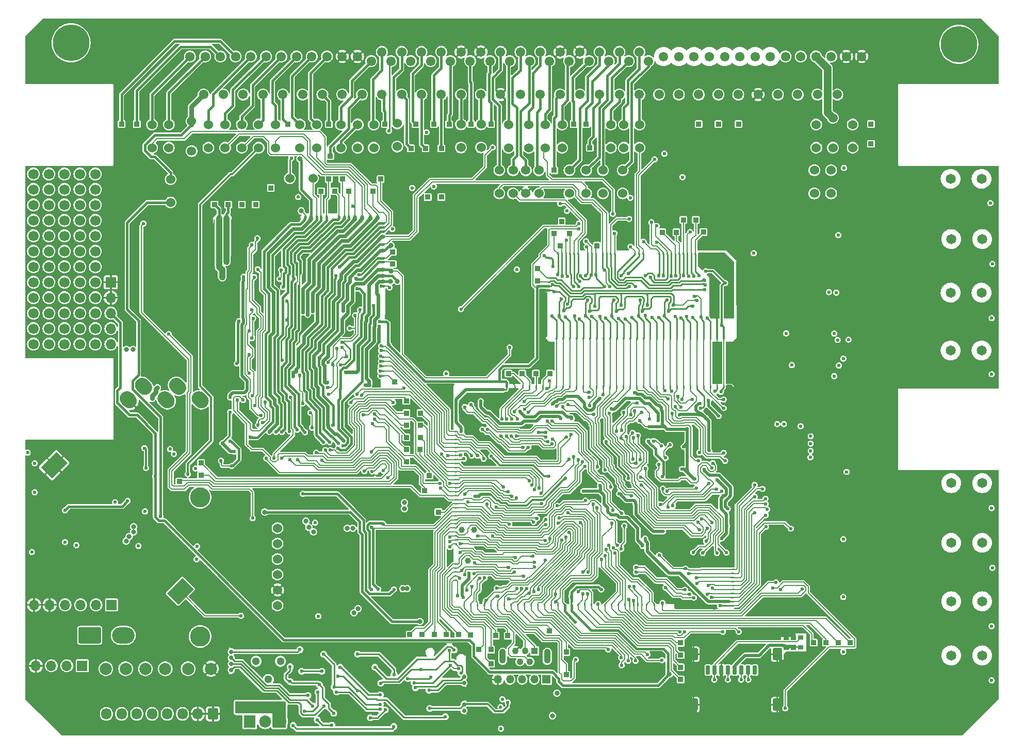
<source format=gbl>
G75*
G70*
%OFA0B0*%
%FSLAX25Y25*%
%IPPOS*%
%LPD*%
%AMOC8*
5,1,8,0,0,1.08239X$1,22.5*
%
%AMM237*
21,1,0.009840,0.009840,-0.000000,-0.000000,270.000000*
21,1,0.000000,0.019680,-0.000000,-0.000000,270.000000*
1,1,0.009840,-0.004920,-0.000000*
1,1,0.009840,-0.004920,-0.000000*
1,1,0.009840,0.004920,-0.000000*
1,1,0.009840,0.004920,-0.000000*
%
%AMM238*
21,1,0.009840,0.009840,-0.000000,-0.000000,180.000000*
21,1,0.000000,0.019680,-0.000000,-0.000000,180.000000*
1,1,0.009840,-0.000000,0.004920*
1,1,0.009840,-0.000000,0.004920*
1,1,0.009840,-0.000000,-0.004920*
1,1,0.009840,-0.000000,-0.004920*
%
%AMM284*
21,1,0.039370,0.007870,-0.000000,-0.000000,315.000000*
1,1,0.007870,-0.013920,0.013920*
1,1,0.007870,0.013920,-0.013920*
%
%AMM362*
21,1,0.007870,1.133860,-0.000000,-0.000000,0.000000*
21,1,0.000000,1.141730,-0.000000,-0.000000,0.000000*
1,1,0.007870,-0.000000,-0.566930*
1,1,0.007870,-0.000000,-0.566930*
1,1,0.007870,-0.000000,0.566930*
1,1,0.007870,-0.000000,0.566930*
%
%AMM363*
21,1,0.009840,0.009840,-0.000000,-0.000000,90.000000*
21,1,0.000000,0.019680,-0.000000,-0.000000,90.000000*
1,1,0.009840,0.004920,-0.000000*
1,1,0.009840,0.004920,-0.000000*
1,1,0.009840,-0.004920,-0.000000*
1,1,0.009840,-0.004920,-0.000000*
%
%AMM373*
21,1,0.078740,0.045670,-0.000000,0.000000,90.000000*
21,1,0.067320,0.057090,-0.000000,0.000000,90.000000*
1,1,0.011420,0.022840,-0.033660*
1,1,0.011420,0.022840,0.033660*
1,1,0.011420,-0.022840,0.033660*
1,1,0.011420,-0.022840,-0.033660*
%
%AMM374*
21,1,0.059060,0.020470,-0.000000,0.000000,90.000000*
21,1,0.053940,0.025590,-0.000000,0.000000,90.000000*
1,1,0.005120,0.010240,-0.026970*
1,1,0.005120,0.010240,0.026970*
1,1,0.005120,-0.010240,0.026970*
1,1,0.005120,-0.010240,-0.026970*
%
%AMM375*
21,1,0.033470,0.026770,-0.000000,0.000000,270.000000*
21,1,0.026770,0.033470,-0.000000,0.000000,270.000000*
1,1,0.006690,-0.013390,0.013390*
1,1,0.006690,-0.013390,-0.013390*
1,1,0.006690,0.013390,-0.013390*
1,1,0.006690,0.013390,0.013390*
%
%AMM376*
21,1,0.027560,0.030710,-0.000000,0.000000,90.000000*
21,1,0.022050,0.036220,-0.000000,0.000000,90.000000*
1,1,0.005510,0.015350,-0.011020*
1,1,0.005510,0.015350,0.011020*
1,1,0.005510,-0.015350,0.011020*
1,1,0.005510,-0.015350,-0.011020*
%
%ADD10C,0.00787*%
%ADD103C,0.03150*%
%ADD104C,0.03200*%
%ADD105C,0.01575*%
%ADD106C,0.01181*%
%ADD108C,0.00984*%
%ADD11C,0.23622*%
%ADD12C,0.06102*%
%ADD121C,0.00800*%
%ADD123C,0.01000*%
%ADD127R,0.00984X0.19882*%
%ADD128R,0.00984X0.38386*%
%ADD129O,1.00787X0.00787*%
%ADD13C,0.06000*%
%ADD130O,0.00787X1.60630*%
%ADD131O,0.44882X0.04331*%
%ADD132O,0.01575X0.02362*%
%ADD133O,0.02362X0.03150*%
%ADD134O,0.02362X0.01575*%
%ADD135O,0.01575X0.00787*%
%ADD136O,0.01969X0.44882*%
%ADD137O,0.68504X0.01575*%
%ADD138O,0.56890X0.01969*%
%ADD139O,0.04724X0.01969*%
%ADD140O,0.01969X0.50000*%
%ADD159C,0.01968*%
%ADD16R,0.06693X0.06693*%
%ADD17O,0.06693X0.06693*%
%ADD19C,0.06496*%
%ADD193R,0.07500X0.07874*%
%ADD194O,0.07500X0.07874*%
%ADD196C,0.03900*%
%ADD21R,0.03346X0.03346*%
%ADD210O,0.01968X0.11811*%
%ADD23R,0.05315X0.05315*%
%ADD24O,0.05315X0.05315*%
%ADD26C,0.06693*%
%ADD28C,0.07874*%
%ADD29C,0.03937*%
%ADD32C,0.05118*%
%ADD335O,0.01968X0.50000*%
%ADD336O,0.56890X0.01968*%
%ADD337O,0.01968X0.44882*%
%ADD338O,0.04724X0.01968*%
%ADD40C,0.02362*%
%ADD47O,0.14567X0.10630*%
%ADD472M237*%
%ADD473M238*%
%ADD48C,0.02756*%
%ADD50R,0.00984X0.12205*%
%ADD51R,0.00984X0.08858*%
%ADD53R,1.54528X0.00984*%
%ADD534M284*%
%ADD55R,0.00984X0.03740*%
%ADD61O,0.01969X0.11811*%
%ADD620M362*%
%ADD621M363*%
%ADD63O,0.06693X0.07283*%
%ADD636M373*%
%ADD637M374*%
%ADD638M375*%
%ADD639M376*%
%ADD67R,0.04331X0.04331*%
%ADD68C,0.04331*%
%ADD69O,0.04331X0.09449*%
%ADD70C,0.13000*%
%ADD80O,0.03937X0.05906*%
%ADD81O,0.03150X0.02362*%
X0000000Y0000000D02*
%LPD*%
G01*
D11*
X0030050Y0448253D03*
X0603711Y0447268D03*
D12*
X0106861Y0439394D03*
X0126546Y0439394D03*
X0146231Y0439394D03*
X0165916Y0439394D03*
X0185601Y0439394D03*
X0205286Y0439394D03*
X0223987Y0436442D03*
X0236782Y0436442D03*
X0249577Y0436442D03*
X0262373Y0436442D03*
X0275168Y0436442D03*
X0287963Y0436442D03*
X0300758Y0436442D03*
X0313554Y0436442D03*
X0326349Y0436442D03*
X0339144Y0436442D03*
X0351940Y0436442D03*
X0364735Y0436442D03*
X0377530Y0436442D03*
X0390325Y0436442D03*
X0403121Y0436442D03*
X0422806Y0439394D03*
X0442491Y0439394D03*
X0462176Y0439394D03*
X0481861Y0439394D03*
X0501546Y0439394D03*
X0521231Y0439394D03*
X0540916Y0439394D03*
X0116703Y0439394D03*
X0136388Y0439394D03*
X0156073Y0439394D03*
X0175758Y0439394D03*
X0195444Y0439394D03*
X0215129Y0439394D03*
X0230877Y0442347D03*
X0243672Y0442347D03*
X0256467Y0442347D03*
X0269262Y0442347D03*
X0282058Y0442347D03*
X0294853Y0442347D03*
X0307648Y0442347D03*
X0320444Y0442347D03*
X0333239Y0442347D03*
X0346034Y0442347D03*
X0358829Y0442347D03*
X0371625Y0442347D03*
X0384420Y0442347D03*
X0397215Y0442347D03*
X0412963Y0439394D03*
X0432648Y0439394D03*
X0452333Y0439394D03*
X0472018Y0439394D03*
X0491703Y0439394D03*
X0511388Y0439394D03*
X0531073Y0439394D03*
X0115719Y0414788D03*
X0128514Y0414788D03*
X0141310Y0414788D03*
X0154105Y0414788D03*
X0166900Y0414788D03*
X0179695Y0414788D03*
X0192491Y0414788D03*
X0205286Y0414788D03*
X0218081Y0414788D03*
X0230877Y0414788D03*
X0243672Y0414788D03*
X0256467Y0414788D03*
X0269262Y0414788D03*
X0282058Y0414788D03*
X0294853Y0414788D03*
X0307648Y0414788D03*
X0320444Y0414788D03*
X0333239Y0414788D03*
X0346034Y0414788D03*
X0358829Y0414788D03*
X0371625Y0414788D03*
X0384420Y0414788D03*
X0397215Y0414788D03*
X0410010Y0414788D03*
X0422806Y0414788D03*
X0435601Y0414788D03*
X0448396Y0414788D03*
X0461192Y0414788D03*
X0473987Y0414788D03*
X0486782Y0414788D03*
X0499577Y0414788D03*
X0512373Y0414788D03*
X0525168Y0414788D03*
D13*
X0082387Y0395385D03*
X0082387Y0380385D03*
X0118804Y0395385D03*
X0118804Y0380385D03*
X0140458Y0395385D03*
X0140458Y0380385D03*
X0177859Y0395385D03*
X0177859Y0380385D03*
X0204434Y0395385D03*
X0204434Y0380385D03*
X0336324Y0395385D03*
X0336324Y0380385D03*
X0347347Y0395385D03*
X0347347Y0380385D03*
X0373725Y0365857D03*
X0373725Y0350857D03*
X0386521Y0365857D03*
X0386521Y0350857D03*
X0511521Y0395385D03*
X0511521Y0380385D03*
X0535143Y0395385D03*
X0535143Y0380385D03*
X0093214Y0395385D03*
X0093214Y0380385D03*
X0129631Y0395385D03*
X0129631Y0380385D03*
X0162111Y0395385D03*
X0162111Y0380385D03*
X0188686Y0395385D03*
X0188686Y0380385D03*
X0225694Y0395385D03*
X0225694Y0380385D03*
X0306796Y0365857D03*
X0306796Y0350857D03*
X0315655Y0365857D03*
X0315655Y0350857D03*
X0325891Y0395385D03*
X0325891Y0380385D03*
X0352072Y0365857D03*
X0352072Y0350857D03*
X0362899Y0365857D03*
X0362899Y0350857D03*
X0522347Y0399696D03*
X0522347Y0380405D03*
X0107977Y0397530D03*
X0107977Y0378239D03*
X0332387Y0365838D03*
X0332387Y0350838D03*
X0378844Y0395385D03*
X0378844Y0380385D03*
X0397347Y0395385D03*
X0397347Y0380385D03*
X0521166Y0365857D03*
X0521166Y0350857D03*
X0510340Y0365857D03*
X0510340Y0350857D03*
X0151284Y0395385D03*
X0151284Y0380385D03*
D16*
X0055741Y0293420D03*
D17*
X0055741Y0283420D03*
X0055741Y0273420D03*
X0055741Y0263420D03*
X0055741Y0253420D03*
D19*
X0618371Y0286704D03*
X0598371Y0286704D03*
D21*
X0331403Y0302255D03*
D23*
X0337308Y0036507D03*
D24*
X0329434Y0036507D03*
X0321560Y0036507D03*
X0313686Y0036507D03*
X0305812Y0036507D03*
D21*
X0369788Y0317019D03*
X0114080Y0176468D03*
X0267426Y0144775D03*
X0517820Y0060326D03*
X0248922Y0065641D03*
X0062702Y0395759D03*
X0239277Y0228830D03*
X0280418Y0065641D03*
X0196560Y0360134D03*
D26*
X0005741Y0303420D03*
X0015741Y0303420D03*
X0025741Y0303420D03*
X0035741Y0303420D03*
X0045741Y0303420D03*
X0005741Y0293420D03*
X0015741Y0293420D03*
X0025741Y0293420D03*
X0035741Y0293420D03*
X0045741Y0293420D03*
X0005741Y0283420D03*
X0015741Y0283420D03*
X0025741Y0283420D03*
X0035741Y0283420D03*
X0045741Y0283420D03*
D21*
X0274316Y0395562D03*
X0264670Y0065641D03*
X0272544Y0065641D03*
X0264473Y0395759D03*
D28*
X0090907Y0043397D03*
D21*
X0304434Y0064853D03*
X0191639Y0352260D03*
X0246757Y0208751D03*
X0533568Y0060326D03*
X0350103Y0039460D03*
D13*
X0312702Y0395385D03*
X0312702Y0380385D03*
X0240851Y0396182D03*
X0240851Y0381182D03*
G36*
G01*
X0338194Y0288845D02*
X0339178Y0288845D01*
G75*
G02*
X0339670Y0288353I0000000J-000492D01*
G01*
X0339670Y0288353D01*
G75*
G02*
X0339178Y0287860I-000492J0000000D01*
G01*
X0338194Y0287860D01*
G75*
G02*
X0337702Y0288353I0000000J0000492D01*
G01*
X0337702Y0288353D01*
G75*
G02*
X0338194Y0288845I0000492J0000000D01*
G01*
G37*
G36*
G01*
X0338194Y0291443D02*
X0339178Y0291443D01*
G75*
G02*
X0339670Y0290951I0000000J-000492D01*
G01*
X0339670Y0290951D01*
G75*
G02*
X0339178Y0290459I-000492J0000000D01*
G01*
X0338194Y0290459D01*
G75*
G02*
X0337702Y0290951I0000000J0000492D01*
G01*
X0337702Y0290951D01*
G75*
G02*
X0338194Y0291443I0000492J0000000D01*
G01*
G37*
G36*
G01*
X0338194Y0294041D02*
X0339178Y0294041D01*
G75*
G02*
X0339670Y0293549I0000000J-000492D01*
G01*
X0339670Y0293549D01*
G75*
G02*
X0339178Y0293057I-000492J0000000D01*
G01*
X0338194Y0293057D01*
G75*
G02*
X0337702Y0293549I0000000J0000492D01*
G01*
X0337702Y0293549D01*
G75*
G02*
X0338194Y0294041I0000492J0000000D01*
G01*
G37*
G36*
G01*
X0338194Y0296640D02*
X0339178Y0296640D01*
G75*
G02*
X0339670Y0296148I0000000J-000492D01*
G01*
X0339670Y0296148D01*
G75*
G02*
X0339178Y0295656I-000492J0000000D01*
G01*
X0338194Y0295656D01*
G75*
G02*
X0337702Y0296148I0000000J0000492D01*
G01*
X0337702Y0296148D01*
G75*
G02*
X0338194Y0296640I0000492J0000000D01*
G01*
G37*
G36*
G01*
X0338194Y0309632D02*
X0339178Y0309632D01*
G75*
G02*
X0339670Y0309140I0000000J-000492D01*
G01*
X0339670Y0309140D01*
G75*
G02*
X0339178Y0308648I-000492J0000000D01*
G01*
X0338194Y0308648D01*
G75*
G02*
X0337702Y0309140I0000000J0000492D01*
G01*
X0337702Y0309140D01*
G75*
G02*
X0338194Y0309632I0000492J0000000D01*
G01*
G37*
G36*
G01*
X0451462Y0256487D02*
X0451462Y0257471D01*
G75*
G02*
X0451954Y0257964I0000492J0000000D01*
G01*
X0451954Y0257964D01*
G75*
G02*
X0452446Y0257471I0000000J-000492D01*
G01*
X0452446Y0256487D01*
G75*
G02*
X0451954Y0255995I-000492J0000000D01*
G01*
X0451954Y0255995D01*
G75*
G02*
X0451462Y0256487I0000000J0000492D01*
G01*
G37*
G36*
G01*
X0448115Y0257471D02*
X0448115Y0256487D01*
G75*
G02*
X0447623Y0255995I-000492J0000000D01*
G01*
X0447623Y0255995D01*
G75*
G02*
X0447131Y0256487I0000000J0000492D01*
G01*
X0447131Y0257471D01*
G75*
G02*
X0447623Y0257964I0000492J0000000D01*
G01*
X0447623Y0257964D01*
G75*
G02*
X0448115Y0257471I0000000J-000492D01*
G01*
G37*
G36*
G01*
X0443784Y0257471D02*
X0443784Y0256487D01*
G75*
G02*
X0443292Y0255995I-000492J0000000D01*
G01*
X0443292Y0255995D01*
G75*
G02*
X0442800Y0256487I0000000J0000492D01*
G01*
X0442800Y0257471D01*
G75*
G02*
X0443292Y0257964I0000492J0000000D01*
G01*
X0443292Y0257964D01*
G75*
G02*
X0443784Y0257471I0000000J-000492D01*
G01*
G37*
G36*
G01*
X0439454Y0257471D02*
X0439454Y0256487D01*
G75*
G02*
X0438962Y0255995I-000492J0000000D01*
G01*
X0438962Y0255995D01*
G75*
G02*
X0438469Y0256487I0000000J0000492D01*
G01*
X0438469Y0257471D01*
G75*
G02*
X0438962Y0257964I0000492J0000000D01*
G01*
X0438962Y0257964D01*
G75*
G02*
X0439454Y0257471I0000000J-000492D01*
G01*
G37*
G36*
G01*
X0435123Y0257471D02*
X0435123Y0256487D01*
G75*
G02*
X0434631Y0255995I-000492J0000000D01*
G01*
X0434631Y0255995D01*
G75*
G02*
X0434139Y0256487I0000000J0000492D01*
G01*
X0434139Y0257471D01*
G75*
G02*
X0434631Y0257964I0000492J0000000D01*
G01*
X0434631Y0257964D01*
G75*
G02*
X0435123Y0257471I0000000J-000492D01*
G01*
G37*
G36*
G01*
X0430792Y0257471D02*
X0430792Y0256487D01*
G75*
G02*
X0430300Y0255995I-000492J0000000D01*
G01*
X0430300Y0255995D01*
G75*
G02*
X0429808Y0256487I0000000J0000492D01*
G01*
X0429808Y0257471D01*
G75*
G02*
X0430300Y0257964I0000492J0000000D01*
G01*
X0430300Y0257964D01*
G75*
G02*
X0430792Y0257471I0000000J-000492D01*
G01*
G37*
G36*
G01*
X0426462Y0257471D02*
X0426462Y0256487D01*
G75*
G02*
X0425970Y0255995I-000492J0000000D01*
G01*
X0425970Y0255995D01*
G75*
G02*
X0425477Y0256487I0000000J0000492D01*
G01*
X0425477Y0257471D01*
G75*
G02*
X0425970Y0257964I0000492J0000000D01*
G01*
X0425970Y0257964D01*
G75*
G02*
X0426462Y0257471I0000000J-000492D01*
G01*
G37*
G36*
G01*
X0422131Y0257471D02*
X0422131Y0256487D01*
G75*
G02*
X0421639Y0255995I-000492J0000000D01*
G01*
X0421639Y0255995D01*
G75*
G02*
X0421147Y0256487I0000000J0000492D01*
G01*
X0421147Y0257471D01*
G75*
G02*
X0421639Y0257964I0000492J0000000D01*
G01*
X0421639Y0257964D01*
G75*
G02*
X0422131Y0257471I0000000J-000492D01*
G01*
G37*
G36*
G01*
X0417800Y0257471D02*
X0417800Y0256487D01*
G75*
G02*
X0417308Y0255995I-000492J0000000D01*
G01*
X0417308Y0255995D01*
G75*
G02*
X0416816Y0256487I0000000J0000492D01*
G01*
X0416816Y0257471D01*
G75*
G02*
X0417308Y0257964I0000492J0000000D01*
G01*
X0417308Y0257964D01*
G75*
G02*
X0417800Y0257471I0000000J-000492D01*
G01*
G37*
G36*
G01*
X0413470Y0257471D02*
X0413470Y0256487D01*
G75*
G02*
X0412977Y0255995I-000492J0000000D01*
G01*
X0412977Y0255995D01*
G75*
G02*
X0412485Y0256487I0000000J0000492D01*
G01*
X0412485Y0257471D01*
G75*
G02*
X0412977Y0257964I0000492J0000000D01*
G01*
X0412977Y0257964D01*
G75*
G02*
X0413470Y0257471I0000000J-000492D01*
G01*
G37*
G36*
G01*
X0409139Y0257471D02*
X0409139Y0256487D01*
G75*
G02*
X0408647Y0255995I-000492J0000000D01*
G01*
X0408647Y0255995D01*
G75*
G02*
X0408155Y0256487I0000000J0000492D01*
G01*
X0408155Y0257471D01*
G75*
G02*
X0408647Y0257964I0000492J0000000D01*
G01*
X0408647Y0257964D01*
G75*
G02*
X0409139Y0257471I0000000J-000492D01*
G01*
G37*
G36*
G01*
X0404808Y0257471D02*
X0404808Y0256487D01*
G75*
G02*
X0404316Y0255995I-000492J0000000D01*
G01*
X0404316Y0255995D01*
G75*
G02*
X0403824Y0256487I0000000J0000492D01*
G01*
X0403824Y0257471D01*
G75*
G02*
X0404316Y0257964I0000492J0000000D01*
G01*
X0404316Y0257964D01*
G75*
G02*
X0404808Y0257471I0000000J-000492D01*
G01*
G37*
G36*
G01*
X0400477Y0257471D02*
X0400477Y0256487D01*
G75*
G02*
X0399985Y0255995I-000492J0000000D01*
G01*
X0399985Y0255995D01*
G75*
G02*
X0399493Y0256487I0000000J0000492D01*
G01*
X0399493Y0257471D01*
G75*
G02*
X0399985Y0257964I0000492J0000000D01*
G01*
X0399985Y0257964D01*
G75*
G02*
X0400477Y0257471I0000000J-000492D01*
G01*
G37*
G36*
G01*
X0396147Y0257471D02*
X0396147Y0256487D01*
G75*
G02*
X0395655Y0255995I-000492J0000000D01*
G01*
X0395655Y0255995D01*
G75*
G02*
X0395162Y0256487I0000000J0000492D01*
G01*
X0395162Y0257471D01*
G75*
G02*
X0395655Y0257964I0000492J0000000D01*
G01*
X0395655Y0257964D01*
G75*
G02*
X0396147Y0257471I0000000J-000492D01*
G01*
G37*
G36*
G01*
X0391816Y0257471D02*
X0391816Y0256487D01*
G75*
G02*
X0391324Y0255995I-000492J0000000D01*
G01*
X0391324Y0255995D01*
G75*
G02*
X0390832Y0256487I0000000J0000492D01*
G01*
X0390832Y0257471D01*
G75*
G02*
X0391324Y0257964I0000492J0000000D01*
G01*
X0391324Y0257964D01*
G75*
G02*
X0391816Y0257471I0000000J-000492D01*
G01*
G37*
G36*
G01*
X0387485Y0257471D02*
X0387485Y0256487D01*
G75*
G02*
X0386993Y0255995I-000492J0000000D01*
G01*
X0386993Y0255995D01*
G75*
G02*
X0386501Y0256487I0000000J0000492D01*
G01*
X0386501Y0257471D01*
G75*
G02*
X0386993Y0257964I0000492J0000000D01*
G01*
X0386993Y0257964D01*
G75*
G02*
X0387485Y0257471I0000000J-000492D01*
G01*
G37*
G36*
G01*
X0383155Y0257471D02*
X0383155Y0256487D01*
G75*
G02*
X0382663Y0255995I-000492J0000000D01*
G01*
X0382663Y0255995D01*
G75*
G02*
X0382170Y0256487I0000000J0000492D01*
G01*
X0382170Y0257471D01*
G75*
G02*
X0382663Y0257964I0000492J0000000D01*
G01*
X0382663Y0257964D01*
G75*
G02*
X0383155Y0257471I0000000J-000492D01*
G01*
G37*
G36*
G01*
X0378824Y0257471D02*
X0378824Y0256487D01*
G75*
G02*
X0378332Y0255995I-000492J0000000D01*
G01*
X0378332Y0255995D01*
G75*
G02*
X0377840Y0256487I0000000J0000492D01*
G01*
X0377840Y0257471D01*
G75*
G02*
X0378332Y0257964I0000492J0000000D01*
G01*
X0378332Y0257964D01*
G75*
G02*
X0378824Y0257471I0000000J-000492D01*
G01*
G37*
G36*
G01*
X0374493Y0257471D02*
X0374493Y0256487D01*
G75*
G02*
X0374001Y0255995I-000492J0000000D01*
G01*
X0374001Y0255995D01*
G75*
G02*
X0373509Y0256487I0000000J0000492D01*
G01*
X0373509Y0257471D01*
G75*
G02*
X0374001Y0257964I0000492J0000000D01*
G01*
X0374001Y0257964D01*
G75*
G02*
X0374493Y0257471I0000000J-000492D01*
G01*
G37*
G36*
G01*
X0370163Y0257471D02*
X0370163Y0256487D01*
G75*
G02*
X0369670Y0255995I-000492J0000000D01*
G01*
X0369670Y0255995D01*
G75*
G02*
X0369178Y0256487I0000000J0000492D01*
G01*
X0369178Y0257471D01*
G75*
G02*
X0369670Y0257964I0000492J0000000D01*
G01*
X0369670Y0257964D01*
G75*
G02*
X0370163Y0257471I0000000J-000492D01*
G01*
G37*
G36*
G01*
X0365832Y0257471D02*
X0365832Y0256487D01*
G75*
G02*
X0365340Y0255995I-000492J0000000D01*
G01*
X0365340Y0255995D01*
G75*
G02*
X0364848Y0256487I0000000J0000492D01*
G01*
X0364848Y0257471D01*
G75*
G02*
X0365340Y0257964I0000492J0000000D01*
G01*
X0365340Y0257964D01*
G75*
G02*
X0365832Y0257471I0000000J-000492D01*
G01*
G37*
G36*
G01*
X0361501Y0257471D02*
X0361501Y0256487D01*
G75*
G02*
X0361009Y0255995I-000492J0000000D01*
G01*
X0361009Y0255995D01*
G75*
G02*
X0360517Y0256487I0000000J0000492D01*
G01*
X0360517Y0257471D01*
G75*
G02*
X0361009Y0257964I0000492J0000000D01*
G01*
X0361009Y0257964D01*
G75*
G02*
X0361501Y0257471I0000000J-000492D01*
G01*
G37*
G36*
G01*
X0357170Y0257471D02*
X0357170Y0256487D01*
G75*
G02*
X0356678Y0255995I-000492J0000000D01*
G01*
X0356678Y0255995D01*
G75*
G02*
X0356186Y0256487I0000000J0000492D01*
G01*
X0356186Y0257471D01*
G75*
G02*
X0356678Y0257964I0000492J0000000D01*
G01*
X0356678Y0257964D01*
G75*
G02*
X0357170Y0257471I0000000J-000492D01*
G01*
G37*
G36*
G01*
X0352840Y0257471D02*
X0352840Y0256487D01*
G75*
G02*
X0352348Y0255995I-000492J0000000D01*
G01*
X0352348Y0255995D01*
G75*
G02*
X0351855Y0256487I0000000J0000492D01*
G01*
X0351855Y0257471D01*
G75*
G02*
X0352348Y0257964I0000492J0000000D01*
G01*
X0352348Y0257964D01*
G75*
G02*
X0352840Y0257471I0000000J-000492D01*
G01*
G37*
G36*
G01*
X0348509Y0257471D02*
X0348509Y0256487D01*
G75*
G02*
X0348017Y0255995I-000492J0000000D01*
G01*
X0348017Y0255995D01*
G75*
G02*
X0347525Y0256487I0000000J0000492D01*
G01*
X0347525Y0257471D01*
G75*
G02*
X0348017Y0257964I0000492J0000000D01*
G01*
X0348017Y0257964D01*
G75*
G02*
X0348509Y0257471I0000000J-000492D01*
G01*
G37*
G36*
G01*
X0344178Y0257471D02*
X0344178Y0256487D01*
G75*
G02*
X0343686Y0255995I-000492J0000000D01*
G01*
X0343686Y0255995D01*
G75*
G02*
X0343194Y0256487I0000000J0000492D01*
G01*
X0343194Y0257471D01*
G75*
G02*
X0343686Y0257964I0000492J0000000D01*
G01*
X0343686Y0257964D01*
G75*
G02*
X0344178Y0257471I0000000J-000492D01*
G01*
G37*
G36*
G01*
X0345166Y0312440D02*
X0345166Y0311456D01*
G75*
G02*
X0344674Y0310964I-000492J0000000D01*
G01*
X0344674Y0310964D01*
G75*
G02*
X0344182Y0311456I0000000J0000492D01*
G01*
X0344182Y0312440D01*
G75*
G02*
X0344674Y0312932I0000492J0000000D01*
G01*
X0344674Y0312932D01*
G75*
G02*
X0345166Y0312440I0000000J-000492D01*
G01*
G37*
G36*
G01*
X0347765Y0312440D02*
X0347765Y0311456D01*
G75*
G02*
X0347273Y0310964I-000492J0000000D01*
G01*
X0347273Y0310964D01*
G75*
G02*
X0346780Y0311456I0000000J0000492D01*
G01*
X0346780Y0312440D01*
G75*
G02*
X0347273Y0312932I0000492J0000000D01*
G01*
X0347273Y0312932D01*
G75*
G02*
X0347765Y0312440I0000000J-000492D01*
G01*
G37*
G36*
G01*
X0350363Y0312440D02*
X0350363Y0311456D01*
G75*
G02*
X0349871Y0310964I-000492J0000000D01*
G01*
X0349871Y0310964D01*
G75*
G02*
X0349379Y0311456I0000000J0000492D01*
G01*
X0349379Y0312440D01*
G75*
G02*
X0349871Y0312932I0000492J0000000D01*
G01*
X0349871Y0312932D01*
G75*
G02*
X0350363Y0312440I0000000J-000492D01*
G01*
G37*
G36*
G01*
X0352962Y0312440D02*
X0352962Y0311456D01*
G75*
G02*
X0352469Y0310964I-000492J0000000D01*
G01*
X0352469Y0310964D01*
G75*
G02*
X0351977Y0311456I0000000J0000492D01*
G01*
X0351977Y0312440D01*
G75*
G02*
X0352469Y0312932I0000492J0000000D01*
G01*
X0352469Y0312932D01*
G75*
G02*
X0352962Y0312440I0000000J-000492D01*
G01*
G37*
G36*
G01*
X0355560Y0312440D02*
X0355560Y0311456D01*
G75*
G02*
X0355068Y0310964I-000492J0000000D01*
G01*
X0355068Y0310964D01*
G75*
G02*
X0354576Y0311456I0000000J0000492D01*
G01*
X0354576Y0312440D01*
G75*
G02*
X0355068Y0312932I0000492J0000000D01*
G01*
X0355068Y0312932D01*
G75*
G02*
X0355560Y0312440I0000000J-000492D01*
G01*
G37*
G36*
G01*
X0358158Y0312440D02*
X0358158Y0311456D01*
G75*
G02*
X0357666Y0310964I-000492J0000000D01*
G01*
X0357666Y0310964D01*
G75*
G02*
X0357174Y0311456I0000000J0000492D01*
G01*
X0357174Y0312440D01*
G75*
G02*
X0357666Y0312932I0000492J0000000D01*
G01*
X0357666Y0312932D01*
G75*
G02*
X0358158Y0312440I0000000J-000492D01*
G01*
G37*
G36*
G01*
X0364462Y0312440D02*
X0364462Y0311456D01*
G75*
G02*
X0363969Y0310964I-000492J0000000D01*
G01*
X0363969Y0310964D01*
G75*
G02*
X0363477Y0311456I0000000J0000492D01*
G01*
X0363477Y0312440D01*
G75*
G02*
X0363969Y0312932I0000492J0000000D01*
G01*
X0363969Y0312932D01*
G75*
G02*
X0364462Y0312440I0000000J-000492D01*
G01*
G37*
G36*
G01*
X0367060Y0312440D02*
X0367060Y0311456D01*
G75*
G02*
X0366568Y0310964I-000492J0000000D01*
G01*
X0366568Y0310964D01*
G75*
G02*
X0366076Y0311456I0000000J0000492D01*
G01*
X0366076Y0312440D01*
G75*
G02*
X0366568Y0312932I0000492J0000000D01*
G01*
X0366568Y0312932D01*
G75*
G02*
X0367060Y0312440I0000000J-000492D01*
G01*
G37*
G36*
G01*
X0369658Y0312440D02*
X0369658Y0311456D01*
G75*
G02*
X0369166Y0310964I-000492J0000000D01*
G01*
X0369166Y0310964D01*
G75*
G02*
X0368674Y0311456I0000000J0000492D01*
G01*
X0368674Y0312440D01*
G75*
G02*
X0369166Y0312932I0000492J0000000D01*
G01*
X0369166Y0312932D01*
G75*
G02*
X0369658Y0312440I0000000J-000492D01*
G01*
G37*
G36*
G01*
X0374071Y0312440D02*
X0374071Y0311456D01*
G75*
G02*
X0373579Y0310964I-000492J0000000D01*
G01*
X0373579Y0310964D01*
G75*
G02*
X0373087Y0311456I0000000J0000492D01*
G01*
X0373087Y0312440D01*
G75*
G02*
X0373579Y0312932I0000492J0000000D01*
G01*
X0373579Y0312932D01*
G75*
G02*
X0374071Y0312440I0000000J-000492D01*
G01*
G37*
G36*
G01*
X0376670Y0312440D02*
X0376670Y0311456D01*
G75*
G02*
X0376178Y0310964I-000492J0000000D01*
G01*
X0376178Y0310964D01*
G75*
G02*
X0375686Y0311456I0000000J0000492D01*
G01*
X0375686Y0312440D01*
G75*
G02*
X0376178Y0312932I0000492J0000000D01*
G01*
X0376178Y0312932D01*
G75*
G02*
X0376670Y0312440I0000000J-000492D01*
G01*
G37*
G36*
G01*
X0379268Y0312440D02*
X0379268Y0311456D01*
G75*
G02*
X0378776Y0310964I-000492J0000000D01*
G01*
X0378776Y0310964D01*
G75*
G02*
X0378284Y0311456I0000000J0000492D01*
G01*
X0378284Y0312440D01*
G75*
G02*
X0378776Y0312932I0000492J0000000D01*
G01*
X0378776Y0312932D01*
G75*
G02*
X0379268Y0312440I0000000J-000492D01*
G01*
G37*
G36*
G01*
X0381867Y0312440D02*
X0381867Y0311456D01*
G75*
G02*
X0381375Y0310964I-000492J0000000D01*
G01*
X0381375Y0310964D01*
G75*
G02*
X0380882Y0311456I0000000J0000492D01*
G01*
X0380882Y0312440D01*
G75*
G02*
X0381375Y0312932I0000492J0000000D01*
G01*
X0381375Y0312932D01*
G75*
G02*
X0381867Y0312440I0000000J-000492D01*
G01*
G37*
G36*
G01*
X0394962Y0312440D02*
X0394962Y0311456D01*
G75*
G02*
X0394469Y0310964I-000492J0000000D01*
G01*
X0394469Y0310964D01*
G75*
G02*
X0393977Y0311456I0000000J0000492D01*
G01*
X0393977Y0312440D01*
G75*
G02*
X0394469Y0312932I0000492J0000000D01*
G01*
X0394469Y0312932D01*
G75*
G02*
X0394962Y0312440I0000000J-000492D01*
G01*
G37*
G36*
G01*
X0397560Y0312440D02*
X0397560Y0311456D01*
G75*
G02*
X0397068Y0310964I-000492J0000000D01*
G01*
X0397068Y0310964D01*
G75*
G02*
X0396576Y0311456I0000000J0000492D01*
G01*
X0396576Y0312440D01*
G75*
G02*
X0397068Y0312932I0000492J0000000D01*
G01*
X0397068Y0312932D01*
G75*
G02*
X0397560Y0312440I0000000J-000492D01*
G01*
G37*
G36*
G01*
X0400158Y0312440D02*
X0400158Y0311456D01*
G75*
G02*
X0399666Y0310964I-000492J0000000D01*
G01*
X0399666Y0310964D01*
G75*
G02*
X0399174Y0311456I0000000J0000492D01*
G01*
X0399174Y0312440D01*
G75*
G02*
X0399666Y0312932I0000492J0000000D01*
G01*
X0399666Y0312932D01*
G75*
G02*
X0400158Y0312440I0000000J-000492D01*
G01*
G37*
G36*
G01*
X0410576Y0312440D02*
X0410576Y0311456D01*
G75*
G02*
X0410084Y0310964I-000492J0000000D01*
G01*
X0410084Y0310964D01*
G75*
G02*
X0409592Y0311456I0000000J0000492D01*
G01*
X0409592Y0312440D01*
G75*
G02*
X0410084Y0312932I0000492J0000000D01*
G01*
X0410084Y0312932D01*
G75*
G02*
X0410576Y0312440I0000000J-000492D01*
G01*
G37*
G36*
G01*
X0413174Y0312440D02*
X0413174Y0311456D01*
G75*
G02*
X0412682Y0310964I-000492J0000000D01*
G01*
X0412682Y0310964D01*
G75*
G02*
X0412190Y0311456I0000000J0000492D01*
G01*
X0412190Y0312440D01*
G75*
G02*
X0412682Y0312932I0000492J0000000D01*
G01*
X0412682Y0312932D01*
G75*
G02*
X0413174Y0312440I0000000J-000492D01*
G01*
G37*
G36*
G01*
X0415773Y0312440D02*
X0415773Y0311456D01*
G75*
G02*
X0415280Y0310964I-000492J0000000D01*
G01*
X0415280Y0310964D01*
G75*
G02*
X0414788Y0311456I0000000J0000492D01*
G01*
X0414788Y0312440D01*
G75*
G02*
X0415280Y0312932I0000492J0000000D01*
G01*
X0415280Y0312932D01*
G75*
G02*
X0415773Y0312440I0000000J-000492D01*
G01*
G37*
G36*
G01*
X0418371Y0312440D02*
X0418371Y0311456D01*
G75*
G02*
X0417879Y0310964I-000492J0000000D01*
G01*
X0417879Y0310964D01*
G75*
G02*
X0417387Y0311456I0000000J0000492D01*
G01*
X0417387Y0312440D01*
G75*
G02*
X0417879Y0312932I0000492J0000000D01*
G01*
X0417879Y0312932D01*
G75*
G02*
X0418371Y0312440I0000000J-000492D01*
G01*
G37*
G36*
G01*
X0420969Y0312440D02*
X0420969Y0311456D01*
G75*
G02*
X0420477Y0310964I-000492J0000000D01*
G01*
X0420477Y0310964D01*
G75*
G02*
X0419985Y0311456I0000000J0000492D01*
G01*
X0419985Y0312440D01*
G75*
G02*
X0420477Y0312932I0000492J0000000D01*
G01*
X0420477Y0312932D01*
G75*
G02*
X0420969Y0312440I0000000J-000492D01*
G01*
G37*
G36*
G01*
X0423568Y0312440D02*
X0423568Y0311456D01*
G75*
G02*
X0423076Y0310964I-000492J0000000D01*
G01*
X0423076Y0310964D01*
G75*
G02*
X0422584Y0311456I0000000J0000492D01*
G01*
X0422584Y0312440D01*
G75*
G02*
X0423076Y0312932I0000492J0000000D01*
G01*
X0423076Y0312932D01*
G75*
G02*
X0423568Y0312440I0000000J-000492D01*
G01*
G37*
G36*
G01*
X0426166Y0312440D02*
X0426166Y0311456D01*
G75*
G02*
X0425674Y0310964I-000492J0000000D01*
G01*
X0425674Y0310964D01*
G75*
G02*
X0425182Y0311456I0000000J0000492D01*
G01*
X0425182Y0312440D01*
G75*
G02*
X0425674Y0312932I0000492J0000000D01*
G01*
X0425674Y0312932D01*
G75*
G02*
X0426166Y0312440I0000000J-000492D01*
G01*
G37*
G36*
G01*
X0428765Y0312440D02*
X0428765Y0311456D01*
G75*
G02*
X0428273Y0310964I-000492J0000000D01*
G01*
X0428273Y0310964D01*
G75*
G02*
X0427781Y0311456I0000000J0000492D01*
G01*
X0427781Y0312440D01*
G75*
G02*
X0428273Y0312932I0000492J0000000D01*
G01*
X0428273Y0312932D01*
G75*
G02*
X0428765Y0312440I0000000J-000492D01*
G01*
G37*
G36*
G01*
X0431363Y0312440D02*
X0431363Y0311456D01*
G75*
G02*
X0430871Y0310964I-000492J0000000D01*
G01*
X0430871Y0310964D01*
G75*
G02*
X0430379Y0311456I0000000J0000492D01*
G01*
X0430379Y0312440D01*
G75*
G02*
X0430871Y0312932I0000492J0000000D01*
G01*
X0430871Y0312932D01*
G75*
G02*
X0431363Y0312440I0000000J-000492D01*
G01*
G37*
G36*
G01*
X0433962Y0312440D02*
X0433962Y0311456D01*
G75*
G02*
X0433470Y0310964I-000492J0000000D01*
G01*
X0433470Y0310964D01*
G75*
G02*
X0432977Y0311456I0000000J0000492D01*
G01*
X0432977Y0312440D01*
G75*
G02*
X0433470Y0312932I0000492J0000000D01*
G01*
X0433470Y0312932D01*
G75*
G02*
X0433962Y0312440I0000000J-000492D01*
G01*
G37*
D21*
X0301481Y0055798D03*
D19*
X0618765Y0321349D03*
X0598765Y0321349D03*
D21*
X0255812Y0193003D03*
D19*
X0618765Y0163475D03*
X0598765Y0163475D03*
D13*
X0294985Y0395582D03*
X0294985Y0380582D03*
D21*
X0256796Y0065641D03*
X0232977Y0395759D03*
X0312308Y0064853D03*
X0448332Y0395759D03*
X0339473Y0234342D03*
X0352072Y0324893D03*
X0339080Y0068003D03*
X0331403Y0294381D03*
X0149316Y0343593D03*
X0421166Y0325680D03*
D13*
X0215261Y0395385D03*
X0215261Y0380385D03*
D21*
X0196560Y0395759D03*
X0255812Y0200877D03*
X0288489Y0395759D03*
X0301481Y0395759D03*
D32*
X0252662Y0103436D03*
X0252662Y0115247D03*
X0252662Y0127058D03*
X0232977Y0103436D03*
X0232977Y0115247D03*
X0232977Y0127058D03*
X0213292Y0103436D03*
X0213292Y0115247D03*
X0213292Y0127058D03*
D40*
X0308814Y0023685D03*
X0312259Y0021618D03*
X0307633Y0018666D03*
X0307928Y0004689D03*
D19*
X0618371Y0249302D03*
X0598371Y0249302D03*
D13*
X0387308Y0395385D03*
X0387308Y0380385D03*
D28*
X0065317Y0043397D03*
D21*
X0342229Y0324893D03*
D19*
X0618765Y0087097D03*
X0598765Y0087097D03*
X0618765Y0124893D03*
X0598765Y0124893D03*
D26*
X0005741Y0333420D03*
X0015741Y0333420D03*
X0025741Y0333420D03*
X0035741Y0333420D03*
X0045741Y0333420D03*
X0005741Y0323420D03*
X0015741Y0323420D03*
X0025741Y0323420D03*
X0035741Y0323420D03*
X0045741Y0323420D03*
X0005741Y0313420D03*
X0015741Y0313420D03*
X0025741Y0313420D03*
X0035741Y0313420D03*
X0045741Y0313420D03*
D28*
X0105671Y0043397D03*
G36*
G01*
X0278147Y0101271D02*
X0279131Y0101271D01*
G75*
G02*
X0279623Y0100779I0000000J-000492D01*
G01*
X0279623Y0100779D01*
G75*
G02*
X0279131Y0100286I-000492J0000000D01*
G01*
X0278147Y0100286D01*
G75*
G02*
X0277655Y0100779I0000000J0000492D01*
G01*
X0277655Y0100779D01*
G75*
G02*
X0278147Y0101271I0000492J0000000D01*
G01*
G37*
G36*
G01*
X0279131Y0102885D02*
X0278147Y0102885D01*
G75*
G02*
X0277655Y0103377I0000000J0000492D01*
G01*
X0277655Y0103377D01*
G75*
G02*
X0278147Y0103869I0000492J0000000D01*
G01*
X0279131Y0103869D01*
G75*
G02*
X0279623Y0103377I0000000J-000492D01*
G01*
X0279623Y0103377D01*
G75*
G02*
X0279131Y0102885I-000492J0000000D01*
G01*
G37*
G36*
G01*
X0279131Y0105483D02*
X0278147Y0105483D01*
G75*
G02*
X0277655Y0105975I0000000J0000492D01*
G01*
X0277655Y0105975D01*
G75*
G02*
X0278147Y0106468I0000492J0000000D01*
G01*
X0279131Y0106468D01*
G75*
G02*
X0279623Y0105975I0000000J-000492D01*
G01*
X0279623Y0105975D01*
G75*
G02*
X0279131Y0105483I-000492J0000000D01*
G01*
G37*
G36*
G01*
X0279131Y0108082D02*
X0278147Y0108082D01*
G75*
G02*
X0277655Y0108574I0000000J0000492D01*
G01*
X0277655Y0108574D01*
G75*
G02*
X0278147Y0109066I0000492J0000000D01*
G01*
X0279131Y0109066D01*
G75*
G02*
X0279623Y0108574I0000000J-000492D01*
G01*
X0279623Y0108574D01*
G75*
G02*
X0279131Y0108082I-000492J0000000D01*
G01*
G37*
G36*
G01*
X0279131Y0110680D02*
X0278147Y0110680D01*
G75*
G02*
X0277655Y0111172I0000000J0000492D01*
G01*
X0277655Y0111172D01*
G75*
G02*
X0278147Y0111664I0000492J0000000D01*
G01*
X0279131Y0111664D01*
G75*
G02*
X0279623Y0111172I0000000J-000492D01*
G01*
X0279623Y0111172D01*
G75*
G02*
X0279131Y0110680I-000492J0000000D01*
G01*
G37*
G36*
G01*
X0279131Y0123672D02*
X0278147Y0123672D01*
G75*
G02*
X0277655Y0124164I0000000J0000492D01*
G01*
X0277655Y0124164D01*
G75*
G02*
X0278147Y0124656I0000492J0000000D01*
G01*
X0279131Y0124656D01*
G75*
G02*
X0279623Y0124164I0000000J-000492D01*
G01*
X0279623Y0124164D01*
G75*
G02*
X0279131Y0123672I-000492J0000000D01*
G01*
G37*
G36*
G01*
X0279131Y0126271D02*
X0278147Y0126271D01*
G75*
G02*
X0277655Y0126763I0000000J0000492D01*
G01*
X0277655Y0126763D01*
G75*
G02*
X0278147Y0127255I0000492J0000000D01*
G01*
X0279131Y0127255D01*
G75*
G02*
X0279623Y0126763I0000000J-000492D01*
G01*
X0279623Y0126763D01*
G75*
G02*
X0279131Y0126271I-000492J0000000D01*
G01*
G37*
G36*
G01*
X0279131Y0128869D02*
X0278147Y0128869D01*
G75*
G02*
X0277655Y0129361I0000000J0000492D01*
G01*
X0277655Y0129361D01*
G75*
G02*
X0278147Y0129853I0000492J0000000D01*
G01*
X0279131Y0129853D01*
G75*
G02*
X0279623Y0129361I0000000J-000492D01*
G01*
X0279623Y0129361D01*
G75*
G02*
X0279131Y0128869I-000492J0000000D01*
G01*
G37*
G36*
G01*
X0279131Y0131468D02*
X0278147Y0131468D01*
G75*
G02*
X0277655Y0131960I0000000J0000492D01*
G01*
X0277655Y0131960D01*
G75*
G02*
X0278147Y0132452I0000492J0000000D01*
G01*
X0279131Y0132452D01*
G75*
G02*
X0279623Y0131960I0000000J-000492D01*
G01*
X0279623Y0131960D01*
G75*
G02*
X0279131Y0131468I-000492J0000000D01*
G01*
G37*
G36*
G01*
X0279131Y0134066D02*
X0278147Y0134066D01*
G75*
G02*
X0277655Y0134558I0000000J0000492D01*
G01*
X0277655Y0134558D01*
G75*
G02*
X0278147Y0135050I0000492J0000000D01*
G01*
X0279131Y0135050D01*
G75*
G02*
X0279623Y0134558I0000000J-000492D01*
G01*
X0279623Y0134558D01*
G75*
G02*
X0279131Y0134066I-000492J0000000D01*
G01*
G37*
G36*
G01*
X0279131Y0136664D02*
X0278147Y0136664D01*
G75*
G02*
X0277655Y0137156I0000000J0000492D01*
G01*
X0277655Y0137156D01*
G75*
G02*
X0278147Y0137649I0000492J0000000D01*
G01*
X0279131Y0137649D01*
G75*
G02*
X0279623Y0137156I0000000J-000492D01*
G01*
X0279623Y0137156D01*
G75*
G02*
X0279131Y0136664I-000492J0000000D01*
G01*
G37*
G36*
G01*
X0279131Y0139263D02*
X0278147Y0139263D01*
G75*
G02*
X0277655Y0139755I0000000J0000492D01*
G01*
X0277655Y0139755D01*
G75*
G02*
X0278147Y0140247I0000492J0000000D01*
G01*
X0279131Y0140247D01*
G75*
G02*
X0279623Y0139755I0000000J-000492D01*
G01*
X0279623Y0139755D01*
G75*
G02*
X0279131Y0139263I-000492J0000000D01*
G01*
G37*
G36*
G01*
X0279131Y0141861D02*
X0278147Y0141861D01*
G75*
G02*
X0277655Y0142353I0000000J0000492D01*
G01*
X0277655Y0142353D01*
G75*
G02*
X0278147Y0142845I0000492J0000000D01*
G01*
X0279131Y0142845D01*
G75*
G02*
X0279623Y0142353I0000000J-000492D01*
G01*
X0279623Y0142353D01*
G75*
G02*
X0279131Y0141861I-000492J0000000D01*
G01*
G37*
G36*
G01*
X0279131Y0144460D02*
X0278147Y0144460D01*
G75*
G02*
X0277655Y0144952I0000000J0000492D01*
G01*
X0277655Y0144952D01*
G75*
G02*
X0278147Y0145444I0000492J0000000D01*
G01*
X0279131Y0145444D01*
G75*
G02*
X0279623Y0144952I0000000J-000492D01*
G01*
X0279623Y0144952D01*
G75*
G02*
X0279131Y0144460I-000492J0000000D01*
G01*
G37*
G36*
G01*
X0279131Y0147058D02*
X0278147Y0147058D01*
G75*
G02*
X0277655Y0147550I0000000J0000492D01*
G01*
X0277655Y0147550D01*
G75*
G02*
X0278147Y0148042I0000492J0000000D01*
G01*
X0279131Y0148042D01*
G75*
G02*
X0279623Y0147550I0000000J-000492D01*
G01*
X0279623Y0147550D01*
G75*
G02*
X0279131Y0147058I-000492J0000000D01*
G01*
G37*
G36*
G01*
X0279131Y0149657D02*
X0278147Y0149657D01*
G75*
G02*
X0277655Y0150149I0000000J0000492D01*
G01*
X0277655Y0150149D01*
G75*
G02*
X0278147Y0150641I0000492J0000000D01*
G01*
X0279131Y0150641D01*
G75*
G02*
X0279623Y0150149I0000000J-000492D01*
G01*
X0279623Y0150149D01*
G75*
G02*
X0279131Y0149657I-000492J0000000D01*
G01*
G37*
G36*
G01*
X0279131Y0152255D02*
X0278147Y0152255D01*
G75*
G02*
X0277655Y0152747I0000000J0000492D01*
G01*
X0277655Y0152747D01*
G75*
G02*
X0278147Y0153239I0000492J0000000D01*
G01*
X0279131Y0153239D01*
G75*
G02*
X0279623Y0152747I0000000J-000492D01*
G01*
X0279623Y0152747D01*
G75*
G02*
X0279131Y0152255I-000492J0000000D01*
G01*
G37*
G36*
G01*
X0279131Y0154853D02*
X0278147Y0154853D01*
G75*
G02*
X0277655Y0155345I0000000J0000492D01*
G01*
X0277655Y0155345D01*
G75*
G02*
X0278147Y0155838I0000492J0000000D01*
G01*
X0279131Y0155838D01*
G75*
G02*
X0279623Y0155345I0000000J-000492D01*
G01*
X0279623Y0155345D01*
G75*
G02*
X0279131Y0154853I-000492J0000000D01*
G01*
G37*
G36*
G01*
X0279131Y0157452D02*
X0278147Y0157452D01*
G75*
G02*
X0277655Y0157944I0000000J0000492D01*
G01*
X0277655Y0157944D01*
G75*
G02*
X0278147Y0158436I0000492J0000000D01*
G01*
X0279131Y0158436D01*
G75*
G02*
X0279623Y0157944I0000000J-000492D01*
G01*
X0279623Y0157944D01*
G75*
G02*
X0279131Y0157452I-000492J0000000D01*
G01*
G37*
G36*
G01*
X0279131Y0160050D02*
X0278147Y0160050D01*
G75*
G02*
X0277655Y0160542I0000000J0000492D01*
G01*
X0277655Y0160542D01*
G75*
G02*
X0278147Y0161034I0000492J0000000D01*
G01*
X0279131Y0161034D01*
G75*
G02*
X0279623Y0160542I0000000J-000492D01*
G01*
X0279623Y0160542D01*
G75*
G02*
X0279131Y0160050I-000492J0000000D01*
G01*
G37*
G36*
G01*
X0279131Y0162649D02*
X0278147Y0162649D01*
G75*
G02*
X0277655Y0163141I0000000J0000492D01*
G01*
X0277655Y0163141D01*
G75*
G02*
X0278147Y0163633I0000492J0000000D01*
G01*
X0279131Y0163633D01*
G75*
G02*
X0279623Y0163141I0000000J-000492D01*
G01*
X0279623Y0163141D01*
G75*
G02*
X0279131Y0162649I-000492J0000000D01*
G01*
G37*
G36*
G01*
X0279131Y0165247D02*
X0278147Y0165247D01*
G75*
G02*
X0277655Y0165739I0000000J0000492D01*
G01*
X0277655Y0165739D01*
G75*
G02*
X0278147Y0166231I0000492J0000000D01*
G01*
X0279131Y0166231D01*
G75*
G02*
X0279623Y0165739I0000000J-000492D01*
G01*
X0279623Y0165739D01*
G75*
G02*
X0279131Y0165247I-000492J0000000D01*
G01*
G37*
G36*
G01*
X0279131Y0167845D02*
X0278147Y0167845D01*
G75*
G02*
X0277655Y0168338I0000000J0000492D01*
G01*
X0277655Y0168338D01*
G75*
G02*
X0278147Y0168830I0000492J0000000D01*
G01*
X0279131Y0168830D01*
G75*
G02*
X0279623Y0168338I0000000J-000492D01*
G01*
X0279623Y0168338D01*
G75*
G02*
X0279131Y0167845I-000492J0000000D01*
G01*
G37*
G36*
G01*
X0279131Y0170444D02*
X0278147Y0170444D01*
G75*
G02*
X0277655Y0170936I0000000J0000492D01*
G01*
X0277655Y0170936D01*
G75*
G02*
X0278147Y0171428I0000492J0000000D01*
G01*
X0279131Y0171428D01*
G75*
G02*
X0279623Y0170936I0000000J-000492D01*
G01*
X0279623Y0170936D01*
G75*
G02*
X0279131Y0170444I-000492J0000000D01*
G01*
G37*
G36*
G01*
X0279131Y0173042D02*
X0278147Y0173042D01*
G75*
G02*
X0277655Y0173534I0000000J0000492D01*
G01*
X0277655Y0173534D01*
G75*
G02*
X0278147Y0174027I0000492J0000000D01*
G01*
X0279131Y0174027D01*
G75*
G02*
X0279623Y0173534I0000000J-000492D01*
G01*
X0279623Y0173534D01*
G75*
G02*
X0279131Y0173042I-000492J0000000D01*
G01*
G37*
G36*
G01*
X0279131Y0175641D02*
X0278147Y0175641D01*
G75*
G02*
X0277655Y0176133I0000000J0000492D01*
G01*
X0277655Y0176133D01*
G75*
G02*
X0278147Y0176625I0000492J0000000D01*
G01*
X0279131Y0176625D01*
G75*
G02*
X0279623Y0176133I0000000J-000492D01*
G01*
X0279623Y0176133D01*
G75*
G02*
X0279131Y0175641I-000492J0000000D01*
G01*
G37*
G36*
G01*
X0279131Y0178239D02*
X0278147Y0178239D01*
G75*
G02*
X0277655Y0178731I0000000J0000492D01*
G01*
X0277655Y0178731D01*
G75*
G02*
X0278147Y0179223I0000492J0000000D01*
G01*
X0279131Y0179223D01*
G75*
G02*
X0279623Y0178731I0000000J-000492D01*
G01*
X0279623Y0178731D01*
G75*
G02*
X0279131Y0178239I-000492J0000000D01*
G01*
G37*
G36*
G01*
X0279131Y0180838D02*
X0278147Y0180838D01*
G75*
G02*
X0277655Y0181330I0000000J0000492D01*
G01*
X0277655Y0181330D01*
G75*
G02*
X0278147Y0181822I0000492J0000000D01*
G01*
X0279131Y0181822D01*
G75*
G02*
X0279623Y0181330I0000000J-000492D01*
G01*
X0279623Y0181330D01*
G75*
G02*
X0279131Y0180838I-000492J0000000D01*
G01*
G37*
G36*
G01*
X0279131Y0183436D02*
X0278147Y0183436D01*
G75*
G02*
X0277655Y0183928I0000000J0000492D01*
G01*
X0277655Y0183928D01*
G75*
G02*
X0278147Y0184420I0000492J0000000D01*
G01*
X0279131Y0184420D01*
G75*
G02*
X0279623Y0183928I0000000J-000492D01*
G01*
X0279623Y0183928D01*
G75*
G02*
X0279131Y0183436I-000492J0000000D01*
G01*
G37*
G36*
G01*
X0279131Y0186034D02*
X0278147Y0186034D01*
G75*
G02*
X0277655Y0186527I0000000J0000492D01*
G01*
X0277655Y0186527D01*
G75*
G02*
X0278147Y0187019I0000492J0000000D01*
G01*
X0279131Y0187019D01*
G75*
G02*
X0279623Y0186527I0000000J-000492D01*
G01*
X0279623Y0186527D01*
G75*
G02*
X0279131Y0186034I-000492J0000000D01*
G01*
G37*
G36*
G01*
X0279131Y0188633D02*
X0278147Y0188633D01*
G75*
G02*
X0277655Y0189125I0000000J0000492D01*
G01*
X0277655Y0189125D01*
G75*
G02*
X0278147Y0189617I0000492J0000000D01*
G01*
X0279131Y0189617D01*
G75*
G02*
X0279623Y0189125I0000000J-000492D01*
G01*
X0279623Y0189125D01*
G75*
G02*
X0279131Y0188633I-000492J0000000D01*
G01*
G37*
G36*
G01*
X0279131Y0191231D02*
X0278147Y0191231D01*
G75*
G02*
X0277655Y0191723I0000000J0000492D01*
G01*
X0277655Y0191723D01*
G75*
G02*
X0278147Y0192216I0000492J0000000D01*
G01*
X0279131Y0192216D01*
G75*
G02*
X0279623Y0191723I0000000J-000492D01*
G01*
X0279623Y0191723D01*
G75*
G02*
X0279131Y0191231I-000492J0000000D01*
G01*
G37*
G36*
G01*
X0279131Y0193830D02*
X0278147Y0193830D01*
G75*
G02*
X0277655Y0194322I0000000J0000492D01*
G01*
X0277655Y0194322D01*
G75*
G02*
X0278147Y0194814I0000492J0000000D01*
G01*
X0279131Y0194814D01*
G75*
G02*
X0279623Y0194322I0000000J-000492D01*
G01*
X0279623Y0194322D01*
G75*
G02*
X0279131Y0193830I-000492J0000000D01*
G01*
G37*
G36*
G01*
X0279131Y0196428D02*
X0278147Y0196428D01*
G75*
G02*
X0277655Y0196920I0000000J0000492D01*
G01*
X0277655Y0196920D01*
G75*
G02*
X0278147Y0197412I0000492J0000000D01*
G01*
X0279131Y0197412D01*
G75*
G02*
X0279623Y0196920I0000000J-000492D01*
G01*
X0279623Y0196920D01*
G75*
G02*
X0279131Y0196428I-000492J0000000D01*
G01*
G37*
G36*
G01*
X0411796Y0084038D02*
X0411796Y0085023D01*
G75*
G02*
X0412288Y0085515I0000492J0000000D01*
G01*
X0412288Y0085515D01*
G75*
G02*
X0412781Y0085023I0000000J-000492D01*
G01*
X0412781Y0084038D01*
G75*
G02*
X0412288Y0083546I-000492J0000000D01*
G01*
X0412288Y0083546D01*
G75*
G02*
X0411796Y0084038I0000000J0000492D01*
G01*
G37*
G36*
G01*
X0407584Y0085023D02*
X0407584Y0084038D01*
G75*
G02*
X0407092Y0083546I-000492J0000000D01*
G01*
X0407092Y0083546D01*
G75*
G02*
X0406599Y0084038I0000000J0000492D01*
G01*
X0406599Y0085023D01*
G75*
G02*
X0407092Y0085515I0000492J0000000D01*
G01*
X0407092Y0085515D01*
G75*
G02*
X0407584Y0085023I0000000J-000492D01*
G01*
G37*
G36*
G01*
X0402387Y0085023D02*
X0402387Y0084038D01*
G75*
G02*
X0401895Y0083546I-000492J0000000D01*
G01*
X0401895Y0083546D01*
G75*
G02*
X0401403Y0084038I0000000J0000492D01*
G01*
X0401403Y0085023D01*
G75*
G02*
X0401895Y0085515I0000492J0000000D01*
G01*
X0401895Y0085515D01*
G75*
G02*
X0402387Y0085023I0000000J-000492D01*
G01*
G37*
G36*
G01*
X0399395Y0085023D02*
X0399395Y0084038D01*
G75*
G02*
X0398903Y0083546I-000492J0000000D01*
G01*
X0398903Y0083546D01*
G75*
G02*
X0398410Y0084038I0000000J0000492D01*
G01*
X0398410Y0085023D01*
G75*
G02*
X0398903Y0085515I0000492J0000000D01*
G01*
X0398903Y0085515D01*
G75*
G02*
X0399395Y0085023I0000000J-000492D01*
G01*
G37*
G36*
G01*
X0396777Y0085023D02*
X0396777Y0084038D01*
G75*
G02*
X0396284Y0083546I-000492J0000000D01*
G01*
X0396284Y0083546D01*
G75*
G02*
X0395792Y0084038I0000000J0000492D01*
G01*
X0395792Y0085023D01*
G75*
G02*
X0396284Y0085515I0000492J0000000D01*
G01*
X0396284Y0085515D01*
G75*
G02*
X0396777Y0085023I0000000J-000492D01*
G01*
G37*
G36*
G01*
X0394158Y0085023D02*
X0394158Y0084038D01*
G75*
G02*
X0393666Y0083546I-000492J0000000D01*
G01*
X0393666Y0083546D01*
G75*
G02*
X0393174Y0084038I0000000J0000492D01*
G01*
X0393174Y0085023D01*
G75*
G02*
X0393666Y0085515I0000492J0000000D01*
G01*
X0393666Y0085515D01*
G75*
G02*
X0394158Y0085023I0000000J-000492D01*
G01*
G37*
G36*
G01*
X0391540Y0085023D02*
X0391540Y0084038D01*
G75*
G02*
X0391048Y0083546I-000492J0000000D01*
G01*
X0391048Y0083546D01*
G75*
G02*
X0390556Y0084038I0000000J0000492D01*
G01*
X0390556Y0085023D01*
G75*
G02*
X0391048Y0085515I0000492J0000000D01*
G01*
X0391048Y0085515D01*
G75*
G02*
X0391540Y0085023I0000000J-000492D01*
G01*
G37*
G36*
G01*
X0388489Y0085023D02*
X0388489Y0084038D01*
G75*
G02*
X0387997Y0083546I-000492J0000000D01*
G01*
X0387997Y0083546D01*
G75*
G02*
X0387505Y0084038I0000000J0000492D01*
G01*
X0387505Y0085023D01*
G75*
G02*
X0387997Y0085515I0000492J0000000D01*
G01*
X0387997Y0085515D01*
G75*
G02*
X0388489Y0085023I0000000J-000492D01*
G01*
G37*
G36*
G01*
X0384158Y0085023D02*
X0384158Y0084038D01*
G75*
G02*
X0383666Y0083546I-000492J0000000D01*
G01*
X0383666Y0083546D01*
G75*
G02*
X0383174Y0084038I0000000J0000492D01*
G01*
X0383174Y0085023D01*
G75*
G02*
X0383666Y0085515I0000492J0000000D01*
G01*
X0383666Y0085515D01*
G75*
G02*
X0384158Y0085023I0000000J-000492D01*
G01*
G37*
G36*
G01*
X0379828Y0085023D02*
X0379828Y0084038D01*
G75*
G02*
X0379336Y0083546I-000492J0000000D01*
G01*
X0379336Y0083546D01*
G75*
G02*
X0378844Y0084038I0000000J0000492D01*
G01*
X0378844Y0085023D01*
G75*
G02*
X0379336Y0085515I0000492J0000000D01*
G01*
X0379336Y0085515D01*
G75*
G02*
X0379828Y0085023I0000000J-000492D01*
G01*
G37*
G36*
G01*
X0375497Y0085023D02*
X0375497Y0084038D01*
G75*
G02*
X0375005Y0083546I-000492J0000000D01*
G01*
X0375005Y0083546D01*
G75*
G02*
X0374513Y0084038I0000000J0000492D01*
G01*
X0374513Y0085023D01*
G75*
G02*
X0375005Y0085515I0000492J0000000D01*
G01*
X0375005Y0085515D01*
G75*
G02*
X0375497Y0085023I0000000J-000492D01*
G01*
G37*
G36*
G01*
X0371166Y0085023D02*
X0371166Y0084038D01*
G75*
G02*
X0370674Y0083546I-000492J0000000D01*
G01*
X0370674Y0083546D01*
G75*
G02*
X0370182Y0084038I0000000J0000492D01*
G01*
X0370182Y0085023D01*
G75*
G02*
X0370674Y0085515I0000492J0000000D01*
G01*
X0370674Y0085515D01*
G75*
G02*
X0371166Y0085023I0000000J-000492D01*
G01*
G37*
G36*
G01*
X0366836Y0085023D02*
X0366836Y0084038D01*
G75*
G02*
X0366344Y0083546I-000492J0000000D01*
G01*
X0366344Y0083546D01*
G75*
G02*
X0365851Y0084038I0000000J0000492D01*
G01*
X0365851Y0085023D01*
G75*
G02*
X0366344Y0085515I0000492J0000000D01*
G01*
X0366344Y0085515D01*
G75*
G02*
X0366836Y0085023I0000000J-000492D01*
G01*
G37*
G36*
G01*
X0362505Y0085023D02*
X0362505Y0084038D01*
G75*
G02*
X0362013Y0083546I-000492J0000000D01*
G01*
X0362013Y0083546D01*
G75*
G02*
X0361521Y0084038I0000000J0000492D01*
G01*
X0361521Y0085023D01*
G75*
G02*
X0362013Y0085515I0000492J0000000D01*
G01*
X0362013Y0085515D01*
G75*
G02*
X0362505Y0085023I0000000J-000492D01*
G01*
G37*
G36*
G01*
X0358174Y0085023D02*
X0358174Y0084038D01*
G75*
G02*
X0357682Y0083546I-000492J0000000D01*
G01*
X0357682Y0083546D01*
G75*
G02*
X0357190Y0084038I0000000J0000492D01*
G01*
X0357190Y0085023D01*
G75*
G02*
X0357682Y0085515I0000492J0000000D01*
G01*
X0357682Y0085515D01*
G75*
G02*
X0358174Y0085023I0000000J-000492D01*
G01*
G37*
G36*
G01*
X0353844Y0085023D02*
X0353844Y0084038D01*
G75*
G02*
X0353351Y0083546I-000492J0000000D01*
G01*
X0353351Y0083546D01*
G75*
G02*
X0352859Y0084038I0000000J0000492D01*
G01*
X0352859Y0085023D01*
G75*
G02*
X0353351Y0085515I0000492J0000000D01*
G01*
X0353351Y0085515D01*
G75*
G02*
X0353844Y0085023I0000000J-000492D01*
G01*
G37*
G36*
G01*
X0349513Y0085023D02*
X0349513Y0084038D01*
G75*
G02*
X0349021Y0083546I-000492J0000000D01*
G01*
X0349021Y0083546D01*
G75*
G02*
X0348529Y0084038I0000000J0000492D01*
G01*
X0348529Y0085023D01*
G75*
G02*
X0349021Y0085515I0000492J0000000D01*
G01*
X0349021Y0085515D01*
G75*
G02*
X0349513Y0085023I0000000J-000492D01*
G01*
G37*
G36*
G01*
X0345182Y0085023D02*
X0345182Y0084038D01*
G75*
G02*
X0344690Y0083546I-000492J0000000D01*
G01*
X0344690Y0083546D01*
G75*
G02*
X0344198Y0084038I0000000J0000492D01*
G01*
X0344198Y0085023D01*
G75*
G02*
X0344690Y0085515I0000492J0000000D01*
G01*
X0344690Y0085515D01*
G75*
G02*
X0345182Y0085023I0000000J-000492D01*
G01*
G37*
G36*
G01*
X0340851Y0085023D02*
X0340851Y0084038D01*
G75*
G02*
X0340359Y0083546I-000492J0000000D01*
G01*
X0340359Y0083546D01*
G75*
G02*
X0339867Y0084038I0000000J0000492D01*
G01*
X0339867Y0085023D01*
G75*
G02*
X0340359Y0085515I0000492J0000000D01*
G01*
X0340359Y0085515D01*
G75*
G02*
X0340851Y0085023I0000000J-000492D01*
G01*
G37*
G36*
G01*
X0336521Y0085023D02*
X0336521Y0084038D01*
G75*
G02*
X0336029Y0083546I-000492J0000000D01*
G01*
X0336029Y0083546D01*
G75*
G02*
X0335537Y0084038I0000000J0000492D01*
G01*
X0335537Y0085023D01*
G75*
G02*
X0336029Y0085515I0000492J0000000D01*
G01*
X0336029Y0085515D01*
G75*
G02*
X0336521Y0085023I0000000J-000492D01*
G01*
G37*
G36*
G01*
X0332190Y0085023D02*
X0332190Y0084038D01*
G75*
G02*
X0331698Y0083546I-000492J0000000D01*
G01*
X0331698Y0083546D01*
G75*
G02*
X0331206Y0084038I0000000J0000492D01*
G01*
X0331206Y0085023D01*
G75*
G02*
X0331698Y0085515I0000492J0000000D01*
G01*
X0331698Y0085515D01*
G75*
G02*
X0332190Y0085023I0000000J-000492D01*
G01*
G37*
G36*
G01*
X0327859Y0085023D02*
X0327859Y0084038D01*
G75*
G02*
X0327367Y0083546I-000492J0000000D01*
G01*
X0327367Y0083546D01*
G75*
G02*
X0326875Y0084038I0000000J0000492D01*
G01*
X0326875Y0085023D01*
G75*
G02*
X0327367Y0085515I0000492J0000000D01*
G01*
X0327367Y0085515D01*
G75*
G02*
X0327859Y0085023I0000000J-000492D01*
G01*
G37*
G36*
G01*
X0323529Y0085023D02*
X0323529Y0084038D01*
G75*
G02*
X0323037Y0083546I-000492J0000000D01*
G01*
X0323037Y0083546D01*
G75*
G02*
X0322544Y0084038I0000000J0000492D01*
G01*
X0322544Y0085023D01*
G75*
G02*
X0323037Y0085515I0000492J0000000D01*
G01*
X0323037Y0085515D01*
G75*
G02*
X0323529Y0085023I0000000J-000492D01*
G01*
G37*
G36*
G01*
X0319198Y0085023D02*
X0319198Y0084038D01*
G75*
G02*
X0318706Y0083546I-000492J0000000D01*
G01*
X0318706Y0083546D01*
G75*
G02*
X0318214Y0084038I0000000J0000492D01*
G01*
X0318214Y0085023D01*
G75*
G02*
X0318706Y0085515I0000492J0000000D01*
G01*
X0318706Y0085515D01*
G75*
G02*
X0319198Y0085023I0000000J-000492D01*
G01*
G37*
G36*
G01*
X0314867Y0085023D02*
X0314867Y0084038D01*
G75*
G02*
X0314375Y0083546I-000492J0000000D01*
G01*
X0314375Y0083546D01*
G75*
G02*
X0313883Y0084038I0000000J0000492D01*
G01*
X0313883Y0085023D01*
G75*
G02*
X0314375Y0085515I0000492J0000000D01*
G01*
X0314375Y0085515D01*
G75*
G02*
X0314867Y0085023I0000000J-000492D01*
G01*
G37*
G36*
G01*
X0310537Y0085023D02*
X0310537Y0084038D01*
G75*
G02*
X0310044Y0083546I-000492J0000000D01*
G01*
X0310044Y0083546D01*
G75*
G02*
X0309552Y0084038I0000000J0000492D01*
G01*
X0309552Y0085023D01*
G75*
G02*
X0310044Y0085515I0000492J0000000D01*
G01*
X0310044Y0085515D01*
G75*
G02*
X0310537Y0085023I0000000J-000492D01*
G01*
G37*
G36*
G01*
X0306206Y0085023D02*
X0306206Y0084038D01*
G75*
G02*
X0305714Y0083546I-000492J0000000D01*
G01*
X0305714Y0083546D01*
G75*
G02*
X0305222Y0084038I0000000J0000492D01*
G01*
X0305222Y0085023D01*
G75*
G02*
X0305714Y0085515I0000492J0000000D01*
G01*
X0305714Y0085515D01*
G75*
G02*
X0306206Y0085023I0000000J-000492D01*
G01*
G37*
G36*
G01*
X0301875Y0085023D02*
X0301875Y0084038D01*
G75*
G02*
X0301383Y0083546I-000492J0000000D01*
G01*
X0301383Y0083546D01*
G75*
G02*
X0300891Y0084038I0000000J0000492D01*
G01*
X0300891Y0085023D01*
G75*
G02*
X0301383Y0085515I0000492J0000000D01*
G01*
X0301383Y0085515D01*
G75*
G02*
X0301875Y0085023I0000000J-000492D01*
G01*
G37*
G36*
G01*
X0297544Y0085023D02*
X0297544Y0084038D01*
G75*
G02*
X0297052Y0083546I-000492J0000000D01*
G01*
X0297052Y0083546D01*
G75*
G02*
X0296560Y0084038I0000000J0000492D01*
G01*
X0296560Y0085023D01*
G75*
G02*
X0297052Y0085515I0000492J0000000D01*
G01*
X0297052Y0085515D01*
G75*
G02*
X0297544Y0085023I0000000J-000492D01*
G01*
G37*
G36*
G01*
X0293214Y0085023D02*
X0293214Y0084038D01*
G75*
G02*
X0292722Y0083546I-000492J0000000D01*
G01*
X0292722Y0083546D01*
G75*
G02*
X0292230Y0084038I0000000J0000492D01*
G01*
X0292230Y0085023D01*
G75*
G02*
X0292722Y0085515I0000492J0000000D01*
G01*
X0292722Y0085515D01*
G75*
G02*
X0293214Y0085023I0000000J-000492D01*
G01*
G37*
G36*
G01*
X0288883Y0085023D02*
X0288883Y0084038D01*
G75*
G02*
X0288391Y0083546I-000492J0000000D01*
G01*
X0288391Y0083546D01*
G75*
G02*
X0287899Y0084038I0000000J0000492D01*
G01*
X0287899Y0085023D01*
G75*
G02*
X0288391Y0085515I0000492J0000000D01*
G01*
X0288391Y0085515D01*
G75*
G02*
X0288883Y0085023I0000000J-000492D01*
G01*
G37*
G36*
G01*
X0284552Y0085023D02*
X0284552Y0084038D01*
G75*
G02*
X0284060Y0083546I-000492J0000000D01*
G01*
X0284060Y0083546D01*
G75*
G02*
X0283568Y0084038I0000000J0000492D01*
G01*
X0283568Y0085023D01*
G75*
G02*
X0284060Y0085515I0000492J0000000D01*
G01*
X0284060Y0085515D01*
G75*
G02*
X0284552Y0085023I0000000J-000492D01*
G01*
G37*
G36*
G01*
X0312111Y0226475D02*
X0312111Y0225491D01*
G75*
G02*
X0311619Y0224999I-000492J0000000D01*
G01*
X0311619Y0224999D01*
G75*
G02*
X0311127Y0225491I0000000J0000492D01*
G01*
X0311127Y0226475D01*
G75*
G02*
X0311619Y0226968I0000492J0000000D01*
G01*
X0311619Y0226968D01*
G75*
G02*
X0312111Y0226475I0000000J-000492D01*
G01*
G37*
G36*
G01*
X0458017Y0111349D02*
X0458017Y0224735D01*
G75*
G02*
X0458410Y0225129I0000394J0000000D01*
G01*
X0458410Y0225129D01*
G75*
G02*
X0458804Y0224735I0000000J-000394D01*
G01*
X0458804Y0111349D01*
G75*
G02*
X0458410Y0110956I-000394J0000000D01*
G01*
X0458410Y0110956D01*
G75*
G02*
X0458017Y0111349I0000000J0000394D01*
G01*
G37*
G36*
G01*
X0316324Y0225491D02*
X0316324Y0226475D01*
G75*
G02*
X0316816Y0226968I0000492J0000000D01*
G01*
X0316816Y0226968D01*
G75*
G02*
X0317308Y0226475I0000000J-000492D01*
G01*
X0317308Y0225491D01*
G75*
G02*
X0316816Y0224999I-000492J0000000D01*
G01*
X0316816Y0224999D01*
G75*
G02*
X0316324Y0225491I0000000J0000492D01*
G01*
G37*
G36*
G01*
X0321521Y0225491D02*
X0321521Y0226475D01*
G75*
G02*
X0322013Y0226968I0000492J0000000D01*
G01*
X0322013Y0226968D01*
G75*
G02*
X0322505Y0226475I0000000J-000492D01*
G01*
X0322505Y0225491D01*
G75*
G02*
X0322013Y0224999I-000492J0000000D01*
G01*
X0322013Y0224999D01*
G75*
G02*
X0321521Y0225491I0000000J0000492D01*
G01*
G37*
G36*
G01*
X0325851Y0225491D02*
X0325851Y0226475D01*
G75*
G02*
X0326344Y0226968I0000492J0000000D01*
G01*
X0326344Y0226968D01*
G75*
G02*
X0326836Y0226475I0000000J-000492D01*
G01*
X0326836Y0225491D01*
G75*
G02*
X0326344Y0224999I-000492J0000000D01*
G01*
X0326344Y0224999D01*
G75*
G02*
X0325851Y0225491I0000000J0000492D01*
G01*
G37*
G36*
G01*
X0330182Y0225491D02*
X0330182Y0226475D01*
G75*
G02*
X0330674Y0226968I0000492J0000000D01*
G01*
X0330674Y0226968D01*
G75*
G02*
X0331166Y0226475I0000000J-000492D01*
G01*
X0331166Y0225491D01*
G75*
G02*
X0330674Y0224999I-000492J0000000D01*
G01*
X0330674Y0224999D01*
G75*
G02*
X0330182Y0225491I0000000J0000492D01*
G01*
G37*
G36*
G01*
X0334513Y0225491D02*
X0334513Y0226475D01*
G75*
G02*
X0335005Y0226968I0000492J0000000D01*
G01*
X0335005Y0226968D01*
G75*
G02*
X0335497Y0226475I0000000J-000492D01*
G01*
X0335497Y0225491D01*
G75*
G02*
X0335005Y0224999I-000492J0000000D01*
G01*
X0335005Y0224999D01*
G75*
G02*
X0334513Y0225491I0000000J0000492D01*
G01*
G37*
G36*
G01*
X0338843Y0225491D02*
X0338843Y0226475D01*
G75*
G02*
X0339336Y0226968I0000492J0000000D01*
G01*
X0339336Y0226968D01*
G75*
G02*
X0339828Y0226475I0000000J-000492D01*
G01*
X0339828Y0225491D01*
G75*
G02*
X0339336Y0224999I-000492J0000000D01*
G01*
X0339336Y0224999D01*
G75*
G02*
X0338843Y0225491I0000000J0000492D01*
G01*
G37*
G36*
G01*
X0343174Y0225491D02*
X0343174Y0226475D01*
G75*
G02*
X0343666Y0226968I0000492J0000000D01*
G01*
X0343666Y0226968D01*
G75*
G02*
X0344158Y0226475I0000000J-000492D01*
G01*
X0344158Y0225491D01*
G75*
G02*
X0343666Y0224999I-000492J0000000D01*
G01*
X0343666Y0224999D01*
G75*
G02*
X0343174Y0225491I0000000J0000492D01*
G01*
G37*
G36*
G01*
X0347505Y0225491D02*
X0347505Y0226475D01*
G75*
G02*
X0347997Y0226968I0000492J0000000D01*
G01*
X0347997Y0226968D01*
G75*
G02*
X0348489Y0226475I0000000J-000492D01*
G01*
X0348489Y0225491D01*
G75*
G02*
X0347997Y0224999I-000492J0000000D01*
G01*
X0347997Y0224999D01*
G75*
G02*
X0347505Y0225491I0000000J0000492D01*
G01*
G37*
G36*
G01*
X0351836Y0225491D02*
X0351836Y0226475D01*
G75*
G02*
X0352328Y0226968I0000492J0000000D01*
G01*
X0352328Y0226968D01*
G75*
G02*
X0352820Y0226475I0000000J-000492D01*
G01*
X0352820Y0225491D01*
G75*
G02*
X0352328Y0224999I-000492J0000000D01*
G01*
X0352328Y0224999D01*
G75*
G02*
X0351836Y0225491I0000000J0000492D01*
G01*
G37*
G36*
G01*
X0356166Y0225491D02*
X0356166Y0226475D01*
G75*
G02*
X0356658Y0226968I0000492J0000000D01*
G01*
X0356658Y0226968D01*
G75*
G02*
X0357151Y0226475I0000000J-000492D01*
G01*
X0357151Y0225491D01*
G75*
G02*
X0356658Y0224999I-000492J0000000D01*
G01*
X0356658Y0224999D01*
G75*
G02*
X0356166Y0225491I0000000J0000492D01*
G01*
G37*
G36*
G01*
X0360497Y0225491D02*
X0360497Y0226475D01*
G75*
G02*
X0360989Y0226968I0000492J0000000D01*
G01*
X0360989Y0226968D01*
G75*
G02*
X0361481Y0226475I0000000J-000492D01*
G01*
X0361481Y0225491D01*
G75*
G02*
X0360989Y0224999I-000492J0000000D01*
G01*
X0360989Y0224999D01*
G75*
G02*
X0360497Y0225491I0000000J0000492D01*
G01*
G37*
G36*
G01*
X0364828Y0225491D02*
X0364828Y0226475D01*
G75*
G02*
X0365320Y0226968I0000492J0000000D01*
G01*
X0365320Y0226968D01*
G75*
G02*
X0365812Y0226475I0000000J-000492D01*
G01*
X0365812Y0225491D01*
G75*
G02*
X0365320Y0224999I-000492J0000000D01*
G01*
X0365320Y0224999D01*
G75*
G02*
X0364828Y0225491I0000000J0000492D01*
G01*
G37*
G36*
G01*
X0369158Y0225491D02*
X0369158Y0226475D01*
G75*
G02*
X0369651Y0226968I0000492J0000000D01*
G01*
X0369651Y0226968D01*
G75*
G02*
X0370143Y0226475I0000000J-000492D01*
G01*
X0370143Y0225491D01*
G75*
G02*
X0369651Y0224999I-000492J0000000D01*
G01*
X0369651Y0224999D01*
G75*
G02*
X0369158Y0225491I0000000J0000492D01*
G01*
G37*
G36*
G01*
X0373489Y0225491D02*
X0373489Y0226475D01*
G75*
G02*
X0373981Y0226968I0000492J0000000D01*
G01*
X0373981Y0226968D01*
G75*
G02*
X0374473Y0226475I0000000J-000492D01*
G01*
X0374473Y0225491D01*
G75*
G02*
X0373981Y0224999I-000492J0000000D01*
G01*
X0373981Y0224999D01*
G75*
G02*
X0373489Y0225491I0000000J0000492D01*
G01*
G37*
G36*
G01*
X0377820Y0225491D02*
X0377820Y0226475D01*
G75*
G02*
X0378312Y0226968I0000492J0000000D01*
G01*
X0378312Y0226968D01*
G75*
G02*
X0378804Y0226475I0000000J-000492D01*
G01*
X0378804Y0225491D01*
G75*
G02*
X0378312Y0224999I-000492J0000000D01*
G01*
X0378312Y0224999D01*
G75*
G02*
X0377820Y0225491I0000000J0000492D01*
G01*
G37*
G36*
G01*
X0382150Y0225491D02*
X0382150Y0226475D01*
G75*
G02*
X0382643Y0226968I0000492J0000000D01*
G01*
X0382643Y0226968D01*
G75*
G02*
X0383135Y0226475I0000000J-000492D01*
G01*
X0383135Y0225491D01*
G75*
G02*
X0382643Y0224999I-000492J0000000D01*
G01*
X0382643Y0224999D01*
G75*
G02*
X0382150Y0225491I0000000J0000492D01*
G01*
G37*
G36*
G01*
X0386481Y0225491D02*
X0386481Y0226475D01*
G75*
G02*
X0386973Y0226968I0000492J0000000D01*
G01*
X0386973Y0226968D01*
G75*
G02*
X0387465Y0226475I0000000J-000492D01*
G01*
X0387465Y0225491D01*
G75*
G02*
X0386973Y0224999I-000492J0000000D01*
G01*
X0386973Y0224999D01*
G75*
G02*
X0386481Y0225491I0000000J0000492D01*
G01*
G37*
G36*
G01*
X0390812Y0225491D02*
X0390812Y0226475D01*
G75*
G02*
X0391304Y0226968I0000492J0000000D01*
G01*
X0391304Y0226968D01*
G75*
G02*
X0391796Y0226475I0000000J-000492D01*
G01*
X0391796Y0225491D01*
G75*
G02*
X0391304Y0224999I-000492J0000000D01*
G01*
X0391304Y0224999D01*
G75*
G02*
X0390812Y0225491I0000000J0000492D01*
G01*
G37*
G36*
G01*
X0395143Y0225491D02*
X0395143Y0226475D01*
G75*
G02*
X0395635Y0226968I0000492J0000000D01*
G01*
X0395635Y0226968D01*
G75*
G02*
X0396127Y0226475I0000000J-000492D01*
G01*
X0396127Y0225491D01*
G75*
G02*
X0395635Y0224999I-000492J0000000D01*
G01*
X0395635Y0224999D01*
G75*
G02*
X0395143Y0225491I0000000J0000492D01*
G01*
G37*
G36*
G01*
X0399473Y0225491D02*
X0399473Y0226475D01*
G75*
G02*
X0399965Y0226968I0000492J0000000D01*
G01*
X0399965Y0226968D01*
G75*
G02*
X0400458Y0226475I0000000J-000492D01*
G01*
X0400458Y0225491D01*
G75*
G02*
X0399965Y0224999I-000492J0000000D01*
G01*
X0399965Y0224999D01*
G75*
G02*
X0399473Y0225491I0000000J0000492D01*
G01*
G37*
G36*
G01*
X0403804Y0225491D02*
X0403804Y0226475D01*
G75*
G02*
X0404296Y0226968I0000492J0000000D01*
G01*
X0404296Y0226968D01*
G75*
G02*
X0404788Y0226475I0000000J-000492D01*
G01*
X0404788Y0225491D01*
G75*
G02*
X0404296Y0224999I-000492J0000000D01*
G01*
X0404296Y0224999D01*
G75*
G02*
X0403804Y0225491I0000000J0000492D01*
G01*
G37*
G36*
G01*
X0408135Y0225491D02*
X0408135Y0226475D01*
G75*
G02*
X0408627Y0226968I0000492J0000000D01*
G01*
X0408627Y0226968D01*
G75*
G02*
X0409119Y0226475I0000000J-000492D01*
G01*
X0409119Y0225491D01*
G75*
G02*
X0408627Y0224999I-000492J0000000D01*
G01*
X0408627Y0224999D01*
G75*
G02*
X0408135Y0225491I0000000J0000492D01*
G01*
G37*
G36*
G01*
X0412465Y0225491D02*
X0412465Y0226475D01*
G75*
G02*
X0412958Y0226968I0000492J0000000D01*
G01*
X0412958Y0226968D01*
G75*
G02*
X0413450Y0226475I0000000J-000492D01*
G01*
X0413450Y0225491D01*
G75*
G02*
X0412958Y0224999I-000492J0000000D01*
G01*
X0412958Y0224999D01*
G75*
G02*
X0412465Y0225491I0000000J0000492D01*
G01*
G37*
G36*
G01*
X0416796Y0225491D02*
X0416796Y0226475D01*
G75*
G02*
X0417288Y0226968I0000492J0000000D01*
G01*
X0417288Y0226968D01*
G75*
G02*
X0417780Y0226475I0000000J-000492D01*
G01*
X0417780Y0225491D01*
G75*
G02*
X0417288Y0224999I-000492J0000000D01*
G01*
X0417288Y0224999D01*
G75*
G02*
X0416796Y0225491I0000000J0000492D01*
G01*
G37*
G36*
G01*
X0421127Y0225491D02*
X0421127Y0226475D01*
G75*
G02*
X0421619Y0226968I0000492J0000000D01*
G01*
X0421619Y0226968D01*
G75*
G02*
X0422111Y0226475I0000000J-000492D01*
G01*
X0422111Y0225491D01*
G75*
G02*
X0421619Y0224999I-000492J0000000D01*
G01*
X0421619Y0224999D01*
G75*
G02*
X0421127Y0225491I0000000J0000492D01*
G01*
G37*
G36*
G01*
X0425457Y0225491D02*
X0425457Y0226475D01*
G75*
G02*
X0425950Y0226968I0000492J0000000D01*
G01*
X0425950Y0226968D01*
G75*
G02*
X0426442Y0226475I0000000J-000492D01*
G01*
X0426442Y0225491D01*
G75*
G02*
X0425950Y0224999I-000492J0000000D01*
G01*
X0425950Y0224999D01*
G75*
G02*
X0425457Y0225491I0000000J0000492D01*
G01*
G37*
G36*
G01*
X0429788Y0225491D02*
X0429788Y0226475D01*
G75*
G02*
X0430280Y0226968I0000492J0000000D01*
G01*
X0430280Y0226968D01*
G75*
G02*
X0430772Y0226475I0000000J-000492D01*
G01*
X0430772Y0225491D01*
G75*
G02*
X0430280Y0224999I-000492J0000000D01*
G01*
X0430280Y0224999D01*
G75*
G02*
X0429788Y0225491I0000000J0000492D01*
G01*
G37*
G36*
G01*
X0434119Y0225491D02*
X0434119Y0226475D01*
G75*
G02*
X0434611Y0226968I0000492J0000000D01*
G01*
X0434611Y0226968D01*
G75*
G02*
X0435103Y0226475I0000000J-000492D01*
G01*
X0435103Y0225491D01*
G75*
G02*
X0434611Y0224999I-000492J0000000D01*
G01*
X0434611Y0224999D01*
G75*
G02*
X0434119Y0225491I0000000J0000492D01*
G01*
G37*
G36*
G01*
X0438450Y0225491D02*
X0438450Y0226475D01*
G75*
G02*
X0438942Y0226968I0000492J0000000D01*
G01*
X0438942Y0226968D01*
G75*
G02*
X0439434Y0226475I0000000J-000492D01*
G01*
X0439434Y0225491D01*
G75*
G02*
X0438942Y0224999I-000492J0000000D01*
G01*
X0438942Y0224999D01*
G75*
G02*
X0438450Y0225491I0000000J0000492D01*
G01*
G37*
G36*
G01*
X0442780Y0225491D02*
X0442780Y0226475D01*
G75*
G02*
X0443272Y0226968I0000492J0000000D01*
G01*
X0443272Y0226968D01*
G75*
G02*
X0443765Y0226475I0000000J-000492D01*
G01*
X0443765Y0225491D01*
G75*
G02*
X0443272Y0224999I-000492J0000000D01*
G01*
X0443272Y0224999D01*
G75*
G02*
X0442780Y0225491I0000000J0000492D01*
G01*
G37*
G36*
G01*
X0447111Y0225491D02*
X0447111Y0226475D01*
G75*
G02*
X0447603Y0226968I0000492J0000000D01*
G01*
X0447603Y0226968D01*
G75*
G02*
X0448095Y0226475I0000000J-000492D01*
G01*
X0448095Y0225491D01*
G75*
G02*
X0447603Y0224999I-000492J0000000D01*
G01*
X0447603Y0224999D01*
G75*
G02*
X0447111Y0225491I0000000J0000492D01*
G01*
G37*
G36*
G01*
X0451442Y0225491D02*
X0451442Y0226475D01*
G75*
G02*
X0451934Y0226968I0000492J0000000D01*
G01*
X0451934Y0226968D01*
G75*
G02*
X0452426Y0226475I0000000J-000492D01*
G01*
X0452426Y0225491D01*
G75*
G02*
X0451934Y0224999I-000492J0000000D01*
G01*
X0451934Y0224999D01*
G75*
G02*
X0451442Y0225491I0000000J0000492D01*
G01*
G37*
G36*
G01*
X0457387Y0108141D02*
X0458371Y0108141D01*
G75*
G02*
X0458863Y0107649I0000000J-000492D01*
G01*
X0458863Y0107649D01*
G75*
G02*
X0458371Y0107156I-000492J0000000D01*
G01*
X0457387Y0107156D01*
G75*
G02*
X0456895Y0107649I0000000J0000492D01*
G01*
X0456895Y0107649D01*
G75*
G02*
X0457387Y0108141I0000492J0000000D01*
G01*
G37*
G36*
G01*
X0457387Y0105542D02*
X0458371Y0105542D01*
G75*
G02*
X0458863Y0105050I0000000J-000492D01*
G01*
X0458863Y0105050D01*
G75*
G02*
X0458371Y0104558I-000492J0000000D01*
G01*
X0457387Y0104558D01*
G75*
G02*
X0456895Y0105050I0000000J0000492D01*
G01*
X0456895Y0105050D01*
G75*
G02*
X0457387Y0105542I0000492J0000000D01*
G01*
G37*
G36*
G01*
X0457387Y0102944D02*
X0458371Y0102944D01*
G75*
G02*
X0458863Y0102452I0000000J-000492D01*
G01*
X0458863Y0102452D01*
G75*
G02*
X0458371Y0101960I-000492J0000000D01*
G01*
X0457387Y0101960D01*
G75*
G02*
X0456895Y0102452I0000000J0000492D01*
G01*
X0456895Y0102452D01*
G75*
G02*
X0457387Y0102944I0000492J0000000D01*
G01*
G37*
G36*
G01*
X0457387Y0100345D02*
X0458371Y0100345D01*
G75*
G02*
X0458863Y0099853I0000000J-000492D01*
G01*
X0458863Y0099853D01*
G75*
G02*
X0458371Y0099361I-000492J0000000D01*
G01*
X0457387Y0099361D01*
G75*
G02*
X0456895Y0099853I0000000J0000492D01*
G01*
X0456895Y0099853D01*
G75*
G02*
X0457387Y0100345I0000492J0000000D01*
G01*
G37*
G36*
G01*
X0457387Y0097747D02*
X0458371Y0097747D01*
G75*
G02*
X0458863Y0097255I0000000J-000492D01*
G01*
X0458863Y0097255D01*
G75*
G02*
X0458371Y0096763I-000492J0000000D01*
G01*
X0457387Y0096763D01*
G75*
G02*
X0456895Y0097255I0000000J0000492D01*
G01*
X0456895Y0097255D01*
G75*
G02*
X0457387Y0097747I0000492J0000000D01*
G01*
G37*
G36*
G01*
X0457387Y0095149D02*
X0458371Y0095149D01*
G75*
G02*
X0458863Y0094656I0000000J-000492D01*
G01*
X0458863Y0094656D01*
G75*
G02*
X0458371Y0094164I-000492J0000000D01*
G01*
X0457387Y0094164D01*
G75*
G02*
X0456895Y0094656I0000000J0000492D01*
G01*
X0456895Y0094656D01*
G75*
G02*
X0457387Y0095149I0000492J0000000D01*
G01*
G37*
G36*
G01*
X0457387Y0092550D02*
X0458371Y0092550D01*
G75*
G02*
X0458863Y0092058I0000000J-000492D01*
G01*
X0458863Y0092058D01*
G75*
G02*
X0458371Y0091566I-000492J0000000D01*
G01*
X0457387Y0091566D01*
G75*
G02*
X0456895Y0092058I0000000J0000492D01*
G01*
X0456895Y0092058D01*
G75*
G02*
X0457387Y0092550I0000492J0000000D01*
G01*
G37*
G36*
G01*
X0457387Y0089952D02*
X0458371Y0089952D01*
G75*
G02*
X0458863Y0089460I0000000J-000492D01*
G01*
X0458863Y0089460D01*
G75*
G02*
X0458371Y0088967I-000492J0000000D01*
G01*
X0457387Y0088967D01*
G75*
G02*
X0456895Y0089460I0000000J0000492D01*
G01*
X0456895Y0089460D01*
G75*
G02*
X0457387Y0089952I0000492J0000000D01*
G01*
G37*
G36*
G01*
X0457387Y0087353D02*
X0458371Y0087353D01*
G75*
G02*
X0458863Y0086861I0000000J-000492D01*
G01*
X0458863Y0086861D01*
G75*
G02*
X0458371Y0086369I-000492J0000000D01*
G01*
X0457387Y0086369D01*
G75*
G02*
X0456895Y0086861I0000000J0000492D01*
G01*
X0456895Y0086861D01*
G75*
G02*
X0457387Y0087353I0000492J0000000D01*
G01*
G37*
G36*
G01*
X0457387Y0084755D02*
X0458371Y0084755D01*
G75*
G02*
X0458863Y0084263I0000000J-000492D01*
G01*
X0458863Y0084263D01*
G75*
G02*
X0458371Y0083771I-000492J0000000D01*
G01*
X0457387Y0083771D01*
G75*
G02*
X0456895Y0084263I0000000J0000492D01*
G01*
X0456895Y0084263D01*
G75*
G02*
X0457387Y0084755I0000492J0000000D01*
G01*
G37*
D21*
X0425694Y0333751D03*
D13*
X0323922Y0365838D03*
X0323922Y0350838D03*
D16*
X0037308Y0045365D03*
D17*
X0027308Y0045365D03*
X0017308Y0045365D03*
X0007308Y0045365D03*
D13*
X0281993Y0395582D03*
X0281993Y0380582D03*
D21*
X0225103Y0352260D03*
X0255615Y0185129D03*
G36*
G01*
X0048430Y0059735D02*
X0035832Y0059735D01*
G75*
G02*
X0034847Y0060719I0000000J0000984D01*
G01*
X0034847Y0069381D01*
G75*
G02*
X0035832Y0070365I0000984J0000000D01*
G01*
X0048430Y0070365D01*
G75*
G02*
X0049414Y0069381I0000000J-000984D01*
G01*
X0049414Y0060719D01*
G75*
G02*
X0048430Y0059735I-000984J0000000D01*
G01*
G37*
D47*
X0063784Y0065050D03*
D21*
X0246757Y0200877D03*
X0438686Y0325877D03*
D48*
X0133470Y0054420D03*
X0133470Y0050483D03*
X0133470Y0046546D03*
X0133470Y0042609D03*
D50*
X0285536Y0007767D03*
D51*
X0285536Y0027353D03*
D127*
X0285536Y0050779D03*
D53*
X0208765Y0002156D03*
X0208765Y0060227D03*
D128*
X0131993Y0020857D03*
D55*
X0131993Y0058849D03*
D48*
X0284060Y0016428D03*
X0284060Y0020365D03*
X0284060Y0034342D03*
X0284060Y0038279D03*
D21*
X0114080Y0168593D03*
D26*
X0005741Y0363420D03*
X0015741Y0363420D03*
X0025741Y0363420D03*
X0035741Y0363420D03*
X0045741Y0363420D03*
X0005741Y0353420D03*
X0015741Y0353420D03*
X0025741Y0353420D03*
X0035741Y0353420D03*
X0045741Y0353420D03*
X0005741Y0343420D03*
X0015741Y0343420D03*
X0025741Y0343420D03*
X0035741Y0343420D03*
X0045741Y0343420D03*
D21*
X0435635Y0395759D03*
X0246757Y0216625D03*
X0140458Y0343593D03*
X0509946Y0060326D03*
D13*
X0171437Y0360630D03*
X0186437Y0360630D03*
D21*
X0258568Y0158554D03*
X0246757Y0185129D03*
X0423922Y0044381D03*
D40*
X0497055Y0002895D03*
X0448775Y0002895D03*
X0392869Y0002895D03*
X0349956Y0002895D03*
X0491590Y0017855D03*
D21*
X0122741Y0343593D03*
X0423922Y0052255D03*
G36*
G01*
X0125103Y0016921D02*
X0125103Y0011605D01*
G75*
G02*
X0124120Y0010621I-000984J0000000D01*
G01*
X0119394Y0010621D01*
G75*
G02*
X0118410Y0011605I0000000J0000984D01*
G01*
X0118410Y0016921D01*
G75*
G02*
X0119394Y0017905I0000984J0000000D01*
G01*
X0124120Y0017905D01*
G75*
G02*
X0125103Y0016921I0000000J-000984D01*
G01*
G37*
D63*
X0111914Y0014263D03*
X0102072Y0014263D03*
X0092229Y0014263D03*
X0082387Y0014263D03*
X0072544Y0014263D03*
X0062702Y0014263D03*
X0052859Y0014263D03*
D21*
X0159158Y0354420D03*
D67*
X0329631Y0054912D03*
D68*
X0326481Y0048023D03*
X0323332Y0054912D03*
X0320182Y0048023D03*
X0317032Y0054912D03*
D69*
X0337702Y0051468D03*
X0308962Y0051468D03*
D21*
X0330418Y0234342D03*
X0269395Y0348515D03*
X0412111Y0325680D03*
X0230025Y0360134D03*
X0525694Y0060326D03*
D28*
X0052522Y0043397D03*
D21*
X0259158Y0380011D03*
D16*
X0056206Y0084735D03*
D17*
X0046206Y0084735D03*
X0036206Y0084735D03*
X0026206Y0084735D03*
X0016206Y0084735D03*
X0006206Y0084735D03*
D21*
X0246757Y0193003D03*
X0312702Y0234342D03*
X0260536Y0348515D03*
X0362899Y0395759D03*
X0261521Y0168397D03*
X0237899Y0313082D03*
X0346166Y0317019D03*
X0246757Y0177255D03*
X0321560Y0234342D03*
X0237899Y0305208D03*
X0209355Y0352260D03*
X0293607Y0055798D03*
X0131599Y0343593D03*
X0342229Y0365838D03*
X0100103Y0164460D03*
X0249710Y0380011D03*
X0347151Y0332767D03*
X0365261Y0380405D03*
D26*
X0005741Y0273420D03*
X0015741Y0273420D03*
X0025741Y0273420D03*
X0035741Y0273420D03*
X0045741Y0273420D03*
X0005741Y0263420D03*
X0015741Y0263420D03*
X0025741Y0263420D03*
X0035741Y0263420D03*
X0045741Y0263420D03*
X0005741Y0253420D03*
X0015741Y0253420D03*
X0025741Y0253420D03*
X0035741Y0253420D03*
X0045741Y0253420D03*
D21*
X0461324Y0395759D03*
X0288292Y0065247D03*
D19*
X0618371Y0360326D03*
X0598371Y0360326D03*
D21*
X0200497Y0352260D03*
X0169985Y0395759D03*
D70*
X0113476Y0064342D03*
X0113476Y0154342D03*
D13*
X0163476Y0084342D03*
X0163476Y0094342D03*
X0163476Y0104342D03*
X0163476Y0114342D03*
X0163476Y0124342D03*
X0163476Y0134342D03*
D129*
X0175300Y0168647D03*
G36*
G01*
X0122828Y0171715D02*
X0125612Y0168932D01*
G75*
G02*
X0125612Y0168375I-000278J-000278D01*
G01*
X0125612Y0168375D01*
G75*
G02*
X0125055Y0168375I-000278J0000278D01*
G01*
X0122272Y0171159D01*
G75*
G02*
X0122272Y0171715I0000278J0000278D01*
G01*
X0122272Y0171715D01*
G75*
G02*
X0122828Y0171715I0000278J-000278D01*
G01*
G37*
D130*
X0122544Y0251423D03*
D80*
X0125688Y0334046D03*
X0130632Y0334046D03*
D131*
X0156003Y0334538D03*
D132*
X0181396Y0335719D03*
D133*
X0185235Y0335326D03*
D132*
X0188659Y0335719D03*
X0191534Y0335719D03*
X0195057Y0335719D03*
X0203226Y0335719D03*
X0206770Y0335719D03*
X0209566Y0335719D03*
D133*
X0213582Y0335326D03*
X0218208Y0335326D03*
X0223522Y0335326D03*
X0228148Y0335326D03*
D134*
X0231692Y0331663D03*
X0231692Y0328928D03*
X0231692Y0326250D03*
D81*
X0231318Y0323023D03*
D134*
X0231692Y0317884D03*
D81*
X0231318Y0314066D03*
D134*
X0231692Y0309046D03*
X0231692Y0306487D03*
D81*
X0231318Y0301763D03*
X0231318Y0297530D03*
X0231318Y0294086D03*
D134*
X0231692Y0290838D03*
X0231692Y0267806D03*
D135*
X0232105Y0251842D03*
X0232105Y0249243D03*
X0232105Y0245070D03*
X0232105Y0242298D03*
X0232105Y0239148D03*
X0232105Y0235998D03*
X0232105Y0232865D03*
X0232105Y0224223D03*
X0232105Y0222491D03*
X0232105Y0220759D03*
X0232105Y0219027D03*
X0232105Y0217294D03*
X0232105Y0215562D03*
X0232105Y0213830D03*
X0232105Y0212097D03*
X0232105Y0207668D03*
X0232105Y0205070D03*
X0232105Y0202472D03*
X0232105Y0199873D03*
X0232105Y0186468D03*
X0232105Y0184735D03*
X0232105Y0183003D03*
X0232105Y0181271D03*
X0232105Y0179538D03*
X0232105Y0177806D03*
X0232105Y0176074D03*
D21*
X0252662Y0395759D03*
X0072544Y0395759D03*
X0354828Y0395759D03*
X0255812Y0208751D03*
D13*
X0094395Y0359971D03*
X0094395Y0344971D03*
D21*
X0546954Y0395759D03*
D40*
X0058505Y0151121D03*
X0026123Y0145905D03*
X0026192Y0125305D03*
X0033603Y0123366D03*
X0004666Y0118936D03*
X0478981Y0142754D03*
X0471757Y0144428D03*
X0479828Y0146593D03*
X0478981Y0150038D03*
X0478686Y0153384D03*
X0471757Y0154664D03*
X0476914Y0159782D03*
X0471757Y0162341D03*
X0495084Y0134093D03*
X0479040Y0135274D03*
D21*
X0205418Y0360134D03*
X0197544Y0375090D03*
X0301481Y0046743D03*
X0269395Y0380011D03*
X0546954Y0382964D03*
X0433765Y0333751D03*
X0423922Y0060129D03*
G36*
G01*
X0103098Y0221898D02*
X0103098Y0221898D01*
G75*
G02*
X0096417Y0221898I-003341J0003341D01*
G01*
X0094746Y0223568D01*
G75*
G02*
X0094746Y0230250I0003341J0003341D01*
G01*
X0094746Y0230250D01*
G75*
G02*
X0101428Y0230250I0003341J-003341D01*
G01*
X0103098Y0228579D01*
G75*
G02*
X0103098Y0221898I-003341J-003341D01*
G01*
G37*
G36*
G01*
X0095618Y0213237D02*
X0095618Y0213237D01*
G75*
G02*
X0088936Y0213237I-003341J0003341D01*
G01*
X0087266Y0214907D01*
G75*
G02*
X0087266Y0221588I0003341J0003341D01*
G01*
X0087266Y0221588D01*
G75*
G02*
X0093947Y0221588I0003341J-003341D01*
G01*
X0095618Y0219918D01*
G75*
G02*
X0095618Y0213237I-003341J-003341D01*
G01*
G37*
G36*
G01*
X0071208Y0213237D02*
X0071208Y0213237D01*
G75*
G02*
X0064527Y0213237I-003341J0003341D01*
G01*
X0062857Y0214907D01*
G75*
G02*
X0062857Y0221588I0003341J0003341D01*
G01*
X0062857Y0221588D01*
G75*
G02*
X0069538Y0221588I0003341J-003341D01*
G01*
X0071208Y0219918D01*
G75*
G02*
X0071208Y0213237I-003341J-003341D01*
G01*
G37*
G36*
G01*
X0081051Y0221898D02*
X0081051Y0221898D01*
G75*
G02*
X0074370Y0221898I-003341J0003341D01*
G01*
X0072699Y0223568D01*
G75*
G02*
X0072699Y0230250I0003341J0003341D01*
G01*
X0072699Y0230250D01*
G75*
G02*
X0079381Y0230250I0003341J-003341D01*
G01*
X0081051Y0228579D01*
G75*
G02*
X0081051Y0221898I-003341J-003341D01*
G01*
G37*
G36*
G01*
X0117665Y0213237D02*
X0117665Y0213237D01*
G75*
G02*
X0110984Y0213237I-003341J0003341D01*
G01*
X0109313Y0214907D01*
G75*
G02*
X0109313Y0221588I0003341J0003341D01*
G01*
X0109313Y0221588D01*
G75*
G02*
X0115995Y0221588I0003341J-003341D01*
G01*
X0117665Y0219918D01*
G75*
G02*
X0117665Y0213237I-003341J-003341D01*
G01*
G37*
D19*
X0618765Y0052058D03*
X0598765Y0052058D03*
D28*
X0078112Y0043397D03*
D40*
X0483469Y0095759D03*
X0485536Y0099204D03*
X0488489Y0094578D03*
X0502466Y0094873D03*
D21*
X0423922Y0036507D03*
D28*
X0120435Y0043397D03*
D21*
X0350103Y0054223D03*
D136*
X0488342Y0028032D03*
D137*
X0463932Y0064597D03*
D138*
X0460901Y0006231D03*
D61*
X0433420Y0011250D03*
D139*
X0432042Y0016270D03*
D140*
X0430468Y0040335D03*
D40*
X0490507Y0058298D03*
X0484306Y0038986D03*
X0434290Y0039022D03*
X0467672Y0036349D03*
X0463046Y0036349D03*
X0454483Y0036349D03*
X0445723Y0036349D03*
G36*
X0092100Y0092166D02*
G01*
X0102122Y0102188D01*
X0109360Y0094950D01*
X0099338Y0084928D01*
X0092100Y0092166D01*
G37*
G36*
X0010532Y0173733D02*
G01*
X0020554Y0183755D01*
X0027792Y0176517D01*
X0017770Y0166495D01*
X0010532Y0173733D01*
G37*
D40*
X0139867Y0077649D03*
X0335662Y0310552D03*
X0111127Y0114263D03*
X0111521Y0122530D03*
X0413450Y0376507D03*
X0077466Y0186113D03*
X0078450Y0173318D03*
D103*
X0065655Y0126074D03*
X0070044Y0249952D03*
X0181796Y0138869D03*
D40*
X0082387Y0218200D03*
X0085779Y0225135D03*
D103*
X0067623Y0129027D03*
X0183714Y0134881D03*
D40*
X0250497Y0354420D03*
D103*
X0186666Y0131928D03*
D40*
X0176875Y0348515D03*
D103*
X0070576Y0131979D03*
X0070576Y0135294D03*
X0065910Y0249952D03*
D40*
X0238651Y0094738D03*
X0179828Y0156586D03*
X0006599Y0176271D03*
X0006599Y0157570D03*
X0461521Y0067351D03*
X0451284Y0067351D03*
X0423332Y0067414D03*
X0426575Y0067320D03*
D103*
X0174907Y0343593D03*
D40*
X0447741Y0253633D03*
X0536122Y0071743D03*
X0089277Y0111310D03*
X0388977Y0342519D03*
D103*
X0133568Y0116231D03*
X0117820Y0281586D03*
X0325300Y0281389D03*
D40*
X0539666Y0340247D03*
X0502662Y0035523D03*
X0516639Y0294578D03*
X0540059Y0104027D03*
X0536122Y0273712D03*
X0383174Y0402452D03*
X0540059Y0076861D03*
X0004631Y0108357D03*
X0536122Y0234342D03*
X0536122Y0311113D03*
X0092229Y0338672D03*
X0033174Y0003042D03*
X0094198Y0196940D03*
X0249710Y0196940D03*
D32*
X0401575Y0352756D03*
D103*
X0261521Y0130995D03*
X0202072Y0100680D03*
X0022347Y0106389D03*
D40*
X0407481Y0352362D03*
X0540059Y0041428D03*
X0287899Y0002452D03*
X0465261Y0267806D03*
X0113780Y0047244D03*
D103*
X0281206Y0310129D03*
X0199513Y0138869D03*
D40*
X0352072Y0390838D03*
X0536122Y0263475D03*
D103*
X0207387Y0101468D03*
D40*
X0004631Y0098515D03*
D103*
X0117820Y0305208D03*
D40*
X0536122Y0036310D03*
X0536122Y0109145D03*
X0535729Y0340247D03*
X0309749Y0375090D03*
D103*
X0117820Y0320956D03*
X0369985Y0042609D03*
D40*
X0085340Y0319971D03*
X0229542Y0169271D03*
D103*
X0175891Y0102452D03*
D40*
X0540059Y0153633D03*
X0465261Y0295365D03*
X0458962Y0232570D03*
X0299907Y0367216D03*
X0536122Y0153633D03*
D103*
X0258568Y0128042D03*
D40*
X0264473Y0387885D03*
X0129528Y0021260D03*
X0326088Y0234342D03*
X0239867Y0309145D03*
D103*
X0062596Y0205708D03*
D40*
X0511127Y0065838D03*
D103*
X0151284Y0083751D03*
X0183765Y0126074D03*
D40*
X0130025Y0153633D03*
D103*
X0286914Y0354420D03*
D40*
X0070576Y0083751D03*
D103*
X0341442Y0020956D03*
X0203056Y0085129D03*
D40*
X0085340Y0325877D03*
D103*
X0325497Y0261704D03*
D40*
X0540059Y0234342D03*
X0113545Y0004027D03*
X0535729Y0345365D03*
X0069254Y0027649D03*
X0465261Y0282570D03*
X0364277Y0373712D03*
D32*
X0431742Y0352953D03*
D40*
X0335733Y0271349D03*
X0234946Y0271743D03*
X0323529Y0298318D03*
D103*
X0103253Y0083554D03*
D40*
X0536122Y0031192D03*
X0073529Y0098515D03*
X0077466Y0027649D03*
X0388686Y0315050D03*
X0289080Y0387885D03*
X0370970Y0330011D03*
X0074410Y0110236D03*
X0017426Y0098515D03*
X0251446Y0178007D03*
X0042032Y0003042D03*
X0339670Y0350286D03*
X0511521Y0405601D03*
D103*
X0151284Y0093593D03*
D40*
X0540059Y0114263D03*
X0113292Y0206192D03*
X0416142Y0352756D03*
X0101088Y0123121D03*
X0335040Y0319685D03*
D103*
X0117820Y0336704D03*
X0206796Y0079814D03*
X0117820Y0250090D03*
X0151284Y0115247D03*
X0220379Y0072727D03*
X0259946Y0150877D03*
X0117820Y0100483D03*
D40*
X0264473Y0375090D03*
D103*
X0175891Y0095562D03*
D40*
X0536122Y0066625D03*
X0241836Y0353436D03*
D103*
X0499316Y0078830D03*
D40*
X0450394Y0345275D03*
D103*
X0259158Y0088672D03*
D40*
X0380418Y0367412D03*
X0265655Y0166034D03*
D103*
X0258568Y0098515D03*
X0151284Y0104420D03*
D40*
X0258962Y0301074D03*
X0420866Y0366535D03*
X0276284Y0387885D03*
D103*
X0117820Y0289460D03*
D40*
X0536122Y0104027D03*
D103*
X0203450Y0095562D03*
D40*
X0241442Y0151468D03*
X0129631Y0058160D03*
X0071560Y0196940D03*
X0002072Y0189853D03*
X0536122Y0114263D03*
D103*
X0336324Y0249105D03*
X0188686Y0102452D03*
X0117820Y0257964D03*
X0203450Y0132964D03*
D40*
X0173922Y0151271D03*
X0076481Y0061113D03*
X0235438Y0325582D03*
D103*
X0199513Y0129027D03*
D40*
X0403150Y0362598D03*
X0276481Y0065444D03*
D103*
X0117820Y0297334D03*
D40*
X0307190Y0059145D03*
X0010630Y0024409D03*
X0335733Y0287688D03*
D103*
X0117820Y0265838D03*
X0403253Y0036113D03*
D40*
X0240851Y0271743D03*
X0290064Y0367216D03*
D103*
X0503647Y0150680D03*
X0207387Y0129027D03*
D40*
X0117717Y0182677D03*
X0364670Y0325090D03*
X0536122Y0076861D03*
X0049907Y0027649D03*
D103*
X0408568Y0051468D03*
D40*
X0267623Y0234145D03*
X0123725Y0152649D03*
D103*
X0117820Y0242216D03*
D40*
X0083174Y0371743D03*
X0124513Y0379223D03*
D103*
X0280615Y0345168D03*
D40*
X0241836Y0131782D03*
D103*
X0117820Y0313082D03*
X0170182Y0339066D03*
D40*
X0536122Y0041428D03*
X0117820Y0176468D03*
D103*
X0506798Y0123733D03*
D40*
X0540059Y0311113D03*
X0129528Y0015354D03*
X0057781Y0030601D03*
X0447741Y0229223D03*
X0141442Y0156586D03*
X0091892Y0028633D03*
X0540059Y0031192D03*
D103*
X0258568Y0102452D03*
X0094198Y0277649D03*
X0133568Y0128042D03*
D40*
X0393022Y0355118D03*
D103*
X0171954Y0126074D03*
D40*
X0536122Y0229223D03*
D103*
X0070576Y0306192D03*
X0205418Y0138869D03*
D40*
X0363883Y0388976D03*
X0292032Y0009932D03*
X0536122Y0224105D03*
D103*
X0117820Y0116231D03*
D40*
X0250694Y0212688D03*
X0077466Y0257964D03*
X0540059Y0066625D03*
D103*
X0188686Y0095562D03*
X0151284Y0125090D03*
D40*
X0540059Y0143397D03*
X0127325Y0004027D03*
D103*
X0274513Y0115641D03*
D40*
X0191639Y0359342D03*
X0536122Y0148515D03*
X0232385Y0352058D03*
X0201088Y0359538D03*
D103*
X0117820Y0273712D03*
X0077271Y0162538D03*
X0205418Y0089656D03*
D40*
X0540059Y0224105D03*
X0440851Y0048121D03*
X0536122Y0305995D03*
X0094592Y0189066D03*
X0269198Y0221940D03*
X0331796Y0044381D03*
X0539666Y0350483D03*
X0540059Y0273712D03*
D103*
X0098135Y0103239D03*
D40*
X0234355Y0131782D03*
X0474119Y0211704D03*
X0071560Y0204814D03*
X0292032Y0035523D03*
X0386521Y0319775D03*
D103*
X0297741Y0296743D03*
X0232977Y0097530D03*
D40*
X0054434Y0353042D03*
X0336324Y0332767D03*
X0398086Y0048954D03*
X0540059Y0300877D03*
D103*
X0140532Y0084613D03*
X0082387Y0277649D03*
D40*
X0376678Y0341625D03*
X0362505Y0340444D03*
X0504631Y0005995D03*
D103*
X0484355Y0078834D03*
D40*
X0312899Y0045168D03*
D103*
X0117820Y0328830D03*
D40*
X0114173Y0038189D03*
D103*
X0092229Y0239263D03*
D40*
X0474119Y0204814D03*
X0352859Y0373318D03*
X0300891Y0387885D03*
X0378450Y0373712D03*
X0096166Y0061113D03*
X0320970Y0310326D03*
X0253647Y0161611D03*
X0536122Y0143397D03*
X0536122Y0268593D03*
X0093203Y0181190D03*
X0267426Y0248121D03*
X0341245Y0005011D03*
X0199513Y0343593D03*
X0072544Y0380011D03*
X0017426Y0108357D03*
X0535729Y0350483D03*
X0097151Y0208751D03*
X0127953Y0041732D03*
X0540059Y0263475D03*
X0420866Y0373228D03*
X0228740Y0131782D03*
X0536122Y0300877D03*
X0346166Y0344184D03*
X0274905Y0128726D03*
X0231806Y0171536D03*
X0408568Y0329814D03*
X0400010Y0319681D03*
X0377166Y0055905D03*
D103*
X0155221Y0144775D03*
X0341096Y0013082D03*
X0255418Y0074001D03*
D40*
X0405025Y0332176D03*
X0077880Y0145189D03*
X0331890Y0290741D03*
D103*
X0344001Y0027649D03*
D40*
X0358272Y0327953D03*
X0235538Y0252845D03*
X0110340Y0172924D03*
D103*
X0416639Y0039853D03*
D40*
X0084550Y0167827D03*
X0238097Y0215641D03*
X0274908Y0122137D03*
X0430025Y0325877D03*
X0339277Y0229615D03*
X0471216Y0312178D03*
X0087899Y0141999D03*
X0355808Y0073707D03*
X0066639Y0151982D03*
X0391639Y0316428D03*
X0001992Y0183211D03*
X0381206Y0325090D03*
X0390650Y0334393D03*
X0318214Y0301664D03*
X0362877Y0319950D03*
X0094001Y0185523D03*
X0363251Y0316238D03*
X0350103Y0320562D03*
X0096575Y0182350D03*
X0350397Y0339560D03*
X0281993Y0276074D03*
X0358272Y0331393D03*
X0237664Y0327807D03*
X0391450Y0348031D03*
X0425197Y0361417D03*
X0273384Y0181245D03*
X0147347Y0140838D03*
X0076875Y0331389D03*
X0402466Y0052649D03*
X0093214Y0259932D03*
X0244985Y0224851D03*
X0268948Y0160157D03*
D103*
X0236521Y0293987D03*
X0240931Y0293946D03*
X0236718Y0300678D03*
D40*
X0313391Y0251271D03*
D103*
X0236890Y0317135D03*
D40*
X0212280Y0342680D03*
X0189867Y0077452D03*
X0408371Y0319182D03*
D104*
X0178844Y0339464D03*
D40*
X0264473Y0355405D03*
X0625349Y0108751D03*
X0492131Y0260326D03*
X0507977Y0189066D03*
X0529036Y0127255D03*
X0624956Y0233948D03*
X0523229Y0260236D03*
X0529075Y0244035D03*
X0525886Y0323908D03*
X0532380Y0256272D03*
X0625349Y0305208D03*
X0525378Y0256118D03*
X0501481Y0200286D03*
X0495773Y0239853D03*
X0624907Y0147334D03*
X0531206Y0170759D03*
X0507977Y0193790D03*
X0529528Y0367323D03*
X0526181Y0239567D03*
X0624119Y0344578D03*
X0523236Y0232677D03*
X0519685Y0287008D03*
X0624956Y0270168D03*
X0524513Y0286704D03*
X0490655Y0201664D03*
X0624907Y0070956D03*
X0529036Y0089853D03*
X0507977Y0184342D03*
X0507781Y0180208D03*
X0529036Y0054381D03*
X0624907Y0035916D03*
X0486324Y0201664D03*
X0356299Y0049302D03*
X0411865Y0048954D03*
X0394786Y0048554D03*
X0390066Y0048554D03*
X0385828Y0045601D03*
X0385558Y0050534D03*
X0380221Y0337688D03*
D103*
X0215477Y0082292D03*
X0212111Y0134342D03*
X0212851Y0079665D03*
X0208568Y0134342D03*
X0244412Y0095168D03*
X0247244Y0095273D03*
X0245477Y0147038D03*
X0245576Y0150877D03*
D40*
X0228456Y0094970D03*
X0224119Y0134932D03*
X0231936Y0136901D03*
X0224119Y0094578D03*
X0187702Y0137885D03*
X0269607Y0182389D03*
D103*
X0177957Y0373219D03*
D40*
X0302466Y0380601D03*
X0407151Y0372924D03*
X0268316Y0163381D03*
X0274710Y0163279D03*
X0274905Y0125578D03*
X0234946Y0166822D03*
X0259749Y0390444D03*
X0073622Y0122834D03*
X0105512Y0169291D03*
X0235930Y0290050D03*
X0272544Y0234342D03*
X0172441Y0373714D03*
X0235433Y0391338D03*
D10*
X0100730Y0093558D02*
X0116639Y0077649D01*
X0116639Y0077649D02*
X0139867Y0077649D01*
D105*
X0082387Y0414920D02*
X0106861Y0439394D01*
X0082387Y0395385D02*
X0082387Y0414920D01*
X0118804Y0404617D02*
X0118804Y0395385D01*
X0146231Y0439394D02*
X0121804Y0414967D01*
X0121804Y0414967D02*
X0121804Y0407617D01*
X0121804Y0407617D02*
X0118804Y0404617D01*
X0140458Y0395385D02*
X0140458Y0400680D01*
X0140458Y0400680D02*
X0147347Y0407570D01*
X0147347Y0407570D02*
X0147347Y0420826D01*
X0147347Y0420826D02*
X0165916Y0439394D01*
X0172938Y0426731D02*
X0172938Y0400306D01*
X0185601Y0439394D02*
X0172938Y0426731D01*
X0172938Y0400306D02*
X0177859Y0395385D01*
X0204434Y0395385D02*
X0204434Y0406586D01*
X0211324Y0423779D02*
X0223987Y0436442D01*
X0211324Y0413475D02*
X0211324Y0423779D01*
X0204434Y0406586D02*
X0211324Y0413475D01*
X0336324Y0402255D02*
X0339277Y0405208D01*
X0336324Y0395385D02*
X0336324Y0402255D01*
X0339277Y0405208D02*
X0339277Y0436309D01*
X0339277Y0436309D02*
X0339144Y0436442D01*
X0350788Y0435290D02*
X0351940Y0436442D01*
X0350788Y0411207D02*
X0350788Y0435290D01*
X0347347Y0396566D02*
X0347347Y0407767D01*
X0346166Y0395385D02*
X0347347Y0396566D01*
X0347347Y0407767D02*
X0350788Y0411207D01*
X0403121Y0433028D02*
X0403121Y0436442D01*
X0392277Y0422184D02*
X0403121Y0433028D01*
X0386521Y0365857D02*
X0392277Y0371613D01*
X0392277Y0371613D02*
X0392277Y0422184D01*
D106*
X0337074Y0309140D02*
X0335662Y0310552D01*
X0078450Y0185129D02*
X0077466Y0186113D01*
X0078450Y0173318D02*
X0078450Y0185129D01*
X0338686Y0309140D02*
X0337074Y0309140D01*
D10*
X0451954Y0256979D02*
X0451954Y0226003D01*
D103*
X0085779Y0225135D02*
X0084795Y0224151D01*
X0082387Y0219896D02*
X0082387Y0218200D01*
X0084795Y0224151D02*
X0084795Y0222304D01*
X0084795Y0222304D02*
X0082387Y0219896D01*
D105*
X0093214Y0415905D02*
X0116703Y0439394D01*
X0093214Y0395385D02*
X0093214Y0415905D01*
X0134552Y0407570D02*
X0134552Y0417873D01*
X0129631Y0395385D02*
X0129631Y0402649D01*
X0129631Y0402649D02*
X0134552Y0407570D01*
X0134552Y0417873D02*
X0156073Y0439394D01*
X0162111Y0407570D02*
X0162111Y0395385D01*
X0160143Y0409538D02*
X0160143Y0423779D01*
X0160143Y0423779D02*
X0175758Y0439394D01*
X0160143Y0409538D02*
X0162111Y0407570D01*
X0184749Y0399322D02*
X0188686Y0395385D01*
X0184749Y0428700D02*
X0184749Y0399322D01*
X0195444Y0439394D02*
X0184749Y0428700D01*
X0230877Y0442347D02*
X0230877Y0430469D01*
X0225103Y0424696D02*
X0225103Y0395975D01*
X0225103Y0395975D02*
X0225694Y0395385D01*
X0230877Y0430469D02*
X0225103Y0424696D01*
X0306796Y0365857D02*
X0306796Y0407570D01*
X0302466Y0425680D02*
X0307648Y0430863D01*
X0302466Y0411901D02*
X0302466Y0425680D01*
X0306796Y0407570D02*
X0302466Y0411901D01*
X0307648Y0430863D02*
X0307648Y0442347D01*
X0318017Y0406192D02*
X0315261Y0408948D01*
X0315261Y0425483D02*
X0320444Y0430666D01*
X0318017Y0375286D02*
X0318017Y0406192D01*
X0315655Y0365857D02*
X0315655Y0372924D01*
X0315261Y0408948D02*
X0315261Y0425483D01*
X0320444Y0430666D02*
X0320444Y0442347D01*
X0315655Y0372924D02*
X0318017Y0375286D01*
X0333239Y0433580D02*
X0328347Y0428688D01*
X0328347Y0428688D02*
X0328347Y0406482D01*
X0328347Y0406482D02*
X0325891Y0404027D01*
X0325891Y0404027D02*
X0325891Y0395385D01*
X0333239Y0442347D02*
X0333239Y0433580D01*
X0363780Y0410813D02*
X0363780Y0426168D01*
X0352072Y0365857D02*
X0358765Y0372550D01*
X0371625Y0434012D02*
X0371625Y0442347D01*
X0358765Y0372550D02*
X0358765Y0405798D01*
X0363780Y0426168D02*
X0371625Y0434012D01*
X0358765Y0405798D02*
X0363780Y0410813D01*
X0362918Y0365857D02*
X0371363Y0374302D01*
X0371363Y0374302D02*
X0371363Y0406192D01*
X0376378Y0426955D02*
X0384420Y0434997D01*
X0362899Y0365857D02*
X0362918Y0365857D01*
X0384420Y0434997D02*
X0384420Y0442347D01*
X0376378Y0411207D02*
X0376378Y0426955D01*
X0371363Y0406192D02*
X0376378Y0411207D01*
D32*
X0511388Y0439394D02*
X0518772Y0432010D01*
X0518772Y0432010D02*
X0518772Y0403271D01*
X0518772Y0403271D02*
X0522347Y0399696D01*
D105*
X0154105Y0398205D02*
X0151284Y0395385D01*
X0154105Y0414788D02*
X0154105Y0398205D01*
X0331009Y0403239D02*
X0333239Y0405469D01*
X0331009Y0366448D02*
X0331009Y0403239D01*
X0330418Y0365857D02*
X0331009Y0366448D01*
X0333239Y0405469D02*
X0333239Y0414788D01*
X0378844Y0404814D02*
X0378844Y0395385D01*
X0384420Y0414788D02*
X0384420Y0410390D01*
X0384420Y0410390D02*
X0378844Y0404814D01*
X0397215Y0395517D02*
X0397347Y0395385D01*
X0397215Y0414788D02*
X0397215Y0395517D01*
X0220476Y0094326D02*
X0220476Y0131342D01*
X0202072Y0156586D02*
X0179828Y0156586D01*
X0219005Y0132814D02*
X0219005Y0139653D01*
X0220476Y0131342D02*
X0219005Y0132814D01*
X0222980Y0091822D02*
X0220476Y0094326D01*
X0238651Y0094738D02*
X0235735Y0091822D01*
X0219005Y0139653D02*
X0202072Y0156586D01*
X0235735Y0091822D02*
X0222980Y0091822D01*
X0274316Y0401271D02*
X0274316Y0395562D01*
X0275168Y0436442D02*
X0275168Y0402123D01*
X0275168Y0402123D02*
X0274316Y0401271D01*
X0287963Y0436442D02*
X0287963Y0423056D01*
X0288489Y0422530D02*
X0288489Y0395759D01*
X0287963Y0423056D02*
X0288489Y0422530D01*
X0288489Y0395759D02*
X0289080Y0395759D01*
X0300103Y0410719D02*
X0301481Y0409342D01*
X0300891Y0428892D02*
X0300103Y0428104D01*
X0301481Y0409342D02*
X0301481Y0395759D01*
X0300758Y0436442D02*
X0300891Y0436309D01*
X0300103Y0428104D02*
X0300103Y0410719D01*
X0300891Y0436309D02*
X0300891Y0428892D01*
X0354203Y0425910D02*
X0364735Y0436442D01*
X0354828Y0410129D02*
X0354203Y0410753D01*
X0354040Y0395759D02*
X0354828Y0396546D01*
X0354203Y0410753D02*
X0354203Y0425910D01*
X0354828Y0396546D02*
X0354828Y0410129D01*
X0366836Y0409538D02*
X0366836Y0423318D01*
X0362899Y0395759D02*
X0362899Y0405601D01*
X0366836Y0423318D02*
X0377530Y0434012D01*
X0362899Y0405601D02*
X0366836Y0409538D01*
X0126481Y0449302D02*
X0096954Y0449302D01*
X0062702Y0415050D02*
X0062702Y0395759D01*
X0136388Y0439394D02*
X0126481Y0449302D01*
X0096954Y0449302D02*
X0062702Y0415050D01*
X0256467Y0434012D02*
X0250694Y0428239D01*
X0250694Y0397727D02*
X0252662Y0395759D01*
X0256467Y0442347D02*
X0256467Y0434012D01*
X0250694Y0428239D02*
X0250694Y0397727D01*
X0269262Y0442347D02*
X0269262Y0432044D01*
X0264473Y0427255D02*
X0264473Y0395759D01*
X0269262Y0432044D02*
X0264473Y0427255D01*
X0166900Y0414788D02*
X0166900Y0398844D01*
X0166900Y0398844D02*
X0169985Y0395759D01*
X0196560Y0395759D02*
X0196560Y0410719D01*
X0196560Y0410719D02*
X0192491Y0414788D01*
X0197544Y0375090D02*
X0197544Y0380995D01*
X0197544Y0380995D02*
X0209355Y0392806D01*
X0209355Y0406062D02*
X0218081Y0414788D01*
X0209355Y0392806D02*
X0209355Y0406062D01*
X0231993Y0404617D02*
X0231993Y0413671D01*
X0232977Y0403633D02*
X0232977Y0395759D01*
X0231993Y0404617D02*
X0232977Y0403633D01*
X0231993Y0413671D02*
X0230877Y0414788D01*
X0246757Y0382964D02*
X0249710Y0380011D01*
X0243672Y0414788D02*
X0246757Y0411703D01*
X0246757Y0411703D02*
X0246757Y0382964D01*
X0256467Y0382702D02*
X0259158Y0380011D01*
X0256467Y0414788D02*
X0256467Y0382702D01*
X0269262Y0414788D02*
X0269262Y0381127D01*
D10*
X0387997Y0084530D02*
X0387997Y0082235D01*
X0387997Y0082235D02*
X0400458Y0069775D01*
X0400458Y0069775D02*
X0459097Y0069775D01*
X0459097Y0069775D02*
X0461521Y0067351D01*
X0426149Y0063475D02*
X0430025Y0067351D01*
X0386891Y0076668D02*
X0398904Y0064655D01*
X0398904Y0064655D02*
X0418924Y0064655D01*
X0375005Y0080700D02*
X0379037Y0076668D01*
X0420103Y0063475D02*
X0426149Y0063475D01*
X0430025Y0067351D02*
X0451284Y0067351D01*
X0418924Y0064655D02*
X0420103Y0063475D01*
X0375005Y0084530D02*
X0375005Y0080700D01*
X0379037Y0076668D02*
X0386891Y0076668D01*
X0388194Y0079814D02*
X0385340Y0079814D01*
X0422942Y0067804D02*
X0400204Y0067804D01*
X0383666Y0081487D02*
X0383666Y0084530D01*
X0385340Y0079814D02*
X0383666Y0081487D01*
X0400204Y0067804D02*
X0388194Y0079814D01*
X0423332Y0067414D02*
X0422942Y0067804D01*
X0421022Y0066231D02*
X0399552Y0066231D01*
X0383369Y0078241D02*
X0379336Y0082275D01*
X0426575Y0067320D02*
X0424309Y0065054D01*
X0399552Y0066231D02*
X0387542Y0078241D01*
X0387542Y0078241D02*
X0383369Y0078241D01*
X0424309Y0065054D02*
X0422199Y0065054D01*
X0379336Y0082275D02*
X0379336Y0084530D01*
X0422199Y0065054D02*
X0421022Y0066231D01*
D105*
X0346034Y0414788D02*
X0343410Y0412164D01*
X0343410Y0400877D02*
X0342229Y0399696D01*
X0342229Y0399696D02*
X0342229Y0366034D01*
X0343410Y0412164D02*
X0343410Y0400877D01*
X0342229Y0366034D02*
X0342426Y0365838D01*
X0371625Y0409794D02*
X0367623Y0405792D01*
X0371625Y0414788D02*
X0371625Y0409794D01*
X0367623Y0405792D02*
X0367623Y0387491D01*
X0365261Y0385129D02*
X0365261Y0380405D01*
X0367623Y0387491D02*
X0365261Y0385129D01*
D10*
X0447623Y0253751D02*
X0447623Y0256979D01*
X0309948Y0237296D02*
X0311127Y0237296D01*
X0309158Y0236507D02*
X0309948Y0237296D01*
D103*
X0156003Y0343391D02*
X0156206Y0343593D01*
D105*
X0338686Y0288353D02*
X0337836Y0288353D01*
D10*
X0316816Y0226487D02*
X0312702Y0230601D01*
D105*
X0336398Y0288353D02*
X0338686Y0288353D01*
D10*
X0312702Y0230601D02*
X0311814Y0231489D01*
X0447741Y0229223D02*
X0447603Y0229085D01*
X0447603Y0229085D02*
X0447603Y0225983D01*
X0326088Y0235519D02*
X0326088Y0234342D01*
D105*
X0335733Y0287688D02*
X0336398Y0288353D01*
D10*
X0228918Y0168647D02*
X0229542Y0169271D01*
X0309158Y0232767D02*
X0309158Y0236507D01*
X0310436Y0231489D02*
X0309158Y0232767D01*
X0447741Y0253633D02*
X0447623Y0253751D01*
X0324311Y0237296D02*
X0326088Y0235519D01*
X0311814Y0231489D02*
X0310436Y0231489D01*
X0311127Y0237296D02*
X0324311Y0237296D01*
X0175300Y0168647D02*
X0228918Y0168647D01*
X0316816Y0225983D02*
X0316816Y0226487D01*
D103*
X0156003Y0334538D02*
X0156003Y0343391D01*
D10*
X0355068Y0320015D02*
X0355068Y0311948D01*
X0346166Y0344184D02*
X0349513Y0344184D01*
X0360632Y0333065D02*
X0360632Y0325579D01*
X0349513Y0344184D02*
X0360632Y0333065D01*
X0360632Y0325579D02*
X0355068Y0320015D01*
X0269579Y0209039D02*
X0269579Y0190378D01*
X0232105Y0242298D02*
X0236320Y0242298D01*
X0270832Y0189125D02*
X0278639Y0189125D01*
X0236320Y0242298D02*
X0269579Y0209039D01*
X0269579Y0190378D02*
X0270832Y0189125D01*
X0235772Y0245070D02*
X0271152Y0209691D01*
X0272643Y0191723D02*
X0278639Y0191723D01*
X0232105Y0245070D02*
X0235772Y0245070D01*
X0271152Y0209691D02*
X0271152Y0193214D01*
X0271152Y0193214D02*
X0272643Y0191723D01*
X0237245Y0239148D02*
X0268006Y0208387D01*
X0268006Y0189727D02*
X0271206Y0186527D01*
X0232105Y0239148D02*
X0237245Y0239148D01*
X0271206Y0186527D02*
X0278639Y0186527D01*
X0268006Y0208387D02*
X0268006Y0189727D01*
X0373579Y0311948D02*
X0373579Y0338464D01*
X0351186Y0355036D02*
X0351186Y0355037D01*
X0334598Y0355037D02*
X0330418Y0350857D01*
X0353803Y0355036D02*
X0351186Y0355036D01*
X0360082Y0345072D02*
X0356304Y0348849D01*
X0373579Y0338464D02*
X0366972Y0345072D01*
X0356304Y0348849D02*
X0356304Y0352535D01*
X0351186Y0355037D02*
X0334598Y0355037D01*
X0356304Y0352535D02*
X0353803Y0355036D01*
X0366972Y0345072D02*
X0360082Y0345072D01*
D123*
X0374001Y0256979D02*
X0374001Y0226003D01*
D10*
X0360989Y0225983D02*
X0360989Y0256959D01*
X0232105Y0176074D02*
X0232662Y0176074D01*
X0233967Y0173697D02*
X0231806Y0171536D01*
X0232662Y0176074D02*
X0233967Y0174769D01*
X0274905Y0128726D02*
X0275540Y0129361D01*
X0275540Y0129361D02*
X0278639Y0129361D01*
X0233967Y0174769D02*
X0233967Y0173697D01*
X0266433Y0189075D02*
X0266433Y0207736D01*
X0271580Y0183928D02*
X0266433Y0189075D01*
X0238170Y0235998D02*
X0232105Y0235998D01*
X0266433Y0207736D02*
X0238170Y0235998D01*
X0278639Y0183928D02*
X0271580Y0183928D01*
X0272525Y0176133D02*
X0264860Y0183798D01*
X0278639Y0176133D02*
X0272525Y0176133D01*
X0264860Y0207046D02*
X0253928Y0217977D01*
X0249453Y0222491D02*
X0232105Y0222491D01*
X0253928Y0217977D02*
X0253928Y0218016D01*
X0253928Y0218016D02*
X0249453Y0222491D01*
X0264860Y0183798D02*
X0264860Y0207046D01*
X0263287Y0206394D02*
X0248922Y0220759D01*
X0272899Y0173534D02*
X0263287Y0183147D01*
X0248922Y0220759D02*
X0232105Y0220759D01*
X0263287Y0183147D02*
X0263287Y0206394D01*
X0278639Y0173534D02*
X0272899Y0173534D01*
X0352348Y0256979D02*
X0352348Y0226003D01*
X0382643Y0225983D02*
X0382643Y0256959D01*
X0407781Y0323318D02*
X0417879Y0313220D01*
X0407781Y0329027D02*
X0407781Y0323318D01*
X0408568Y0329814D02*
X0407781Y0329027D01*
X0417879Y0313220D02*
X0417879Y0311948D01*
X0404843Y0314847D02*
X0408121Y0314847D01*
X0410084Y0312885D02*
X0410084Y0311948D01*
X0408121Y0314847D02*
X0410084Y0312885D01*
X0400010Y0319681D02*
X0404843Y0314847D01*
X0327064Y0073325D02*
X0318706Y0081684D01*
X0377166Y0055905D02*
X0376065Y0057006D01*
X0355825Y0057006D02*
X0339505Y0073325D01*
X0318706Y0081684D02*
X0318706Y0084530D01*
X0376065Y0057006D02*
X0355825Y0057006D01*
X0339505Y0073325D02*
X0327064Y0073325D01*
D105*
X0216645Y0138675D02*
X0210545Y0144775D01*
X0216645Y0131836D02*
X0216645Y0138675D01*
X0237412Y0074001D02*
X0218116Y0093297D01*
X0218116Y0093297D02*
X0218116Y0130364D01*
X0210545Y0144775D02*
X0155221Y0144775D01*
X0218116Y0130364D02*
X0216645Y0131836D01*
X0255418Y0074001D02*
X0237412Y0074001D01*
D10*
X0412682Y0312511D02*
X0412682Y0311948D01*
X0408371Y0316822D02*
X0412682Y0312511D01*
X0406210Y0316822D02*
X0408371Y0316822D01*
X0405025Y0318007D02*
X0406210Y0316822D01*
X0405025Y0332176D02*
X0405025Y0318007D01*
D105*
X0234946Y0266822D02*
X0233962Y0267806D01*
D10*
X0338977Y0327345D02*
X0338977Y0317204D01*
X0506399Y0092613D02*
X0506399Y0096502D01*
X0358272Y0327953D02*
X0339584Y0327953D01*
X0536185Y0057473D02*
X0536420Y0057709D01*
D105*
X0311619Y0225983D02*
X0311619Y0228534D01*
X0235538Y0252534D02*
X0235538Y0252845D01*
X0331009Y0244381D02*
X0331009Y0290263D01*
X0331009Y0290263D02*
X0331697Y0290951D01*
X0233962Y0267806D02*
X0231692Y0267806D01*
D10*
X0506399Y0096502D02*
X0503402Y0099499D01*
X0328550Y0304928D02*
X0328550Y0291528D01*
D105*
X0331890Y0290758D02*
X0331697Y0290951D01*
D10*
X0338977Y0317204D02*
X0333302Y0311530D01*
D105*
X0234946Y0253438D02*
X0234946Y0266822D01*
X0311619Y0228534D02*
X0310733Y0229420D01*
D10*
X0491590Y0017855D02*
X0491590Y0029371D01*
X0490072Y0099499D02*
X0486332Y0095759D01*
X0333302Y0311530D02*
X0333302Y0309680D01*
D105*
X0338686Y0290951D02*
X0331697Y0290951D01*
X0309133Y0239263D02*
X0325891Y0239263D01*
X0325891Y0239263D02*
X0331009Y0244381D01*
X0310733Y0229420D02*
X0258652Y0229420D01*
D10*
X0491590Y0029371D02*
X0519692Y0057473D01*
X0536420Y0062591D02*
X0506399Y0092613D01*
X0339584Y0327953D02*
X0338977Y0327345D01*
X0503402Y0099499D02*
X0490072Y0099499D01*
D105*
X0306796Y0236926D02*
X0309133Y0239263D01*
D10*
X0536420Y0057709D02*
X0536420Y0062591D01*
X0329816Y0290263D02*
X0331009Y0290263D01*
X0333302Y0309680D02*
X0328550Y0304928D01*
D105*
X0306796Y0229420D02*
X0306796Y0236926D01*
D10*
X0328550Y0291528D02*
X0329816Y0290263D01*
D105*
X0331890Y0290741D02*
X0331890Y0290758D01*
X0258652Y0229420D02*
X0235538Y0252534D01*
D10*
X0486332Y0095759D02*
X0483469Y0095759D01*
X0519692Y0057473D02*
X0536185Y0057473D01*
D105*
X0235538Y0252845D02*
X0234946Y0253438D01*
X0061914Y0225243D02*
X0059900Y0223229D01*
X0084550Y0141453D02*
X0086758Y0139245D01*
X0415851Y0053436D02*
X0412891Y0056396D01*
X0371166Y0068410D02*
X0372925Y0068410D01*
X0084550Y0195719D02*
X0084550Y0167827D01*
X0372925Y0068410D02*
X0366039Y0068410D01*
X0416639Y0039853D02*
X0415851Y0040641D01*
X0067822Y0207568D02*
X0072701Y0207568D01*
X0347741Y0032570D02*
X0409355Y0032570D01*
X0072701Y0207568D02*
X0084550Y0195719D01*
X0345182Y0037094D02*
X0345182Y0035129D01*
X0090355Y0139245D02*
X0167599Y0062001D01*
X0409355Y0032570D02*
X0416639Y0039853D01*
X0290261Y0059141D02*
X0290261Y0051471D01*
X0366455Y0068410D02*
X0371166Y0068410D01*
X0353351Y0081097D02*
X0353351Y0084530D01*
X0412891Y0056396D02*
X0395484Y0056396D01*
X0383470Y0068410D02*
X0372925Y0068410D01*
X0366039Y0068410D02*
X0353351Y0081097D01*
X0167599Y0062001D02*
X0287401Y0062001D01*
X0055741Y0273420D02*
X0061914Y0267247D01*
X0084550Y0167827D02*
X0084550Y0141453D01*
X0059900Y0215490D02*
X0067822Y0207568D01*
X0061914Y0267247D02*
X0061914Y0225243D01*
X0086758Y0139245D02*
X0090355Y0139245D01*
X0300501Y0041231D02*
X0341044Y0041231D01*
X0287401Y0062001D02*
X0290261Y0059141D01*
X0345182Y0035129D02*
X0347741Y0032570D01*
X0059900Y0223229D02*
X0059900Y0215490D01*
X0395484Y0056396D02*
X0383470Y0068410D01*
X0415851Y0040641D02*
X0415851Y0053436D01*
X0341044Y0041231D02*
X0345182Y0037094D01*
X0290261Y0051471D02*
X0300501Y0041231D01*
D10*
X0365340Y0256979D02*
X0365340Y0226003D01*
X0236444Y0217294D02*
X0232105Y0217294D01*
X0238097Y0215641D02*
X0236444Y0217294D01*
X0276936Y0124164D02*
X0278639Y0124164D01*
X0274908Y0122137D02*
X0276936Y0124164D01*
X0428273Y0324125D02*
X0430025Y0325877D01*
X0428273Y0311948D02*
X0428273Y0324125D01*
D105*
X0100891Y0445759D02*
X0072544Y0417412D01*
X0120181Y0445759D02*
X0100891Y0445759D01*
X0126546Y0439394D02*
X0120181Y0445759D01*
X0072544Y0417412D02*
X0072544Y0395759D01*
D10*
X0234155Y0248912D02*
X0232436Y0248912D01*
X0272725Y0195775D02*
X0272725Y0210342D01*
X0232436Y0248912D02*
X0232105Y0249243D01*
X0278639Y0194322D02*
X0274178Y0194322D01*
X0274178Y0194322D02*
X0272725Y0195775D01*
X0272725Y0210342D02*
X0234155Y0248912D01*
D105*
X0101265Y0388672D02*
X0084207Y0388672D01*
X0084207Y0388672D02*
X0077814Y0382279D01*
X0077814Y0382279D02*
X0077814Y0378491D01*
X0077814Y0378491D02*
X0081806Y0374499D01*
X0084313Y0374499D02*
X0094395Y0364417D01*
X0081806Y0374499D02*
X0084313Y0374499D01*
D103*
X0107977Y0407046D02*
X0115719Y0414788D01*
D105*
X0107977Y0395385D02*
X0101265Y0388672D01*
D103*
X0107977Y0395385D02*
X0107977Y0407046D01*
D105*
X0094395Y0364417D02*
X0094395Y0359971D01*
D10*
X0274926Y0196920D02*
X0278639Y0196920D01*
X0274298Y0210994D02*
X0274298Y0209691D01*
X0274298Y0197549D02*
X0274926Y0196920D01*
X0234561Y0250485D02*
X0234806Y0250485D01*
X0274298Y0209691D02*
X0274298Y0197549D01*
X0234806Y0250485D02*
X0274298Y0210994D01*
X0232105Y0251842D02*
X0233204Y0251842D01*
X0233204Y0251842D02*
X0234561Y0250485D01*
D105*
X0320576Y0375483D02*
X0323922Y0372137D01*
X0325984Y0436077D02*
X0325984Y0409429D01*
X0325984Y0409429D02*
X0320576Y0404021D01*
X0323922Y0372137D02*
X0323922Y0365838D01*
X0326349Y0436442D02*
X0325984Y0436077D01*
X0320576Y0404021D02*
X0320576Y0375483D01*
D10*
X0323332Y0061999D02*
X0323332Y0054912D01*
X0292722Y0084530D02*
X0292722Y0082078D01*
X0294798Y0080001D02*
X0299208Y0080001D01*
X0311417Y0073914D02*
X0323332Y0061999D01*
X0299208Y0080001D02*
X0305295Y0073914D01*
X0305295Y0073914D02*
X0306598Y0073914D01*
X0306598Y0073914D02*
X0311417Y0073914D01*
X0292722Y0082078D02*
X0294798Y0080001D01*
X0314377Y0051367D02*
X0323137Y0051367D01*
X0298556Y0078428D02*
X0304643Y0072341D01*
X0316048Y0060129D02*
X0312702Y0056782D01*
X0288391Y0080503D02*
X0290466Y0078428D01*
X0312702Y0056782D02*
X0312702Y0053042D01*
X0316048Y0067058D02*
X0316048Y0060129D01*
X0323137Y0051367D02*
X0326481Y0048023D01*
X0288391Y0084530D02*
X0288391Y0080503D01*
X0312702Y0053042D02*
X0314377Y0051367D01*
X0304643Y0072341D02*
X0310765Y0072341D01*
X0290466Y0078428D02*
X0298556Y0078428D01*
X0310765Y0072341D02*
X0316048Y0067058D01*
X0329631Y0057924D02*
X0329631Y0054912D01*
X0299859Y0081574D02*
X0305946Y0075487D01*
X0297052Y0082251D02*
X0297729Y0081574D01*
X0297729Y0081574D02*
X0299859Y0081574D01*
X0312068Y0075487D02*
X0329631Y0057924D01*
X0297052Y0084530D02*
X0297052Y0082251D01*
X0305946Y0075487D02*
X0312068Y0075487D01*
D105*
X0282058Y0414788D02*
X0282058Y0395646D01*
X0282058Y0395646D02*
X0281993Y0395582D01*
D10*
X0294985Y0414656D02*
X0294853Y0414788D01*
D105*
X0294853Y0414788D02*
X0294853Y0395714D01*
X0294853Y0395714D02*
X0294985Y0395582D01*
D10*
X0339336Y0225983D02*
X0339336Y0229556D01*
X0339336Y0229556D02*
X0339277Y0229615D01*
D105*
X0066245Y0275989D02*
X0073725Y0268509D01*
X0094395Y0344971D02*
X0079237Y0344971D01*
X0069743Y0229517D02*
X0069743Y0224301D01*
X0079237Y0344971D02*
X0066245Y0331979D01*
X0073725Y0268509D02*
X0073725Y0233500D01*
X0066245Y0331979D02*
X0066245Y0275989D01*
X0069743Y0224301D02*
X0087899Y0206144D01*
X0087899Y0206144D02*
X0087899Y0141999D01*
X0073725Y0233500D02*
X0069743Y0229517D01*
X0066639Y0151982D02*
X0063024Y0148368D01*
X0355808Y0073707D02*
X0349021Y0080494D01*
X0028586Y0148368D02*
X0026123Y0145905D01*
X0063024Y0148368D02*
X0028586Y0148368D01*
X0349021Y0080494D02*
X0349021Y0084530D01*
D10*
X0407092Y0084530D02*
X0407092Y0081881D01*
X0409747Y0079225D02*
X0462960Y0079225D01*
X0407092Y0081881D02*
X0409747Y0079225D01*
X0475950Y0092216D02*
X0499808Y0092216D01*
X0499808Y0092216D02*
X0502466Y0094873D01*
X0462960Y0079225D02*
X0475950Y0092216D01*
X0463611Y0077652D02*
X0476601Y0090643D01*
X0476601Y0090643D02*
X0501573Y0090643D01*
X0401895Y0084530D02*
X0401895Y0081172D01*
X0405415Y0077652D02*
X0410399Y0077652D01*
X0491245Y0097334D02*
X0488489Y0094578D01*
X0401895Y0081172D02*
X0405415Y0077652D01*
X0410399Y0077652D02*
X0463611Y0077652D01*
X0501573Y0090643D02*
X0504826Y0093895D01*
X0504826Y0093895D02*
X0504826Y0095851D01*
X0504826Y0095851D02*
X0503343Y0097334D01*
X0503343Y0097334D02*
X0491245Y0097334D01*
X0412288Y0084530D02*
X0412288Y0081605D01*
X0480714Y0099204D02*
X0485536Y0099204D01*
X0462308Y0080798D02*
X0480714Y0099204D01*
X0413095Y0080798D02*
X0462308Y0080798D01*
X0412288Y0081605D02*
X0413095Y0080798D01*
D105*
X0312702Y0435590D02*
X0313554Y0436442D01*
X0312702Y0396369D02*
X0312702Y0435590D01*
X0313686Y0395385D02*
X0312702Y0396369D01*
D10*
X0394469Y0313597D02*
X0394469Y0311948D01*
X0391639Y0316428D02*
X0394469Y0313597D01*
X0381206Y0325090D02*
X0381375Y0324921D01*
X0381375Y0324921D02*
X0381375Y0311948D01*
X0382636Y0334393D02*
X0378776Y0330534D01*
X0390650Y0334393D02*
X0382636Y0334393D01*
X0378776Y0330534D02*
X0378776Y0311948D01*
X0309064Y0356688D02*
X0354376Y0356688D01*
X0360733Y0346645D02*
X0367623Y0346645D01*
X0306796Y0354420D02*
X0309064Y0356688D01*
X0354376Y0356688D02*
X0358076Y0352988D01*
X0367623Y0346645D02*
X0376178Y0338090D01*
X0306796Y0350857D02*
X0306796Y0354420D01*
X0358076Y0349302D02*
X0360733Y0346645D01*
X0358076Y0352988D02*
X0358076Y0349302D01*
X0376178Y0338090D02*
X0376178Y0311948D01*
X0366568Y0316260D02*
X0366568Y0311948D01*
X0362877Y0319950D02*
X0366568Y0316260D01*
X0363969Y0315520D02*
X0363969Y0311948D01*
X0363251Y0316238D02*
X0363969Y0315520D01*
X0319985Y0346546D02*
X0315674Y0350857D01*
X0315674Y0350857D02*
X0315655Y0350857D01*
X0362205Y0324927D02*
X0362205Y0333716D01*
X0362205Y0333716D02*
X0349375Y0346546D01*
X0357666Y0311948D02*
X0357666Y0320389D01*
X0349375Y0346546D02*
X0319985Y0346546D01*
X0357666Y0320389D02*
X0362205Y0324927D01*
D106*
X0308962Y0015838D02*
X0312259Y0019135D01*
X0284158Y0020464D02*
X0299414Y0020464D01*
X0312259Y0019135D02*
X0312259Y0021618D01*
X0299414Y0020464D02*
X0304040Y0015838D01*
X0304040Y0015838D02*
X0308962Y0015838D01*
D10*
X0350103Y0320562D02*
X0349871Y0320330D01*
X0349871Y0320330D02*
X0349871Y0311948D01*
X0347273Y0315912D02*
X0346166Y0317019D01*
X0347273Y0311948D02*
X0347273Y0315912D01*
X0425674Y0311948D02*
X0425674Y0332983D01*
X0425674Y0332983D02*
X0424907Y0333751D01*
D105*
X0379528Y0411018D02*
X0373725Y0405216D01*
X0373725Y0405216D02*
X0373725Y0365857D01*
X0390325Y0436442D02*
X0379528Y0425644D01*
X0379528Y0425644D02*
X0379528Y0411018D01*
X0238584Y0398450D02*
X0240851Y0396182D01*
X0243672Y0431060D02*
X0238584Y0425972D01*
X0238584Y0425972D02*
X0238584Y0398450D01*
X0243672Y0442347D02*
X0243672Y0431060D01*
X0389867Y0423908D02*
X0397215Y0431256D01*
X0387308Y0406389D02*
X0389867Y0408948D01*
X0389867Y0408948D02*
X0389867Y0423908D01*
X0397215Y0431256D02*
X0397215Y0442347D01*
X0387308Y0395385D02*
X0387308Y0406389D01*
D10*
X0369670Y0256979D02*
X0369670Y0226003D01*
X0378332Y0256979D02*
X0378332Y0226003D01*
X0386993Y0256979D02*
X0386993Y0226003D01*
X0391324Y0256979D02*
X0391324Y0226003D01*
X0395635Y0225983D02*
X0395635Y0256959D01*
X0399985Y0256979D02*
X0399985Y0226003D01*
X0404296Y0225983D02*
X0404296Y0256959D01*
X0408647Y0256979D02*
X0408647Y0226003D01*
X0412958Y0225983D02*
X0412958Y0256959D01*
X0417288Y0225983D02*
X0417288Y0256959D01*
X0421639Y0256979D02*
X0421639Y0226003D01*
X0430300Y0256979D02*
X0430300Y0226003D01*
X0434611Y0225983D02*
X0434611Y0256959D01*
X0438962Y0256979D02*
X0438962Y0226003D01*
X0443292Y0256979D02*
X0443292Y0226003D01*
X0335447Y0329527D02*
X0356406Y0329527D01*
X0356406Y0329527D02*
X0358272Y0331393D01*
X0281993Y0276074D02*
X0335447Y0329527D01*
X0147347Y0157570D02*
X0147347Y0140838D01*
X0106009Y0222786D02*
X0105177Y0221955D01*
X0093609Y0161111D02*
X0095182Y0159538D01*
X0093609Y0172001D02*
X0093609Y0161111D01*
X0106072Y0162298D02*
X0118485Y0162298D01*
X0118485Y0162298D02*
X0121041Y0159743D01*
X0103312Y0159538D02*
X0106072Y0162298D01*
X0075495Y0273910D02*
X0106009Y0243397D01*
X0106009Y0243397D02*
X0106009Y0222786D01*
X0145175Y0159743D02*
X0147347Y0157570D01*
X0105177Y0183569D02*
X0093609Y0172001D01*
X0278639Y0181330D02*
X0273470Y0181330D01*
X0105177Y0221955D02*
X0105177Y0183569D01*
X0075495Y0330009D02*
X0075495Y0273910D01*
X0076875Y0331389D02*
X0075495Y0330009D01*
X0121041Y0159743D02*
X0145175Y0159743D01*
X0095182Y0159538D02*
X0103312Y0159538D01*
X0369166Y0316397D02*
X0369788Y0317019D01*
X0369166Y0311948D02*
X0369166Y0316397D01*
X0421166Y0325680D02*
X0421166Y0320365D01*
X0421166Y0320365D02*
X0423076Y0318456D01*
X0423076Y0311948D02*
X0423076Y0318456D01*
X0384300Y0064798D02*
X0394669Y0054430D01*
X0400684Y0054430D02*
X0402466Y0052649D01*
X0366850Y0066443D02*
X0382655Y0066443D01*
X0344690Y0081487D02*
X0359734Y0066443D01*
X0382655Y0066443D02*
X0384300Y0064798D01*
X0394669Y0054430D02*
X0400684Y0054430D01*
X0344690Y0084530D02*
X0344690Y0081487D01*
X0359734Y0066443D02*
X0366850Y0066443D01*
X0274133Y0152747D02*
X0271279Y0155601D01*
X0119137Y0163871D02*
X0105420Y0163871D01*
X0249901Y0161316D02*
X0121692Y0161316D01*
X0095182Y0162491D02*
X0095182Y0171349D01*
X0121692Y0161316D02*
X0119137Y0163871D01*
X0255615Y0155601D02*
X0249901Y0161316D01*
X0095182Y0171349D02*
X0106750Y0182918D01*
X0106750Y0182918D02*
X0106750Y0221304D01*
X0106750Y0221304D02*
X0107584Y0222137D01*
X0107584Y0222137D02*
X0107584Y0245562D01*
X0107584Y0245562D02*
X0093214Y0259932D01*
X0278639Y0152747D02*
X0274133Y0152747D01*
X0271279Y0155601D02*
X0255615Y0155601D01*
X0105420Y0163871D02*
X0103056Y0161507D01*
X0103056Y0161507D02*
X0096166Y0161507D01*
X0096166Y0161507D02*
X0095182Y0162491D01*
X0430871Y0321215D02*
X0433765Y0324109D01*
X0430871Y0311948D02*
X0430871Y0321215D01*
X0433765Y0324109D02*
X0433765Y0333751D01*
X0420477Y0311948D02*
X0420477Y0317314D01*
X0420477Y0317314D02*
X0412111Y0325680D01*
X0242007Y0204814D02*
X0250694Y0204814D01*
X0274482Y0157944D02*
X0278639Y0157944D01*
X0266058Y0168977D02*
X0270775Y0164261D01*
X0266038Y0168977D02*
X0266058Y0168977D01*
X0270775Y0161651D02*
X0274482Y0157944D01*
X0250694Y0204814D02*
X0252662Y0202845D01*
X0270775Y0164261D02*
X0270775Y0161651D01*
X0252662Y0182353D02*
X0266038Y0168977D01*
X0232991Y0213830D02*
X0242007Y0204814D01*
X0252662Y0202845D02*
X0252662Y0182353D01*
X0232105Y0213830D02*
X0232991Y0213830D01*
X0352469Y0311948D02*
X0352469Y0324495D01*
X0352469Y0324495D02*
X0352072Y0324893D01*
X0244985Y0224851D02*
X0244357Y0224223D01*
X0244357Y0224223D02*
X0232105Y0224223D01*
X0273759Y0155345D02*
X0268948Y0160157D01*
X0278639Y0155345D02*
X0273759Y0155345D01*
D105*
X0215261Y0395374D02*
X0215261Y0395385D01*
X0232781Y0293987D02*
X0232781Y0294086D01*
X0236521Y0293987D02*
X0232781Y0293987D01*
X0204434Y0384547D02*
X0215261Y0395374D01*
X0204434Y0380385D02*
X0204434Y0384547D01*
X0239668Y0295291D02*
X0237429Y0297530D01*
X0239668Y0295209D02*
X0239668Y0295291D01*
X0237429Y0297530D02*
X0231318Y0297530D01*
X0240931Y0293946D02*
X0239668Y0295209D01*
D10*
X0313391Y0246302D02*
X0298675Y0231586D01*
X0244001Y0297334D02*
X0240657Y0300678D01*
D105*
X0236718Y0300678D02*
X0235633Y0301763D01*
D10*
X0240657Y0300678D02*
X0236718Y0300678D01*
X0244001Y0246853D02*
X0244001Y0297334D01*
X0259268Y0231586D02*
X0244001Y0246853D01*
D105*
X0235633Y0301763D02*
X0231318Y0301763D01*
D10*
X0313391Y0251271D02*
X0313391Y0246302D01*
X0298675Y0231586D02*
X0259268Y0231586D01*
X0338686Y0296148D02*
X0337510Y0296148D01*
X0337510Y0296148D02*
X0331403Y0302255D01*
D105*
X0236890Y0317135D02*
X0236083Y0316328D01*
X0234653Y0316328D02*
X0232391Y0314066D01*
X0232391Y0314066D02*
X0231318Y0314066D01*
X0236083Y0316328D02*
X0234653Y0316328D01*
D10*
X0234155Y0318294D02*
X0232102Y0318294D01*
X0248887Y0321450D02*
X0237310Y0321450D01*
X0232102Y0318294D02*
X0231692Y0317884D01*
X0362899Y0350857D02*
X0362899Y0355306D01*
X0362899Y0355306D02*
X0359944Y0358261D01*
X0237310Y0321450D02*
X0234155Y0318294D01*
X0359944Y0358261D02*
X0263393Y0358261D01*
X0253647Y0348515D02*
X0253647Y0326210D01*
X0263393Y0358261D02*
X0253647Y0348515D01*
X0253647Y0326210D02*
X0248887Y0321450D01*
X0433470Y0320660D02*
X0433470Y0311948D01*
X0438686Y0325877D02*
X0433470Y0320660D01*
X0228148Y0335326D02*
X0228148Y0337404D01*
X0221353Y0344199D02*
X0221353Y0356577D01*
X0194794Y0367805D02*
X0189082Y0373517D01*
X0228148Y0337404D02*
X0221353Y0344199D01*
X0188686Y0373913D02*
X0189082Y0373517D01*
X0210125Y0367805D02*
X0194794Y0367805D01*
X0188686Y0380385D02*
X0188686Y0373913D01*
X0189082Y0373517D02*
X0188686Y0373913D01*
X0221353Y0356577D02*
X0210125Y0367805D01*
X0194143Y0366232D02*
X0184507Y0375868D01*
X0223522Y0337108D02*
X0219780Y0340850D01*
X0209473Y0366232D02*
X0194143Y0366232D01*
X0184507Y0375868D02*
X0184507Y0385174D01*
X0180416Y0389265D02*
X0138511Y0389265D01*
X0219780Y0340850D02*
X0219780Y0355925D01*
X0184507Y0385174D02*
X0180416Y0389265D01*
X0219780Y0355925D02*
X0209473Y0366232D01*
X0223522Y0335326D02*
X0223522Y0337108D01*
X0138511Y0389265D02*
X0129631Y0380385D01*
X0182934Y0384523D02*
X0179765Y0387692D01*
X0218208Y0335326D02*
X0218208Y0355274D01*
X0193491Y0364659D02*
X0182934Y0375216D01*
X0208822Y0364659D02*
X0193491Y0364659D01*
X0182934Y0375216D02*
X0182934Y0384523D01*
X0165064Y0387692D02*
X0162111Y0384739D01*
X0179765Y0387692D02*
X0165064Y0387692D01*
X0162111Y0384739D02*
X0162111Y0380385D01*
X0218208Y0355274D02*
X0208822Y0364659D01*
X0191983Y0363086D02*
X0208170Y0363086D01*
X0213582Y0341378D02*
X0212280Y0342680D01*
X0178996Y0376074D02*
X0191983Y0363086D01*
X0213582Y0357675D02*
X0213582Y0335326D01*
X0159158Y0376074D02*
X0178996Y0376074D01*
X0157932Y0384190D02*
X0157932Y0377300D01*
X0154430Y0387692D02*
X0157932Y0384190D01*
X0208170Y0363086D02*
X0213582Y0357675D01*
X0147765Y0387692D02*
X0154430Y0387692D01*
X0140458Y0380385D02*
X0147765Y0387692D01*
X0157932Y0377300D02*
X0159158Y0376074D01*
X0213582Y0335326D02*
X0213582Y0341378D01*
X0344674Y0311948D02*
X0342229Y0314393D01*
X0342229Y0314393D02*
X0342229Y0324893D01*
X0408371Y0319182D02*
X0409554Y0319182D01*
X0415280Y0313456D02*
X0415280Y0311948D01*
X0409554Y0319182D02*
X0415280Y0313456D01*
X0181396Y0336911D02*
X0178844Y0339464D01*
X0181396Y0335719D02*
X0181396Y0336911D01*
X0338686Y0293549D02*
X0332234Y0293549D01*
X0332234Y0293549D02*
X0331403Y0294381D01*
X0232760Y0326250D02*
X0231692Y0326250D01*
X0230025Y0360134D02*
X0230025Y0345882D01*
X0230025Y0345882D02*
X0237107Y0338799D01*
X0237107Y0330598D02*
X0232760Y0326250D01*
X0237107Y0338799D02*
X0237107Y0330598D01*
X0461213Y0084377D02*
X0461213Y0084380D01*
X0461213Y0084380D02*
X0474708Y0097874D01*
X0474761Y0130995D02*
X0479040Y0135274D01*
X0457879Y0084263D02*
X0461099Y0084263D01*
X0474708Y0130995D02*
X0474761Y0130995D01*
X0474708Y0097874D02*
X0474708Y0130995D01*
X0457879Y0086861D02*
X0461470Y0086861D01*
X0473135Y0132706D02*
X0478168Y0137739D01*
X0478168Y0137739D02*
X0491269Y0137739D01*
X0473135Y0098526D02*
X0473135Y0132706D01*
X0491269Y0137739D02*
X0494812Y0134196D01*
X0461470Y0086861D02*
X0473135Y0098526D01*
X0460340Y0149499D02*
X0471486Y0160645D01*
X0471486Y0160645D02*
X0471486Y0162444D01*
X0459828Y0107649D02*
X0460340Y0108160D01*
X0460340Y0108160D02*
X0460340Y0149499D01*
X0457879Y0107649D02*
X0459828Y0107649D01*
X0473108Y0159885D02*
X0461914Y0148692D01*
X0476643Y0159885D02*
X0473108Y0159885D01*
X0461166Y0105050D02*
X0457879Y0105050D01*
X0461914Y0105798D02*
X0461166Y0105050D01*
X0461914Y0148692D02*
X0461914Y0105798D01*
X0471119Y0154767D02*
X0471486Y0154767D01*
X0462603Y0102452D02*
X0463489Y0103338D01*
X0463489Y0103338D02*
X0463489Y0147137D01*
X0457879Y0102452D02*
X0462603Y0102452D01*
X0463489Y0147137D02*
X0471119Y0154767D01*
X0457879Y0102452D02*
X0462308Y0102452D01*
X0463326Y0099853D02*
X0465064Y0101591D01*
X0457879Y0099853D02*
X0463326Y0099853D01*
X0465064Y0101591D02*
X0465064Y0146350D01*
X0465064Y0146350D02*
X0470773Y0152058D01*
X0470773Y0152058D02*
X0476986Y0152058D01*
X0476986Y0152058D02*
X0478415Y0153487D01*
X0466639Y0100939D02*
X0466639Y0145562D01*
X0462955Y0097255D02*
X0466639Y0100939D01*
X0471217Y0150141D02*
X0478710Y0150141D01*
X0457879Y0097255D02*
X0462955Y0097255D01*
X0466639Y0145562D02*
X0471217Y0150141D01*
X0478722Y0147530D02*
X0479557Y0146696D01*
X0457879Y0094656D02*
X0462586Y0094656D01*
X0468214Y0100287D02*
X0468214Y0144755D01*
X0470989Y0147530D02*
X0478722Y0147530D01*
X0463883Y0095956D02*
X0468214Y0100287D01*
X0462586Y0094656D02*
X0463884Y0095954D01*
X0468214Y0144755D02*
X0470989Y0147530D01*
X0469789Y0138081D02*
X0469789Y0134342D01*
X0469789Y0142834D02*
X0471486Y0144531D01*
X0469789Y0141957D02*
X0469789Y0138081D01*
X0469789Y0099634D02*
X0469789Y0134342D01*
X0469789Y0134342D02*
X0469789Y0141957D01*
X0469789Y0138401D02*
X0469789Y0135128D01*
X0457879Y0092058D02*
X0462212Y0092058D01*
X0469789Y0141957D02*
X0469789Y0142834D01*
X0462212Y0092058D02*
X0469789Y0099634D01*
X0469789Y0138401D02*
X0469789Y0138081D01*
X0461841Y0089460D02*
X0471364Y0098982D01*
X0471364Y0098982D02*
X0471364Y0135523D01*
X0478698Y0142857D02*
X0478710Y0142857D01*
X0457879Y0089460D02*
X0461841Y0089460D01*
X0471364Y0135523D02*
X0478698Y0142857D01*
X0356658Y0225983D02*
X0356658Y0252353D01*
X0356678Y0252373D02*
X0356678Y0256979D01*
X0356658Y0252353D02*
X0356678Y0252373D01*
X0231692Y0309046D02*
X0233863Y0309046D01*
X0233863Y0309046D02*
X0237899Y0313082D01*
X0348017Y0255169D02*
X0348017Y0256979D01*
X0347997Y0255149D02*
X0348017Y0255169D01*
X0347997Y0225983D02*
X0347997Y0255149D01*
X0343686Y0255562D02*
X0343686Y0256979D01*
X0343666Y0225983D02*
X0343666Y0255542D01*
X0343666Y0255542D02*
X0343686Y0255562D01*
D105*
X0130632Y0337705D02*
X0131599Y0338672D01*
X0131599Y0338672D02*
X0131599Y0343593D01*
X0130632Y0334046D02*
X0130632Y0337705D01*
D10*
X0353056Y0035523D02*
X0348135Y0035523D01*
X0355025Y0037491D02*
X0353056Y0035523D01*
X0301383Y0082274D02*
X0301383Y0084530D01*
X0306598Y0077060D02*
X0301383Y0082274D01*
X0312720Y0077060D02*
X0306598Y0077060D01*
X0344450Y0061708D02*
X0335218Y0061708D01*
X0356299Y0049302D02*
X0355025Y0048027D01*
X0348135Y0035523D02*
X0347151Y0036507D01*
X0355025Y0048027D02*
X0355025Y0037491D01*
X0347151Y0039460D02*
X0345578Y0041033D01*
X0329906Y0067019D02*
X0322761Y0067019D01*
X0347151Y0036507D02*
X0347151Y0039460D01*
X0345578Y0060580D02*
X0344450Y0061708D01*
X0345578Y0041033D02*
X0345578Y0060580D01*
X0322761Y0067019D02*
X0312720Y0077060D01*
X0335218Y0061708D02*
X0329906Y0067019D01*
D105*
X0125688Y0340647D02*
X0122741Y0343593D01*
X0125688Y0334046D02*
X0125688Y0340647D01*
D10*
X0236619Y0306487D02*
X0237899Y0305208D01*
X0231692Y0306487D02*
X0236619Y0306487D01*
X0206770Y0335719D02*
X0206770Y0347956D01*
X0206770Y0347956D02*
X0205418Y0349307D01*
X0205418Y0349307D02*
X0205418Y0360134D01*
X0367501Y0064870D02*
X0381976Y0064870D01*
X0394001Y0052845D02*
X0398332Y0052845D01*
X0342761Y0081192D02*
X0359082Y0064870D01*
X0381976Y0064870D02*
X0394001Y0052845D01*
X0402464Y0048713D02*
X0411625Y0048713D01*
X0341048Y0081192D02*
X0342761Y0081192D01*
X0340359Y0084530D02*
X0340359Y0081881D01*
X0359082Y0064870D02*
X0367501Y0064870D01*
X0398332Y0052845D02*
X0402464Y0048713D01*
X0340359Y0081881D02*
X0341048Y0081192D01*
X0411625Y0048713D02*
X0411865Y0048954D01*
X0338489Y0079617D02*
X0338491Y0079619D01*
X0336029Y0082078D02*
X0338489Y0079617D01*
X0338491Y0079619D02*
X0342109Y0079619D01*
X0342109Y0079619D02*
X0358431Y0063297D01*
X0381325Y0063297D02*
X0394786Y0049836D01*
X0336029Y0084530D02*
X0336029Y0082078D01*
X0358431Y0063297D02*
X0381325Y0063297D01*
X0394786Y0049836D02*
X0394786Y0048554D01*
X0357779Y0061725D02*
X0380673Y0061725D01*
X0341458Y0078046D02*
X0357779Y0061725D01*
X0380673Y0061725D02*
X0390066Y0052332D01*
X0331698Y0081684D02*
X0335338Y0078044D01*
X0390066Y0052332D02*
X0390066Y0048554D01*
X0341048Y0078046D02*
X0341458Y0078046D01*
X0331698Y0084530D02*
X0331698Y0081684D01*
X0335338Y0078044D02*
X0341046Y0078044D01*
X0341046Y0078044D02*
X0341048Y0078046D01*
X0357128Y0060152D02*
X0380022Y0060152D01*
X0331887Y0076755D02*
X0327367Y0081275D01*
X0327367Y0081275D02*
X0327367Y0084530D01*
X0340808Y0076471D02*
X0357128Y0060152D01*
X0387918Y0052255D02*
X0387918Y0049556D01*
X0332171Y0076471D02*
X0340808Y0076471D01*
X0387918Y0049556D02*
X0385828Y0047466D01*
X0385828Y0047466D02*
X0385828Y0045601D01*
X0380022Y0060152D02*
X0387918Y0052255D01*
X0331887Y0076755D02*
X0332171Y0076471D01*
X0340157Y0074898D02*
X0356476Y0058579D01*
X0323037Y0084530D02*
X0323037Y0081684D01*
X0329822Y0074898D02*
X0332823Y0074898D01*
X0385558Y0052391D02*
X0385558Y0050534D01*
X0332823Y0074898D02*
X0340157Y0074898D01*
X0356476Y0058579D02*
X0379370Y0058579D01*
X0323037Y0081684D02*
X0329822Y0074898D01*
X0379370Y0058579D02*
X0385558Y0052391D01*
X0246757Y0217609D02*
X0246757Y0216625D01*
X0245340Y0219027D02*
X0246757Y0217609D01*
X0232105Y0219027D02*
X0245340Y0219027D01*
X0246757Y0193003D02*
X0246757Y0193593D01*
X0232682Y0207668D02*
X0232105Y0207668D01*
X0246757Y0193593D02*
X0232682Y0207668D01*
X0235924Y0164461D02*
X0123133Y0164461D01*
X0123133Y0164461D02*
X0119001Y0168593D01*
X0238686Y0176723D02*
X0238686Y0167224D01*
X0234139Y0181271D02*
X0238686Y0176723D01*
X0232105Y0181271D02*
X0234139Y0181271D01*
X0238686Y0167224D02*
X0235924Y0164461D01*
X0119001Y0168593D02*
X0114080Y0168593D01*
X0232105Y0212097D02*
X0243326Y0200877D01*
X0243326Y0200877D02*
X0246757Y0200877D01*
X0235540Y0171353D02*
X0235540Y0175420D01*
X0124119Y0166428D02*
X0230615Y0166428D01*
X0235540Y0175420D02*
X0233155Y0177806D01*
X0233155Y0177806D02*
X0232105Y0177806D01*
X0230615Y0166428D02*
X0235540Y0171353D01*
X0114080Y0176468D02*
X0124119Y0166428D01*
X0203226Y0349530D02*
X0200497Y0352260D01*
X0203226Y0335719D02*
X0203226Y0349530D01*
X0122344Y0162889D02*
X0119788Y0165444D01*
X0119788Y0165444D02*
X0101088Y0165444D01*
X0236575Y0162889D02*
X0122344Y0162889D01*
X0234631Y0183003D02*
X0240261Y0177373D01*
X0240261Y0177373D02*
X0240261Y0166574D01*
X0101088Y0165444D02*
X0100103Y0164460D01*
X0240261Y0166574D02*
X0236575Y0162889D01*
X0232105Y0183003D02*
X0234631Y0183003D01*
X0246757Y0208751D02*
X0240294Y0208751D01*
X0233483Y0215562D02*
X0238112Y0210933D01*
X0240294Y0208751D02*
X0238112Y0210933D01*
X0232105Y0215562D02*
X0233483Y0215562D01*
X0191534Y0352155D02*
X0191639Y0352260D01*
X0191534Y0335719D02*
X0191534Y0352155D01*
X0209566Y0352049D02*
X0209355Y0352260D01*
X0209566Y0335719D02*
X0209566Y0352049D01*
X0245340Y0181192D02*
X0235535Y0190997D01*
X0251599Y0181192D02*
X0245340Y0181192D01*
X0261521Y0168397D02*
X0261521Y0171270D01*
X0261521Y0171270D02*
X0251599Y0181192D01*
X0235535Y0190997D02*
X0235535Y0199830D01*
X0232893Y0202472D02*
X0232105Y0202472D01*
X0235535Y0199830D02*
X0232893Y0202472D01*
X0233962Y0332767D02*
X0233962Y0336320D01*
X0225103Y0342673D02*
X0225103Y0352260D01*
X0233962Y0336320D02*
X0231801Y0338480D01*
X0231692Y0331663D02*
X0232858Y0331663D01*
X0231801Y0338480D02*
X0229296Y0338480D01*
X0229296Y0338480D02*
X0225103Y0342673D01*
X0232858Y0331663D02*
X0233962Y0332767D01*
X0242231Y0189655D02*
X0246757Y0185129D01*
X0232105Y0205070D02*
X0232519Y0205070D01*
X0242231Y0195357D02*
X0242231Y0189655D01*
X0232519Y0205070D02*
X0242231Y0195357D01*
X0234060Y0232865D02*
X0232105Y0232865D01*
X0234454Y0232865D02*
X0234060Y0232865D01*
X0232105Y0232865D02*
X0235241Y0232865D01*
X0235241Y0232865D02*
X0239277Y0228830D01*
X0196560Y0360134D02*
X0196560Y0348376D01*
X0195057Y0335719D02*
X0195057Y0346873D01*
X0196560Y0348376D02*
X0195057Y0346873D01*
X0232105Y0199873D02*
X0233962Y0198017D01*
X0233962Y0190346D02*
X0246757Y0177550D01*
X0246757Y0177550D02*
X0246757Y0177255D01*
X0233962Y0198017D02*
X0233962Y0190346D01*
X0380221Y0337688D02*
X0380221Y0353239D01*
X0337899Y0371153D02*
X0335340Y0373712D01*
X0340753Y0359834D02*
X0337899Y0362688D01*
X0380221Y0353239D02*
X0373627Y0359834D01*
X0335340Y0373712D02*
X0335340Y0380385D01*
X0337899Y0362688D02*
X0337899Y0371153D01*
X0373627Y0359834D02*
X0340753Y0359834D01*
X0258568Y0160523D02*
X0256011Y0163080D01*
X0235123Y0184735D02*
X0232105Y0184735D01*
X0252011Y0172729D02*
X0243153Y0172729D01*
X0256011Y0163080D02*
X0256011Y0168729D01*
X0243153Y0172729D02*
X0241836Y0174046D01*
X0258568Y0158554D02*
X0258568Y0160523D01*
X0256011Y0168729D02*
X0252011Y0172729D01*
X0241836Y0174046D02*
X0241836Y0178023D01*
X0241836Y0178023D02*
X0235123Y0184735D01*
X0278639Y0131960D02*
X0274407Y0131960D01*
X0271517Y0108039D02*
X0268420Y0104942D01*
X0268420Y0077639D02*
X0280418Y0065641D01*
X0271517Y0129070D02*
X0271517Y0108039D01*
X0274407Y0131960D02*
X0271517Y0129070D01*
X0280418Y0065641D02*
X0280418Y0065247D01*
X0268420Y0104942D02*
X0268420Y0077639D01*
X0255812Y0208751D02*
X0261714Y0202849D01*
X0273273Y0170936D02*
X0278639Y0170936D01*
X0261714Y0182495D02*
X0273273Y0170936D01*
X0261714Y0202849D02*
X0261714Y0182495D01*
X0417824Y0056385D02*
X0417824Y0042605D01*
X0372399Y0070376D02*
X0384285Y0070376D01*
X0357682Y0082078D02*
X0369383Y0070376D01*
X0396298Y0058363D02*
X0415846Y0058363D01*
X0369383Y0070376D02*
X0372399Y0070376D01*
X0417824Y0042605D02*
X0423922Y0036507D01*
X0357682Y0084530D02*
X0357682Y0082078D01*
X0415846Y0058363D02*
X0417824Y0056385D01*
X0384285Y0070376D02*
X0396298Y0058363D01*
X0279883Y0080113D02*
X0276458Y0080113D01*
X0273139Y0102259D02*
X0276855Y0105975D01*
X0296044Y0072042D02*
X0287954Y0072042D01*
X0276855Y0105975D02*
X0278639Y0105975D01*
X0297938Y0050286D02*
X0297938Y0070148D01*
X0287954Y0072042D02*
X0279883Y0080113D01*
X0301481Y0046743D02*
X0297938Y0050286D01*
X0297938Y0070148D02*
X0296044Y0072042D01*
X0273139Y0083432D02*
X0273139Y0102259D01*
X0276458Y0080113D02*
X0273139Y0083432D01*
X0275832Y0142353D02*
X0278639Y0142353D01*
X0265225Y0131747D02*
X0275832Y0142353D01*
X0252954Y0069672D02*
X0258072Y0069672D01*
X0248922Y0065641D02*
X0252954Y0069672D01*
X0262128Y0107548D02*
X0265225Y0110645D01*
X0258072Y0069672D02*
X0262128Y0073729D01*
X0265225Y0110645D02*
X0265225Y0131747D01*
X0262128Y0073729D02*
X0262128Y0107548D01*
X0255615Y0181625D02*
X0255615Y0185129D01*
X0272347Y0162303D02*
X0272347Y0164912D01*
X0266690Y0170550D02*
X0255615Y0181625D01*
X0278639Y0160542D02*
X0274108Y0160542D01*
X0266710Y0170550D02*
X0266690Y0170550D01*
X0272347Y0164912D02*
X0266710Y0170550D01*
X0274108Y0160542D02*
X0272347Y0162303D01*
X0324700Y0071753D02*
X0337495Y0071753D01*
X0337495Y0071753D02*
X0339080Y0070168D01*
X0314375Y0084530D02*
X0314375Y0082078D01*
X0339080Y0070168D02*
X0339080Y0068003D01*
X0314375Y0082078D02*
X0324700Y0071753D01*
X0295275Y0070469D02*
X0296365Y0069379D01*
X0276284Y0078062D02*
X0279710Y0078062D01*
X0279710Y0078062D02*
X0287302Y0070469D01*
X0287302Y0070469D02*
X0295275Y0070469D01*
X0276501Y0108574D02*
X0271566Y0103639D01*
X0296365Y0069379D02*
X0296365Y0058556D01*
X0278639Y0108574D02*
X0276501Y0108574D01*
X0271566Y0082781D02*
X0276284Y0078062D01*
X0296365Y0058556D02*
X0293607Y0055798D01*
X0271566Y0103639D02*
X0271566Y0082781D01*
X0258568Y0190247D02*
X0258568Y0181192D01*
X0258568Y0181192D02*
X0274021Y0165739D01*
X0255812Y0193003D02*
X0258568Y0190247D01*
X0274021Y0165739D02*
X0278639Y0165739D01*
X0224708Y0134343D02*
X0224119Y0134932D01*
X0276206Y0144952D02*
X0265597Y0134343D01*
X0265597Y0134343D02*
X0224708Y0134343D01*
X0278639Y0144952D02*
X0276206Y0144952D01*
D105*
X0225197Y0133854D02*
X0224119Y0134932D01*
X0225197Y0098230D02*
X0225197Y0133854D01*
X0228456Y0094970D02*
X0225197Y0098230D01*
X0231151Y0137686D02*
X0222978Y0137686D01*
X0222978Y0137686D02*
X0221365Y0136073D01*
X0221365Y0136073D02*
X0221365Y0133791D01*
X0222837Y0095860D02*
X0224119Y0094578D01*
D10*
X0276580Y0147550D02*
X0278639Y0147550D01*
D105*
X0222837Y0132320D02*
X0222837Y0095860D01*
D10*
X0231936Y0136901D02*
X0232920Y0135916D01*
X0232920Y0135916D02*
X0264946Y0135916D01*
D105*
X0221365Y0133791D02*
X0222837Y0132320D01*
D10*
X0264946Y0135916D02*
X0276580Y0147550D01*
D105*
X0231936Y0136901D02*
X0231151Y0137686D01*
D10*
X0269607Y0181684D02*
X0272560Y0178731D01*
X0269607Y0182389D02*
X0269607Y0181684D01*
X0272560Y0178731D02*
X0278639Y0178731D01*
X0266847Y0073897D02*
X0272544Y0068200D01*
X0272544Y0068200D02*
X0272544Y0065247D01*
X0271389Y0131166D02*
X0269944Y0129721D01*
X0274781Y0134558D02*
X0271389Y0131166D01*
X0269944Y0108690D02*
X0266847Y0105593D01*
X0269944Y0129721D02*
X0269944Y0108690D01*
X0266847Y0105593D02*
X0266847Y0073897D01*
X0278639Y0134558D02*
X0274781Y0134558D01*
X0278639Y0111172D02*
X0276875Y0111172D01*
X0277050Y0076489D02*
X0288292Y0065247D01*
X0276875Y0111172D02*
X0269993Y0104290D01*
X0269993Y0081972D02*
X0275476Y0076489D01*
X0269993Y0104290D02*
X0269993Y0081972D01*
X0275476Y0076489D02*
X0277050Y0076489D01*
X0275529Y0139755D02*
X0266798Y0131024D01*
X0266798Y0128042D02*
X0266798Y0109993D01*
X0263701Y0106896D02*
X0263701Y0072546D01*
X0263701Y0072546D02*
X0256796Y0065641D01*
X0256796Y0065641D02*
X0256796Y0065247D01*
X0266798Y0109993D02*
X0263701Y0106896D01*
X0266798Y0131024D02*
X0266798Y0128042D01*
X0278639Y0139755D02*
X0275529Y0139755D01*
D105*
X0178844Y0353436D02*
X0185235Y0347044D01*
X0185235Y0347044D02*
X0185235Y0335326D01*
X0177957Y0373219D02*
X0178844Y0372332D01*
X0178844Y0372332D02*
X0178844Y0353436D01*
D10*
X0297546Y0367808D02*
X0297546Y0375682D01*
X0262013Y0359834D02*
X0289572Y0359834D01*
X0289572Y0359834D02*
X0297546Y0367808D01*
X0252074Y0326861D02*
X0252074Y0349895D01*
X0231318Y0323023D02*
X0248235Y0323023D01*
X0252074Y0349895D02*
X0262013Y0359834D01*
X0248235Y0323023D02*
X0252074Y0326861D01*
X0297546Y0375682D02*
X0302466Y0380601D01*
X0399666Y0314741D02*
X0399666Y0311948D01*
X0407151Y0372895D02*
X0396956Y0362700D01*
X0407151Y0372924D02*
X0407151Y0372895D01*
X0396956Y0362700D02*
X0396956Y0317452D01*
X0396956Y0317452D02*
X0399666Y0314741D01*
X0397347Y0380385D02*
X0397347Y0365319D01*
X0395383Y0363354D02*
X0395383Y0316424D01*
X0397068Y0314739D02*
X0397068Y0311948D01*
X0397347Y0365319D02*
X0395383Y0363354D01*
X0395383Y0316424D02*
X0397068Y0314739D01*
X0258268Y0163381D02*
X0257584Y0164066D01*
X0243804Y0174302D02*
X0243410Y0174696D01*
X0268316Y0163381D02*
X0258268Y0163381D01*
X0257584Y0164066D02*
X0257584Y0169381D01*
X0257584Y0169381D02*
X0252662Y0174302D01*
X0252662Y0174302D02*
X0243804Y0174302D01*
X0243410Y0178672D02*
X0235615Y0186468D01*
X0243410Y0174696D02*
X0243410Y0178672D01*
X0278639Y0163141D02*
X0274847Y0163141D01*
X0274847Y0163141D02*
X0274710Y0163279D01*
X0235615Y0186468D02*
X0232105Y0186468D01*
X0237113Y0176072D02*
X0237113Y0168989D01*
X0274905Y0125578D02*
X0275095Y0125578D01*
X0275095Y0125578D02*
X0276279Y0126763D01*
X0233647Y0179538D02*
X0237113Y0176072D01*
X0232105Y0179538D02*
X0233647Y0179538D01*
X0276279Y0126763D02*
X0278639Y0126763D01*
X0237113Y0168989D02*
X0234946Y0166822D01*
X0425950Y0256959D02*
X0425950Y0225983D01*
X0375096Y0073522D02*
X0378111Y0073522D01*
X0366344Y0084530D02*
X0366344Y0082275D01*
X0385588Y0073522D02*
X0397601Y0061509D01*
X0417621Y0061509D02*
X0420970Y0058160D01*
X0420970Y0055208D02*
X0423922Y0052255D01*
X0420970Y0058160D02*
X0420970Y0055208D01*
X0397601Y0061509D02*
X0417621Y0061509D01*
X0366344Y0082275D02*
X0375096Y0073522D01*
X0378111Y0073522D02*
X0385588Y0073522D01*
X0362013Y0081684D02*
X0371747Y0071949D01*
X0396950Y0059936D02*
X0398253Y0059936D01*
X0419397Y0048907D02*
X0423922Y0044381D01*
X0416497Y0059936D02*
X0419397Y0057037D01*
X0371747Y0071949D02*
X0375747Y0071949D01*
X0375747Y0071949D02*
X0384936Y0071949D01*
X0398253Y0059936D02*
X0416497Y0059936D01*
X0384936Y0071949D02*
X0396950Y0059936D01*
X0362013Y0084530D02*
X0362013Y0081684D01*
X0419397Y0057037D02*
X0419397Y0048907D01*
X0313371Y0078633D02*
X0323397Y0068607D01*
X0335869Y0063280D02*
X0345101Y0063280D01*
X0305714Y0081881D02*
X0308962Y0078633D01*
X0347151Y0061231D02*
X0347151Y0049302D01*
X0345101Y0063280D02*
X0347151Y0061231D01*
X0330543Y0068607D02*
X0335869Y0063280D01*
X0350103Y0046349D02*
X0350103Y0039460D01*
X0308962Y0078633D02*
X0313371Y0078633D01*
X0347151Y0049302D02*
X0350103Y0046349D01*
X0323397Y0068607D02*
X0330543Y0068607D01*
X0305714Y0084530D02*
X0305714Y0081881D01*
X0278681Y0103492D02*
X0277697Y0103492D01*
X0277697Y0103492D02*
X0274712Y0100506D01*
X0296696Y0073615D02*
X0301481Y0068830D01*
X0274712Y0084084D02*
X0277109Y0081686D01*
X0280534Y0081686D02*
X0288605Y0073615D01*
X0301481Y0068830D02*
X0301481Y0055798D01*
X0288605Y0073615D02*
X0296696Y0073615D01*
X0274712Y0100506D02*
X0274712Y0084084D01*
X0277109Y0081686D02*
X0280534Y0081686D01*
D106*
X0105512Y0175905D02*
X0105512Y0169291D01*
X0134285Y0363386D02*
X0133071Y0363386D01*
X0133071Y0363386D02*
X0113386Y0343701D01*
X0113386Y0226191D02*
X0120473Y0219104D01*
X0120473Y0190865D02*
X0105512Y0175905D01*
X0120473Y0219104D02*
X0120473Y0190865D01*
X0113386Y0343701D02*
X0113386Y0226191D01*
X0151284Y0380385D02*
X0134285Y0363386D01*
D10*
X0492220Y0074497D02*
X0492226Y0074503D01*
X0413095Y0074507D02*
X0472537Y0074507D01*
X0472537Y0074507D02*
X0472546Y0074497D01*
X0511517Y0074503D02*
X0525694Y0060326D01*
X0402399Y0074507D02*
X0413095Y0074507D01*
X0396284Y0084530D02*
X0396284Y0080621D01*
X0396284Y0080621D02*
X0402399Y0074507D01*
X0472546Y0074497D02*
X0492220Y0074497D01*
X0492226Y0074503D02*
X0511517Y0074503D01*
X0281186Y0083259D02*
X0289257Y0075188D01*
X0289257Y0075188D02*
X0297347Y0075188D01*
X0277761Y0083259D02*
X0281186Y0083259D01*
X0276284Y0084735D02*
X0277761Y0083259D01*
X0304434Y0068101D02*
X0304434Y0064853D01*
X0278639Y0100779D02*
X0277564Y0100779D01*
X0276284Y0099499D02*
X0276284Y0084735D01*
X0277564Y0100779D02*
X0276284Y0099499D01*
X0297347Y0075188D02*
X0304434Y0068101D01*
X0194131Y0387361D02*
X0194131Y0370692D01*
X0223958Y0356197D02*
X0226871Y0356197D01*
X0082387Y0382964D02*
X0085560Y0386137D01*
X0228056Y0355012D02*
X0228056Y0345626D01*
X0232879Y0328928D02*
X0231692Y0328928D01*
X0235535Y0338147D02*
X0235535Y0331584D01*
X0226871Y0356197D02*
X0228056Y0355012D01*
X0228056Y0345626D02*
X0235535Y0338147D01*
X0085560Y0386137D02*
X0103277Y0386137D01*
X0210776Y0369378D02*
X0223958Y0356197D01*
X0190655Y0390838D02*
X0194131Y0387361D01*
X0107977Y0390838D02*
X0190655Y0390838D01*
X0194131Y0370692D02*
X0195446Y0369378D01*
X0103277Y0386137D02*
X0107977Y0390838D01*
X0235535Y0331584D02*
X0232879Y0328928D01*
X0082387Y0380385D02*
X0082387Y0382964D01*
X0195446Y0369378D02*
X0210776Y0369378D01*
X0188659Y0335719D02*
X0188659Y0347557D01*
X0186437Y0349779D02*
X0186437Y0360630D01*
X0188659Y0347557D02*
X0186437Y0349779D01*
X0235143Y0290838D02*
X0231692Y0290838D01*
X0235930Y0290050D02*
X0235143Y0290838D01*
X0313294Y0080206D02*
X0314023Y0080206D01*
X0314023Y0080206D02*
X0324049Y0070180D01*
X0350103Y0060503D02*
X0350103Y0054223D01*
X0310044Y0084530D02*
X0310044Y0082271D01*
X0345753Y0064853D02*
X0350103Y0060503D01*
X0324049Y0070180D02*
X0331194Y0070180D01*
X0310044Y0082271D02*
X0312109Y0080206D01*
X0336521Y0064853D02*
X0345753Y0064853D01*
X0313294Y0080206D02*
X0314023Y0080206D01*
X0331194Y0070180D02*
X0336521Y0064853D01*
X0312109Y0080206D02*
X0313294Y0080206D01*
X0370674Y0084530D02*
X0370674Y0081881D01*
X0370674Y0081881D02*
X0377460Y0075095D01*
X0398253Y0063082D02*
X0418273Y0063082D01*
X0377460Y0075095D02*
X0386239Y0075095D01*
X0386239Y0075095D02*
X0398253Y0063082D01*
X0418273Y0063082D02*
X0421225Y0060129D01*
X0421225Y0060129D02*
X0423922Y0060129D01*
X0322013Y0228477D02*
X0316149Y0234342D01*
X0316149Y0234342D02*
X0312702Y0234342D01*
X0322013Y0225983D02*
X0322013Y0228477D01*
X0507534Y0072924D02*
X0517820Y0062638D01*
X0401757Y0072924D02*
X0507534Y0072924D01*
X0393666Y0084530D02*
X0393666Y0081015D01*
X0393666Y0081015D02*
X0401757Y0072924D01*
X0517820Y0062638D02*
X0517820Y0060326D01*
X0335005Y0228574D02*
X0335005Y0229873D01*
X0335005Y0225983D02*
X0335005Y0228574D01*
X0335005Y0229873D02*
X0339473Y0234342D01*
X0330674Y0234086D02*
X0330418Y0234342D01*
X0330674Y0225983D02*
X0330674Y0234086D01*
X0326344Y0225983D02*
X0326344Y0229558D01*
X0326344Y0229558D02*
X0321560Y0234342D01*
X0275155Y0137156D02*
X0268371Y0130373D01*
X0265274Y0080175D02*
X0265274Y0080175D01*
X0268371Y0109342D02*
X0265274Y0106245D01*
X0264670Y0067806D02*
X0264670Y0065247D01*
X0265274Y0068410D02*
X0264670Y0067806D01*
X0265274Y0080175D02*
X0265274Y0068410D01*
X0265274Y0106245D02*
X0265274Y0103633D01*
X0278639Y0137156D02*
X0275155Y0137156D01*
X0265274Y0103633D02*
X0265274Y0080175D01*
X0268371Y0130373D02*
X0268371Y0109342D01*
X0398903Y0084530D02*
X0398903Y0080227D01*
X0398903Y0080227D02*
X0403050Y0076079D01*
X0408174Y0076079D02*
X0497539Y0076079D01*
X0497542Y0076076D02*
X0517818Y0076076D01*
X0403050Y0076079D02*
X0408174Y0076079D01*
X0497539Y0076079D02*
X0497542Y0076076D01*
X0517818Y0076076D02*
X0533568Y0060326D01*
X0278639Y0150149D02*
X0276954Y0150149D01*
X0271580Y0144775D02*
X0267426Y0144775D01*
X0276954Y0150149D02*
X0271580Y0144775D01*
X0257977Y0200877D02*
X0255812Y0200877D01*
X0260141Y0181843D02*
X0260141Y0198713D01*
X0278639Y0168338D02*
X0273647Y0168338D01*
X0273647Y0168338D02*
X0260141Y0181843D01*
X0260141Y0198713D02*
X0257977Y0200877D01*
X0508767Y0061505D02*
X0509946Y0060326D01*
X0391048Y0081408D02*
X0401105Y0071351D01*
X0401105Y0071351D02*
X0503251Y0071351D01*
X0508767Y0065836D02*
X0508767Y0061505D01*
X0391048Y0084530D02*
X0391048Y0081408D01*
X0503251Y0071351D02*
X0508767Y0065836D01*
X0310113Y0070768D02*
X0312308Y0068574D01*
X0284060Y0082609D02*
X0289908Y0076761D01*
X0289908Y0076761D02*
X0297999Y0076761D01*
X0305295Y0070768D02*
X0310113Y0070768D01*
X0312308Y0068574D02*
X0312308Y0064853D01*
X0284060Y0084530D02*
X0284060Y0082609D01*
X0297999Y0076761D02*
X0303991Y0070768D01*
X0303991Y0070768D02*
X0305295Y0070768D01*
D108*
X0171437Y0360630D02*
X0171437Y0372710D01*
X0235928Y0391833D02*
X0235928Y0435588D01*
X0171437Y0372710D02*
X0172441Y0373714D01*
X0235433Y0391338D02*
X0235928Y0391833D01*
X0235928Y0435588D02*
X0236782Y0436442D01*
G36*
X0351952Y0059205D02*
G01*
X0354878Y0056279D01*
X0354878Y0056279D01*
X0355098Y0056059D01*
X0355205Y0055997D01*
X0355284Y0055952D01*
X0355365Y0055905D01*
X0355368Y0055903D01*
X0355669Y0055823D01*
X0355669Y0055823D01*
X0355669Y0055823D01*
X0356004Y0055823D01*
X0356004Y0055823D01*
X0374849Y0055823D01*
X0375078Y0055748D01*
X0375220Y0055553D01*
X0375235Y0055488D01*
X0375250Y0055383D01*
X0375255Y0055344D01*
X0375491Y0054829D01*
X0375491Y0054829D01*
X0375491Y0054829D01*
X0375862Y0054401D01*
X0376339Y0054094D01*
X0376882Y0053935D01*
X0376882Y0053935D01*
X0377449Y0053935D01*
X0377449Y0053935D01*
X0377993Y0054094D01*
X0378469Y0054401D01*
X0378840Y0054829D01*
X0379076Y0055344D01*
X0379119Y0055645D01*
X0379156Y0055905D01*
X0379156Y0055905D01*
X0379119Y0056164D01*
X0379160Y0056401D01*
X0379333Y0056569D01*
X0379572Y0056603D01*
X0379781Y0056495D01*
X0383990Y0052286D01*
X0384099Y0052071D01*
X0384061Y0051833D01*
X0384009Y0051755D01*
X0383883Y0051610D01*
X0383648Y0051095D01*
X0383567Y0050534D01*
X0383567Y0050534D01*
X0383648Y0049973D01*
X0383824Y0049587D01*
X0383883Y0049458D01*
X0384254Y0049029D01*
X0384628Y0048789D01*
X0384751Y0048710D01*
X0384904Y0048523D01*
X0384917Y0048283D01*
X0384878Y0048187D01*
X0384725Y0047923D01*
X0384725Y0047923D01*
X0384725Y0047923D01*
X0384676Y0047737D01*
X0384676Y0047737D01*
X0384676Y0047737D01*
X0384645Y0047622D01*
X0384645Y0047388D01*
X0384570Y0047159D01*
X0384541Y0047128D01*
X0384542Y0047127D01*
X0384153Y0046678D01*
X0383918Y0046162D01*
X0383837Y0045601D01*
X0383837Y0045601D01*
X0383918Y0045040D01*
X0384033Y0044788D01*
X0384153Y0044525D01*
X0384524Y0044097D01*
X0385001Y0043790D01*
X0385544Y0043631D01*
X0385544Y0043631D01*
X0386111Y0043631D01*
X0386111Y0043631D01*
X0386655Y0043790D01*
X0387132Y0044097D01*
X0387503Y0044525D01*
X0387738Y0045040D01*
X0387785Y0045365D01*
X0387819Y0045601D01*
X0387819Y0045601D01*
X0387738Y0046162D01*
X0387720Y0046201D01*
X0387503Y0046678D01*
X0387374Y0046827D01*
X0387280Y0047048D01*
X0387334Y0047283D01*
X0387393Y0047357D01*
X0387719Y0047684D01*
X0387934Y0047793D01*
X0388171Y0047755D01*
X0388342Y0047585D01*
X0388349Y0047570D01*
X0388391Y0047478D01*
X0388557Y0047287D01*
X0388762Y0047050D01*
X0388978Y0046911D01*
X0389154Y0046798D01*
X0389239Y0046743D01*
X0389783Y0046584D01*
X0389783Y0046584D01*
X0390349Y0046584D01*
X0390349Y0046584D01*
X0390893Y0046743D01*
X0391370Y0047050D01*
X0391741Y0047478D01*
X0391976Y0047993D01*
X0392004Y0048187D01*
X0392040Y0048440D01*
X0392087Y0048536D01*
X0392081Y0048542D01*
X0392040Y0048668D01*
X0391976Y0049115D01*
X0391918Y0049242D01*
X0391741Y0049630D01*
X0391601Y0049792D01*
X0391351Y0050080D01*
X0391359Y0050087D01*
X0391259Y0050253D01*
X0391249Y0050341D01*
X0391249Y0050759D01*
X0391324Y0050988D01*
X0391518Y0051129D01*
X0391759Y0051129D01*
X0391915Y0051034D01*
X0392985Y0049964D01*
X0393094Y0049749D01*
X0393064Y0049526D01*
X0392876Y0049115D01*
X0392812Y0048668D01*
X0392765Y0048572D01*
X0392771Y0048567D01*
X0392812Y0048440D01*
X0392876Y0047993D01*
X0393035Y0047647D01*
X0393112Y0047478D01*
X0393483Y0047050D01*
X0393698Y0046911D01*
X0393874Y0046798D01*
X0393959Y0046743D01*
X0394503Y0046584D01*
X0394503Y0046584D01*
X0395070Y0046584D01*
X0395070Y0046584D01*
X0395613Y0046743D01*
X0396090Y0047050D01*
X0396461Y0047478D01*
X0396697Y0047993D01*
X0396725Y0048187D01*
X0396777Y0048554D01*
X0396777Y0048554D01*
X0396697Y0049115D01*
X0396638Y0049242D01*
X0396461Y0049630D01*
X0396090Y0050059D01*
X0396090Y0050059D01*
X0396090Y0050059D01*
X0396049Y0050085D01*
X0395899Y0050269D01*
X0395899Y0050269D01*
X0395898Y0050270D01*
X0395897Y0050271D01*
X0395895Y0050279D01*
X0395889Y0050292D01*
X0395767Y0050503D01*
X0395767Y0050503D01*
X0395733Y0050562D01*
X0395733Y0050562D01*
X0395733Y0050562D01*
X0395513Y0050782D01*
X0395513Y0050782D01*
X0395298Y0050997D01*
X0395189Y0051212D01*
X0395227Y0051449D01*
X0395397Y0051620D01*
X0395574Y0051662D01*
X0397680Y0051662D01*
X0397909Y0051588D01*
X0397956Y0051548D01*
X0401737Y0047767D01*
X0401737Y0047767D01*
X0401737Y0047767D01*
X0401737Y0047767D01*
X0402007Y0047611D01*
X0402007Y0047611D01*
X0402007Y0047611D01*
X0402007Y0047611D01*
X0402308Y0047530D01*
X0402620Y0047530D01*
X0410323Y0047530D01*
X0410536Y0047461D01*
X0410538Y0047464D01*
X0410551Y0047456D01*
X0410552Y0047456D01*
X0410554Y0047454D01*
X0410995Y0047171D01*
X0411038Y0047143D01*
X0411582Y0046983D01*
X0411582Y0046983D01*
X0412148Y0046983D01*
X0412149Y0046983D01*
X0412692Y0047143D01*
X0413169Y0047449D01*
X0413540Y0047877D01*
X0413540Y0047877D01*
X0413555Y0047901D01*
X0413565Y0047894D01*
X0413693Y0048034D01*
X0413929Y0048081D01*
X0414148Y0047981D01*
X0414267Y0047772D01*
X0414275Y0047694D01*
X0414275Y0040433D01*
X0414292Y0040368D01*
X0414302Y0040216D01*
X0414251Y0039828D01*
X0414244Y0039829D01*
X0414180Y0039631D01*
X0414140Y0039585D01*
X0408816Y0034261D01*
X0408602Y0034152D01*
X0408541Y0034147D01*
X0354294Y0034147D01*
X0354065Y0034221D01*
X0353924Y0034416D01*
X0353924Y0034657D01*
X0354019Y0034812D01*
X0354747Y0035540D01*
X0355751Y0036544D01*
X0355751Y0036544D01*
X0355971Y0036765D01*
X0356103Y0036993D01*
X0356127Y0037034D01*
X0356208Y0037335D01*
X0356208Y0037647D01*
X0356208Y0046942D01*
X0356282Y0047171D01*
X0356477Y0047313D01*
X0356556Y0047325D01*
X0356555Y0047328D01*
X0356583Y0047332D01*
X0356583Y0047332D01*
X0357126Y0047491D01*
X0357603Y0047798D01*
X0357974Y0048226D01*
X0358210Y0048741D01*
X0358245Y0048985D01*
X0358290Y0049302D01*
X0358290Y0049302D01*
X0358210Y0049863D01*
X0358190Y0049907D01*
X0357974Y0050378D01*
X0357603Y0050807D01*
X0357308Y0050996D01*
X0357126Y0051113D01*
X0356583Y0051273D01*
X0356583Y0051273D01*
X0356016Y0051273D01*
X0356016Y0051273D01*
X0355472Y0051113D01*
X0354996Y0050807D01*
X0354996Y0050807D01*
X0354625Y0050378D01*
X0354389Y0049863D01*
X0354309Y0049302D01*
X0354309Y0049302D01*
X0354321Y0049218D01*
X0354280Y0048980D01*
X0354211Y0048887D01*
X0354078Y0048754D01*
X0354078Y0048754D01*
X0353922Y0048484D01*
X0353922Y0048484D01*
X0353922Y0048484D01*
X0353853Y0048226D01*
X0353844Y0048192D01*
X0353841Y0048183D01*
X0353841Y0038143D01*
X0353767Y0037914D01*
X0353727Y0037867D01*
X0353226Y0037365D01*
X0353011Y0037256D01*
X0352773Y0037294D01*
X0352603Y0037464D01*
X0352567Y0037689D01*
X0352564Y0037690D01*
X0352565Y0037701D01*
X0352565Y0037702D01*
X0352566Y0037707D01*
X0352566Y0037709D01*
X0352566Y0041211D01*
X0352566Y0041211D01*
X0352527Y0041408D01*
X0352520Y0041441D01*
X0352346Y0041702D01*
X0352085Y0041877D01*
X0352085Y0041877D01*
X0351854Y0041922D01*
X0351854Y0041922D01*
X0351854Y0041922D01*
X0351676Y0041922D01*
X0351447Y0041997D01*
X0351306Y0042192D01*
X0351287Y0042312D01*
X0351287Y0046505D01*
X0351287Y0046505D01*
X0351226Y0046732D01*
X0351226Y0046732D01*
X0351226Y0046732D01*
X0351208Y0046798D01*
X0351206Y0046806D01*
X0351172Y0046865D01*
X0351050Y0047076D01*
X0351050Y0047076D01*
X0351050Y0047076D01*
X0351050Y0047076D01*
X0348448Y0049678D01*
X0348339Y0049893D01*
X0348334Y0049954D01*
X0348334Y0051371D01*
X0348408Y0051600D01*
X0348603Y0051742D01*
X0348724Y0051761D01*
X0351854Y0051761D01*
X0351854Y0051761D01*
X0352085Y0051807D01*
X0352346Y0051981D01*
X0352520Y0052242D01*
X0352566Y0052472D01*
X0352566Y0055974D01*
X0352520Y0056205D01*
X0352346Y0056466D01*
X0352085Y0056640D01*
X0352085Y0056640D01*
X0351854Y0056686D01*
X0351854Y0056686D01*
X0351854Y0056686D01*
X0351676Y0056686D01*
X0351447Y0056761D01*
X0351306Y0056955D01*
X0351287Y0057076D01*
X0351287Y0058930D01*
X0351361Y0059159D01*
X0351556Y0059300D01*
X0351797Y0059300D01*
X0351952Y0059205D01*
G37*
G36*
X0309691Y0069511D02*
G01*
X0309738Y0069471D01*
X0311011Y0068198D01*
X0311120Y0067983D01*
X0311125Y0067922D01*
X0311125Y0067706D01*
X0311050Y0067477D01*
X0310856Y0067335D01*
X0310735Y0067316D01*
X0310557Y0067316D01*
X0310557Y0067316D01*
X0310557Y0067316D01*
X0310327Y0067270D01*
X0310327Y0067270D01*
X0310327Y0067270D01*
X0310327Y0067270D01*
X0310327Y0067270D01*
X0310066Y0067096D01*
X0310066Y0067096D01*
X0309891Y0066835D01*
X0309891Y0066835D01*
X0309845Y0066604D01*
X0309845Y0066604D01*
X0309845Y0063102D01*
X0309845Y0063102D01*
X0309865Y0063001D01*
X0309891Y0062872D01*
X0310066Y0062611D01*
X0310327Y0062436D01*
X0310502Y0062402D01*
X0310557Y0062391D01*
X0310557Y0062391D01*
X0310557Y0062391D01*
X0310557Y0062391D01*
X0314059Y0062391D01*
X0314059Y0062391D01*
X0314289Y0062436D01*
X0314289Y0062436D01*
X0314325Y0062451D01*
X0314331Y0062436D01*
X0314490Y0062481D01*
X0314716Y0062398D01*
X0314850Y0062198D01*
X0314865Y0062092D01*
X0314865Y0060780D01*
X0314791Y0060551D01*
X0314751Y0060505D01*
X0311755Y0057509D01*
X0311599Y0057239D01*
X0311599Y0057239D01*
X0311530Y0056982D01*
X0311530Y0056982D01*
X0311530Y0056982D01*
X0311519Y0056938D01*
X0311519Y0056589D01*
X0311444Y0056360D01*
X0311249Y0056219D01*
X0311008Y0056219D01*
X0310853Y0056314D01*
X0310845Y0056322D01*
X0310845Y0056322D01*
X0310586Y0056495D01*
X0310361Y0056645D01*
X0310361Y0056645D01*
X0309824Y0056868D01*
X0309253Y0056981D01*
X0308671Y0056981D01*
X0308671Y0056981D01*
X0308100Y0056868D01*
X0307562Y0056645D01*
X0307562Y0056645D01*
X0307078Y0056322D01*
X0307078Y0056322D01*
X0306666Y0055910D01*
X0306666Y0055910D01*
X0306343Y0055426D01*
X0306343Y0055426D01*
X0306120Y0054888D01*
X0306007Y0054318D01*
X0306007Y0048617D01*
X0306120Y0048047D01*
X0306343Y0047509D01*
X0306343Y0047509D01*
X0306474Y0047313D01*
X0306666Y0047025D01*
X0307078Y0046613D01*
X0307240Y0046505D01*
X0307562Y0046290D01*
X0307562Y0046290D01*
X0307778Y0046201D01*
X0308100Y0046067D01*
X0308671Y0045954D01*
X0308671Y0045954D01*
X0309253Y0045954D01*
X0309253Y0045954D01*
X0309824Y0046067D01*
X0310361Y0046290D01*
X0310845Y0046613D01*
X0311257Y0047025D01*
X0311580Y0047509D01*
X0311803Y0048047D01*
X0311916Y0048617D01*
X0311916Y0051213D01*
X0311991Y0051443D01*
X0312186Y0051584D01*
X0312427Y0051584D01*
X0312582Y0051489D01*
X0313430Y0050641D01*
X0313430Y0050641D01*
X0313567Y0050504D01*
X0313650Y0050420D01*
X0313920Y0050265D01*
X0314221Y0050184D01*
X0314533Y0050184D01*
X0317345Y0050184D01*
X0317574Y0050110D01*
X0317716Y0049915D01*
X0317716Y0049674D01*
X0317675Y0049587D01*
X0317503Y0049313D01*
X0317503Y0049313D01*
X0317283Y0048684D01*
X0317283Y0048684D01*
X0317209Y0048023D01*
X0317283Y0047361D01*
X0317283Y0047361D01*
X0317503Y0046732D01*
X0317503Y0046732D01*
X0317853Y0046176D01*
X0317857Y0046169D01*
X0318328Y0045698D01*
X0318328Y0045698D01*
X0318328Y0045698D01*
X0318621Y0045514D01*
X0318892Y0045344D01*
X0318892Y0045344D01*
X0318892Y0045344D01*
X0319520Y0045124D01*
X0319520Y0045124D01*
X0319520Y0045124D01*
X0320182Y0045049D01*
X0320844Y0045124D01*
X0320977Y0045170D01*
X0321472Y0045344D01*
X0321472Y0045344D01*
X0321472Y0045344D01*
X0322036Y0045698D01*
X0322507Y0046169D01*
X0322861Y0046732D01*
X0322939Y0046956D01*
X0322964Y0047026D01*
X0323110Y0047218D01*
X0323340Y0047287D01*
X0323568Y0047207D01*
X0323700Y0047026D01*
X0323802Y0046732D01*
X0323802Y0046732D01*
X0324152Y0046176D01*
X0324157Y0046169D01*
X0324627Y0045698D01*
X0324627Y0045698D01*
X0324627Y0045698D01*
X0324920Y0045514D01*
X0325191Y0045344D01*
X0325191Y0045344D01*
X0325191Y0045344D01*
X0325820Y0045124D01*
X0325820Y0045124D01*
X0325820Y0045124D01*
X0326481Y0045049D01*
X0327143Y0045124D01*
X0327276Y0045170D01*
X0327771Y0045344D01*
X0327771Y0045344D01*
X0327771Y0045344D01*
X0328335Y0045698D01*
X0328806Y0046169D01*
X0329160Y0046732D01*
X0329186Y0046806D01*
X0329380Y0047361D01*
X0329380Y0047361D01*
X0329380Y0047361D01*
X0329455Y0048023D01*
X0329380Y0048684D01*
X0329371Y0048710D01*
X0329160Y0049313D01*
X0329160Y0049313D01*
X0329112Y0049390D01*
X0328859Y0049792D01*
X0328806Y0049877D01*
X0328806Y0049877D01*
X0328806Y0049877D01*
X0328335Y0050347D01*
X0328335Y0050347D01*
X0328335Y0050347D01*
X0328335Y0050347D01*
X0327771Y0050702D01*
X0327771Y0050702D01*
X0327143Y0050922D01*
X0327143Y0050922D01*
X0326481Y0050996D01*
X0325820Y0050922D01*
X0325633Y0050856D01*
X0325392Y0050851D01*
X0325229Y0050949D01*
X0324551Y0051626D01*
X0324442Y0051841D01*
X0324479Y0052079D01*
X0324619Y0052232D01*
X0324622Y0052233D01*
X0324622Y0052233D01*
X0325186Y0052588D01*
X0325657Y0053058D01*
X0325956Y0053536D01*
X0326141Y0053690D01*
X0326382Y0053706D01*
X0326586Y0053578D01*
X0326675Y0053354D01*
X0326676Y0053328D01*
X0326676Y0052669D01*
X0326676Y0052669D01*
X0326722Y0052439D01*
X0326722Y0052439D01*
X0326896Y0052178D01*
X0327158Y0052003D01*
X0327333Y0051969D01*
X0327388Y0051958D01*
X0327388Y0051958D01*
X0327388Y0051958D01*
X0327388Y0051958D01*
X0331874Y0051958D01*
X0331874Y0051958D01*
X0332104Y0052003D01*
X0332365Y0052178D01*
X0332540Y0052439D01*
X0332586Y0052669D01*
X0332586Y0054318D01*
X0334747Y0054318D01*
X0334747Y0048617D01*
X0334861Y0048047D01*
X0335083Y0047509D01*
X0335083Y0047509D01*
X0335214Y0047313D01*
X0335407Y0047025D01*
X0335818Y0046613D01*
X0335980Y0046505D01*
X0336302Y0046290D01*
X0336302Y0046290D01*
X0336518Y0046201D01*
X0336840Y0046067D01*
X0337411Y0045954D01*
X0337411Y0045954D01*
X0337993Y0045954D01*
X0337993Y0045954D01*
X0338564Y0046067D01*
X0339101Y0046290D01*
X0339585Y0046613D01*
X0339997Y0047025D01*
X0340320Y0047509D01*
X0340543Y0048047D01*
X0340657Y0048617D01*
X0340657Y0054318D01*
X0340543Y0054888D01*
X0340385Y0055269D01*
X0340320Y0055426D01*
X0340320Y0055426D01*
X0340139Y0055698D01*
X0339997Y0055910D01*
X0339585Y0056322D01*
X0339326Y0056495D01*
X0339101Y0056645D01*
X0339101Y0056645D01*
X0338564Y0056868D01*
X0337993Y0056981D01*
X0337411Y0056981D01*
X0337411Y0056981D01*
X0336840Y0056868D01*
X0336302Y0056645D01*
X0336302Y0056645D01*
X0335818Y0056322D01*
X0335818Y0056322D01*
X0335407Y0055910D01*
X0335407Y0055910D01*
X0335083Y0055426D01*
X0335083Y0055426D01*
X0334861Y0054888D01*
X0334747Y0054318D01*
X0332586Y0054318D01*
X0332586Y0057156D01*
X0332540Y0057386D01*
X0332365Y0057647D01*
X0332170Y0057778D01*
X0332104Y0057821D01*
X0332104Y0057821D01*
X0332104Y0057821D01*
X0332104Y0057821D01*
X0331874Y0057867D01*
X0331874Y0057867D01*
X0331874Y0057867D01*
X0331170Y0057867D01*
X0330941Y0057942D01*
X0330799Y0058137D01*
X0330794Y0058156D01*
X0330733Y0058381D01*
X0330654Y0058519D01*
X0330606Y0058602D01*
X0330578Y0058651D01*
X0330357Y0058871D01*
X0330357Y0058871D01*
X0324058Y0065170D01*
X0323949Y0065385D01*
X0323986Y0065623D01*
X0324157Y0065793D01*
X0324334Y0065836D01*
X0329255Y0065836D01*
X0329484Y0065761D01*
X0329531Y0065721D01*
X0334491Y0060761D01*
X0334491Y0060761D01*
X0334491Y0060761D01*
X0334491Y0060761D01*
X0334761Y0060605D01*
X0334761Y0060605D01*
X0334761Y0060605D01*
X0334761Y0060605D01*
X0335062Y0060524D01*
X0335373Y0060524D01*
X0343798Y0060524D01*
X0344027Y0060450D01*
X0344074Y0060410D01*
X0344280Y0060204D01*
X0344390Y0059989D01*
X0344395Y0059928D01*
X0344395Y0041052D01*
X0344320Y0040823D01*
X0344125Y0040681D01*
X0343884Y0040681D01*
X0343729Y0040777D01*
X0342013Y0042493D01*
X0341653Y0042701D01*
X0341653Y0042701D01*
X0341497Y0042742D01*
X0341252Y0042808D01*
X0341252Y0042808D01*
X0301316Y0042808D01*
X0301086Y0042883D01*
X0301040Y0042922D01*
X0300347Y0043615D01*
X0300238Y0043830D01*
X0300276Y0044068D01*
X0300446Y0044238D01*
X0300623Y0044280D01*
X0303232Y0044280D01*
X0303232Y0044280D01*
X0303463Y0044326D01*
X0303724Y0044501D01*
X0303898Y0044762D01*
X0303944Y0044992D01*
X0303944Y0048494D01*
X0303898Y0048724D01*
X0303724Y0048985D01*
X0303463Y0049160D01*
X0303463Y0049160D01*
X0303232Y0049206D01*
X0303232Y0049206D01*
X0303232Y0049206D01*
X0300853Y0049206D01*
X0300624Y0049280D01*
X0300578Y0049320D01*
X0299235Y0050662D01*
X0299126Y0050877D01*
X0299121Y0050938D01*
X0299121Y0052982D01*
X0299196Y0053211D01*
X0299390Y0053352D01*
X0299587Y0053364D01*
X0299695Y0053343D01*
X0299730Y0053336D01*
X0299730Y0053336D01*
X0299730Y0053336D01*
X0299730Y0053336D01*
X0303232Y0053336D01*
X0303232Y0053336D01*
X0303463Y0053381D01*
X0303724Y0053556D01*
X0303898Y0053817D01*
X0303944Y0054047D01*
X0303944Y0057549D01*
X0303898Y0057779D01*
X0303724Y0058041D01*
X0303463Y0058215D01*
X0303463Y0058215D01*
X0303232Y0058261D01*
X0303232Y0058261D01*
X0303232Y0058261D01*
X0303054Y0058261D01*
X0302825Y0058335D01*
X0302684Y0058530D01*
X0302664Y0058651D01*
X0302664Y0062001D01*
X0302739Y0062230D01*
X0302934Y0062372D01*
X0303054Y0062391D01*
X0306185Y0062391D01*
X0306185Y0062391D01*
X0306415Y0062436D01*
X0306676Y0062611D01*
X0306851Y0062872D01*
X0306897Y0063102D01*
X0306897Y0066604D01*
X0306851Y0066835D01*
X0306676Y0067096D01*
X0306415Y0067270D01*
X0306415Y0067270D01*
X0306185Y0067316D01*
X0306185Y0067316D01*
X0306185Y0067316D01*
X0306007Y0067316D01*
X0305778Y0067390D01*
X0305636Y0067585D01*
X0305617Y0067706D01*
X0305617Y0068257D01*
X0305617Y0068257D01*
X0305537Y0068558D01*
X0305381Y0068828D01*
X0305289Y0068920D01*
X0305179Y0069134D01*
X0305217Y0069372D01*
X0305388Y0069543D01*
X0305564Y0069585D01*
X0309462Y0069585D01*
X0309691Y0069511D01*
G37*
G36*
X0412306Y0054745D02*
G01*
X0412352Y0054705D01*
X0414160Y0052897D01*
X0414270Y0052682D01*
X0414275Y0052621D01*
X0414275Y0050213D01*
X0414200Y0049984D01*
X0414005Y0049843D01*
X0413764Y0049843D01*
X0413569Y0049984D01*
X0413556Y0050007D01*
X0413555Y0050007D01*
X0413540Y0050030D01*
X0413515Y0050059D01*
X0413169Y0050458D01*
X0413008Y0050562D01*
X0412692Y0050765D01*
X0412149Y0050924D01*
X0412149Y0050924D01*
X0411582Y0050924D01*
X0411582Y0050924D01*
X0411038Y0050765D01*
X0410561Y0050458D01*
X0410561Y0050458D01*
X0410191Y0050031D01*
X0409985Y0049907D01*
X0409897Y0049897D01*
X0403115Y0049897D01*
X0402886Y0049971D01*
X0402840Y0050011D01*
X0402768Y0050083D01*
X0402658Y0050297D01*
X0402696Y0050535D01*
X0402866Y0050706D01*
X0402934Y0050732D01*
X0403293Y0050838D01*
X0403769Y0051144D01*
X0404140Y0051572D01*
X0404376Y0052088D01*
X0404448Y0052588D01*
X0404456Y0052649D01*
X0404456Y0052649D01*
X0404376Y0053209D01*
X0404332Y0053305D01*
X0404140Y0053725D01*
X0403769Y0054153D01*
X0403769Y0054153D01*
X0403751Y0054174D01*
X0403761Y0054183D01*
X0403666Y0054342D01*
X0403687Y0054582D01*
X0403845Y0054764D01*
X0404045Y0054819D01*
X0412076Y0054819D01*
X0412306Y0054745D01*
G37*
G36*
X0317897Y0065761D02*
G01*
X0322034Y0061623D01*
X0322144Y0061408D01*
X0322149Y0061347D01*
X0322149Y0057874D01*
X0322074Y0057645D01*
X0321966Y0057544D01*
X0321478Y0057237D01*
X0321007Y0056766D01*
X0320736Y0056335D01*
X0320551Y0056180D01*
X0320311Y0056164D01*
X0320107Y0056292D01*
X0320068Y0056347D01*
X0319788Y0056833D01*
X0318334Y0055379D01*
X0318317Y0055444D01*
X0318135Y0055758D01*
X0317879Y0056015D01*
X0317564Y0056196D01*
X0317499Y0056214D01*
X0318945Y0057660D01*
X0318715Y0057826D01*
X0318715Y0057826D01*
X0318072Y0058113D01*
X0318072Y0058113D01*
X0317384Y0058259D01*
X0316792Y0058259D01*
X0316563Y0058333D01*
X0316422Y0058528D01*
X0316422Y0058769D01*
X0316517Y0058924D01*
X0316743Y0059150D01*
X0316775Y0059182D01*
X0316775Y0059182D01*
X0316995Y0059402D01*
X0317151Y0059672D01*
X0317180Y0059780D01*
X0317231Y0059973D01*
X0317231Y0060285D01*
X0317231Y0060309D01*
X0317231Y0060309D01*
X0317231Y0065485D01*
X0317306Y0065714D01*
X0317501Y0065856D01*
X0317742Y0065856D01*
X0317897Y0065761D01*
G37*
G36*
X0505193Y0092209D02*
G01*
X0505354Y0092056D01*
X0505452Y0091887D01*
X0505452Y0091887D01*
X0505452Y0091887D01*
X0505452Y0091887D01*
X0519684Y0077654D01*
X0533885Y0063454D01*
X0533994Y0063239D01*
X0533956Y0063001D01*
X0533786Y0062831D01*
X0533609Y0062788D01*
X0532940Y0062788D01*
X0532711Y0062863D01*
X0532664Y0062903D01*
X0525612Y0069955D01*
X0518545Y0077022D01*
X0518545Y0077022D01*
X0518545Y0077022D01*
X0518545Y0077022D01*
X0518275Y0077178D01*
X0518275Y0077178D01*
X0518158Y0077209D01*
X0517974Y0077259D01*
X0517974Y0077259D01*
X0497749Y0077259D01*
X0497698Y0077262D01*
X0497694Y0077263D01*
X0497694Y0077263D01*
X0497694Y0077263D01*
X0465836Y0077263D01*
X0465607Y0077337D01*
X0465465Y0077532D01*
X0465465Y0077773D01*
X0465560Y0077928D01*
X0471116Y0083484D01*
X0476977Y0089345D01*
X0477192Y0089455D01*
X0477253Y0089459D01*
X0501729Y0089459D01*
X0501729Y0089459D01*
X0502030Y0089540D01*
X0502030Y0089540D01*
X0502030Y0089540D01*
X0502300Y0089696D01*
X0502300Y0089696D01*
X0502300Y0089696D01*
X0504741Y0092137D01*
X0504955Y0092246D01*
X0505193Y0092209D01*
G37*
G36*
X0103808Y0221071D02*
G01*
X0103965Y0220887D01*
X0103994Y0220738D01*
X0103994Y0184221D01*
X0103920Y0183992D01*
X0103880Y0183945D01*
X0092662Y0172727D01*
X0092507Y0172458D01*
X0092507Y0172458D01*
X0092478Y0172351D01*
X0092478Y0172351D01*
X0092449Y0172242D01*
X0092426Y0172157D01*
X0092426Y0161267D01*
X0092426Y0160956D01*
X0092469Y0160797D01*
X0092507Y0160655D01*
X0092662Y0160385D01*
X0092662Y0160385D01*
X0092662Y0160385D01*
X0094456Y0158592D01*
X0094456Y0158592D01*
X0094456Y0158592D01*
X0094725Y0158436D01*
X0094725Y0158436D01*
X0094725Y0158436D01*
X0094725Y0158436D01*
X0095026Y0158355D01*
X0095026Y0158355D01*
X0103468Y0158355D01*
X0103468Y0158355D01*
X0103769Y0158436D01*
X0103769Y0158436D01*
X0103769Y0158436D01*
X0104039Y0158592D01*
X0104039Y0158592D01*
X0104039Y0158592D01*
X0106448Y0161001D01*
X0106662Y0161110D01*
X0106723Y0161115D01*
X0109190Y0161115D01*
X0109419Y0161040D01*
X0109560Y0160846D01*
X0109560Y0160605D01*
X0109423Y0160413D01*
X0108691Y0159865D01*
X0107953Y0159127D01*
X0107328Y0158293D01*
X0106829Y0157377D01*
X0106829Y0157377D01*
X0106464Y0156400D01*
X0106414Y0156168D01*
X0106321Y0155740D01*
X0106243Y0155382D01*
X0106168Y0154342D01*
X0106243Y0153301D01*
X0106243Y0153301D01*
X0106243Y0153301D01*
X0106403Y0152563D01*
X0106464Y0152283D01*
X0106829Y0151306D01*
X0106829Y0151306D01*
X0107328Y0150390D01*
X0107857Y0149685D01*
X0107953Y0149556D01*
X0108691Y0148818D01*
X0108691Y0148818D01*
X0108691Y0148818D01*
X0109525Y0148194D01*
X0110440Y0147694D01*
X0110441Y0147694D01*
X0111417Y0147329D01*
X0112436Y0147108D01*
X0113476Y0147033D01*
X0114516Y0147108D01*
X0115535Y0147329D01*
X0116512Y0147694D01*
X0117427Y0148194D01*
X0118262Y0148818D01*
X0118999Y0149556D01*
X0119624Y0150390D01*
X0120124Y0151306D01*
X0120488Y0152283D01*
X0120710Y0153301D01*
X0120784Y0154342D01*
X0120710Y0155382D01*
X0120488Y0156400D01*
X0120124Y0157377D01*
X0120084Y0157450D01*
X0119624Y0158293D01*
X0119622Y0158296D01*
X0119337Y0158676D01*
X0119260Y0158904D01*
X0119331Y0159134D01*
X0119524Y0159279D01*
X0119764Y0159282D01*
X0119925Y0159185D01*
X0120094Y0159016D01*
X0120094Y0159016D01*
X0120206Y0158904D01*
X0120314Y0158796D01*
X0120584Y0158640D01*
X0120885Y0158560D01*
X0144523Y0158560D01*
X0144752Y0158485D01*
X0144799Y0158445D01*
X0146050Y0157194D01*
X0146159Y0156979D01*
X0146164Y0156918D01*
X0146164Y0142625D01*
X0146090Y0142396D01*
X0146061Y0142364D01*
X0146062Y0142363D01*
X0145673Y0141914D01*
X0145437Y0141398D01*
X0145357Y0140838D01*
X0145357Y0140838D01*
X0145437Y0140277D01*
X0145536Y0140061D01*
X0145673Y0139761D01*
X0146044Y0139333D01*
X0146520Y0139027D01*
X0147064Y0138867D01*
X0147064Y0138867D01*
X0147631Y0138867D01*
X0147631Y0138867D01*
X0147638Y0138869D01*
X0179412Y0138869D01*
X0179412Y0138869D01*
X0179493Y0138252D01*
X0179493Y0138252D01*
X0179731Y0137677D01*
X0179731Y0137677D01*
X0180086Y0137214D01*
X0180110Y0137183D01*
X0180604Y0136804D01*
X0181179Y0136566D01*
X0181314Y0136548D01*
X0181531Y0136444D01*
X0181646Y0136233D01*
X0181623Y0136012D01*
X0181410Y0135498D01*
X0181410Y0135498D01*
X0181329Y0134881D01*
X0181329Y0134881D01*
X0181410Y0134264D01*
X0181410Y0134264D01*
X0181648Y0133689D01*
X0181648Y0133689D01*
X0181948Y0133299D01*
X0182027Y0133195D01*
X0182027Y0133195D01*
X0182027Y0133195D01*
X0182087Y0133149D01*
X0182521Y0132816D01*
X0182909Y0132655D01*
X0183070Y0132588D01*
X0183096Y0132578D01*
X0183714Y0132496D01*
X0183864Y0132516D01*
X0184101Y0132472D01*
X0184267Y0132297D01*
X0184302Y0132079D01*
X0184282Y0131928D01*
X0184282Y0131928D01*
X0184363Y0131311D01*
X0184363Y0131311D01*
X0184601Y0130736D01*
X0184601Y0130736D01*
X0184943Y0130290D01*
X0184980Y0130242D01*
X0185474Y0129863D01*
X0186049Y0129625D01*
X0186512Y0129564D01*
X0186666Y0129544D01*
X0186666Y0129544D01*
X0186666Y0129544D01*
X0186790Y0129560D01*
X0187284Y0129625D01*
X0187859Y0129863D01*
X0188353Y0130242D01*
X0188732Y0130736D01*
X0188970Y0131311D01*
X0189051Y0131928D01*
X0189048Y0131951D01*
X0189005Y0132276D01*
X0188970Y0132545D01*
X0188732Y0133121D01*
X0188353Y0133614D01*
X0188353Y0133614D01*
X0188353Y0133614D01*
X0187859Y0133993D01*
X0187859Y0133993D01*
X0187284Y0134232D01*
X0187284Y0134232D01*
X0186666Y0134313D01*
X0186666Y0134313D01*
X0186516Y0134293D01*
X0186279Y0134337D01*
X0186113Y0134512D01*
X0186078Y0134730D01*
X0186098Y0134881D01*
X0186017Y0135498D01*
X0185857Y0135884D01*
X0185838Y0136124D01*
X0185964Y0136329D01*
X0186187Y0136422D01*
X0186421Y0136365D01*
X0186428Y0136361D01*
X0186765Y0136144D01*
X0186875Y0136074D01*
X0187418Y0135914D01*
X0187418Y0135914D01*
X0187985Y0135914D01*
X0187985Y0135914D01*
X0188529Y0136074D01*
X0189006Y0136380D01*
X0189377Y0136809D01*
X0189612Y0137324D01*
X0189663Y0137677D01*
X0189693Y0137885D01*
X0189693Y0137885D01*
X0189612Y0138446D01*
X0189502Y0138686D01*
X0189377Y0138961D01*
X0189006Y0139389D01*
X0188855Y0139486D01*
X0188529Y0139696D01*
X0187985Y0139855D01*
X0187985Y0139855D01*
X0187418Y0139855D01*
X0187418Y0139855D01*
X0186875Y0139696D01*
X0186398Y0139389D01*
X0186398Y0139389D01*
X0186027Y0138961D01*
X0185792Y0138446D01*
X0185711Y0137885D01*
X0185711Y0137885D01*
X0185792Y0137324D01*
X0185884Y0137121D01*
X0185912Y0136881D01*
X0185793Y0136671D01*
X0185574Y0136571D01*
X0185338Y0136619D01*
X0185293Y0136649D01*
X0185264Y0136671D01*
X0184906Y0136946D01*
X0184906Y0136946D01*
X0184331Y0137184D01*
X0184331Y0137184D01*
X0184196Y0137202D01*
X0183979Y0137306D01*
X0183864Y0137518D01*
X0183887Y0137738D01*
X0184100Y0138252D01*
X0184181Y0138869D01*
X0184100Y0139486D01*
X0183861Y0140061D01*
X0183482Y0140555D01*
X0183482Y0140555D01*
X0183482Y0140555D01*
X0182989Y0140934D01*
X0182989Y0140934D01*
X0182413Y0141172D01*
X0182413Y0141173D01*
X0181796Y0141254D01*
X0181796Y0141254D01*
X0181179Y0141173D01*
X0181179Y0141172D01*
X0180604Y0140934D01*
X0180604Y0140934D01*
X0180110Y0140555D01*
X0180110Y0140555D01*
X0179731Y0140061D01*
X0179731Y0140061D01*
X0179493Y0139486D01*
X0179493Y0139486D01*
X0179412Y0138869D01*
X0147638Y0138869D01*
X0148174Y0139027D01*
X0148651Y0139333D01*
X0149022Y0139761D01*
X0149258Y0140277D01*
X0149298Y0140555D01*
X0149338Y0140838D01*
X0149338Y0140838D01*
X0149258Y0141398D01*
X0149130Y0141678D01*
X0149022Y0141914D01*
X0148780Y0142194D01*
X0148633Y0142363D01*
X0148641Y0142370D01*
X0148541Y0142536D01*
X0148531Y0142625D01*
X0148531Y0157726D01*
X0148531Y0157726D01*
X0148498Y0157847D01*
X0148498Y0157847D01*
X0148498Y0157847D01*
X0148472Y0157943D01*
X0148450Y0158027D01*
X0148424Y0158072D01*
X0148294Y0158296D01*
X0148294Y0158296D01*
X0147123Y0159467D01*
X0147014Y0159682D01*
X0147052Y0159920D01*
X0147222Y0160090D01*
X0147399Y0160132D01*
X0249249Y0160132D01*
X0249478Y0160058D01*
X0249525Y0160018D01*
X0252166Y0157377D01*
X0254668Y0154875D01*
X0254668Y0154875D01*
X0254889Y0154655D01*
X0254985Y0154599D01*
X0255158Y0154499D01*
X0255459Y0154418D01*
X0255459Y0154418D01*
X0255459Y0154418D01*
X0255795Y0154418D01*
X0255795Y0154418D01*
X0270627Y0154418D01*
X0270856Y0154344D01*
X0270903Y0154304D01*
X0273407Y0151800D01*
X0273407Y0151800D01*
X0273407Y0151800D01*
X0273407Y0151800D01*
X0273676Y0151645D01*
X0273676Y0151645D01*
X0273676Y0151645D01*
X0273676Y0151645D01*
X0273977Y0151564D01*
X0275755Y0151564D01*
X0275984Y0151489D01*
X0276125Y0151295D01*
X0276125Y0151054D01*
X0276030Y0150899D01*
X0271204Y0146072D01*
X0270989Y0145963D01*
X0270928Y0145958D01*
X0270279Y0145958D01*
X0270050Y0146032D01*
X0269908Y0146227D01*
X0269889Y0146348D01*
X0269889Y0146526D01*
X0269889Y0146526D01*
X0269859Y0146676D01*
X0269843Y0146756D01*
X0269669Y0147017D01*
X0269407Y0147191D01*
X0269407Y0147191D01*
X0269177Y0147237D01*
X0269177Y0147237D01*
X0265675Y0147237D01*
X0265675Y0147237D01*
X0265675Y0147237D01*
X0265445Y0147191D01*
X0265445Y0147191D01*
X0265445Y0147191D01*
X0265445Y0147191D01*
X0265445Y0147191D01*
X0265184Y0147017D01*
X0265184Y0147017D01*
X0265009Y0146756D01*
X0265009Y0146756D01*
X0264964Y0146526D01*
X0264963Y0146526D01*
X0264963Y0143024D01*
X0264964Y0143024D01*
X0265001Y0142835D01*
X0265009Y0142793D01*
X0265184Y0142532D01*
X0265445Y0142358D01*
X0265620Y0142323D01*
X0265675Y0142312D01*
X0265675Y0142312D01*
X0265675Y0142312D01*
X0265675Y0142312D01*
X0268727Y0142312D01*
X0268956Y0142237D01*
X0269098Y0142043D01*
X0269098Y0141802D01*
X0269003Y0141647D01*
X0266746Y0139389D01*
X0264570Y0137214D01*
X0264355Y0137104D01*
X0264294Y0137099D01*
X0234236Y0137099D01*
X0234007Y0137174D01*
X0233865Y0137369D01*
X0233850Y0137434D01*
X0233846Y0137461D01*
X0233842Y0137470D01*
X0233716Y0137746D01*
X0233611Y0137977D01*
X0233240Y0138405D01*
X0233121Y0138481D01*
X0232763Y0138711D01*
X0232281Y0138853D01*
X0232142Y0138936D01*
X0232139Y0138932D01*
X0232119Y0138948D01*
X0231759Y0139155D01*
X0231759Y0139155D01*
X0231604Y0139197D01*
X0231358Y0139263D01*
X0223186Y0139263D01*
X0222771Y0139263D01*
X0222587Y0139214D01*
X0222587Y0139214D01*
X0222370Y0139155D01*
X0222370Y0139155D01*
X0222010Y0138948D01*
X0221717Y0138654D01*
X0221717Y0138654D01*
X0221247Y0138185D01*
X0221032Y0138075D01*
X0220795Y0138113D01*
X0220624Y0138283D01*
X0220582Y0138460D01*
X0220582Y0139860D01*
X0220528Y0140061D01*
X0220474Y0140261D01*
X0220474Y0140261D01*
X0220474Y0140261D01*
X0220267Y0140621D01*
X0219973Y0140914D01*
X0219973Y0140914D01*
X0213849Y0147038D01*
X0243093Y0147038D01*
X0243093Y0147038D01*
X0243174Y0146421D01*
X0243174Y0146421D01*
X0243412Y0145846D01*
X0243412Y0145846D01*
X0243783Y0145363D01*
X0243791Y0145352D01*
X0243791Y0145352D01*
X0243791Y0145352D01*
X0243802Y0145344D01*
X0244285Y0144973D01*
X0244634Y0144829D01*
X0244835Y0144745D01*
X0244860Y0144735D01*
X0245323Y0144674D01*
X0245477Y0144654D01*
X0245477Y0144654D01*
X0245477Y0144654D01*
X0245601Y0144670D01*
X0246095Y0144735D01*
X0246670Y0144973D01*
X0247164Y0145352D01*
X0247543Y0145846D01*
X0247781Y0146421D01*
X0247862Y0147038D01*
X0247853Y0147106D01*
X0247781Y0147656D01*
X0247781Y0147656D01*
X0247543Y0148231D01*
X0247212Y0148661D01*
X0247132Y0148889D01*
X0247200Y0149120D01*
X0247246Y0149174D01*
X0247262Y0149191D01*
X0247262Y0149191D01*
X0247641Y0149685D01*
X0247879Y0150260D01*
X0247960Y0150877D01*
X0247879Y0151494D01*
X0247641Y0152069D01*
X0247262Y0152563D01*
X0247262Y0152563D01*
X0247262Y0152563D01*
X0246768Y0152942D01*
X0246768Y0152942D01*
X0246193Y0153180D01*
X0246193Y0153180D01*
X0245576Y0153262D01*
X0245576Y0153262D01*
X0244959Y0153180D01*
X0244959Y0153180D01*
X0244383Y0152942D01*
X0244383Y0152942D01*
X0243890Y0152563D01*
X0243890Y0152563D01*
X0243511Y0152069D01*
X0243511Y0152069D01*
X0243272Y0151494D01*
X0243272Y0151494D01*
X0243191Y0150877D01*
X0243191Y0150877D01*
X0243272Y0150260D01*
X0243272Y0150260D01*
X0243511Y0149685D01*
X0243511Y0149685D01*
X0243841Y0149254D01*
X0243922Y0149027D01*
X0243853Y0148796D01*
X0243808Y0148741D01*
X0243791Y0148725D01*
X0243412Y0148231D01*
X0243412Y0148231D01*
X0243265Y0147876D01*
X0243180Y0147669D01*
X0243174Y0147656D01*
X0243174Y0147656D01*
X0243093Y0147038D01*
X0213849Y0147038D01*
X0203040Y0157847D01*
X0203040Y0157847D01*
X0202681Y0158055D01*
X0202681Y0158055D01*
X0202525Y0158097D01*
X0202279Y0158162D01*
X0202279Y0158162D01*
X0181133Y0158162D01*
X0180923Y0158224D01*
X0180655Y0158397D01*
X0180111Y0158556D01*
X0180111Y0158556D01*
X0179544Y0158556D01*
X0179544Y0158556D01*
X0179001Y0158397D01*
X0178524Y0158090D01*
X0178524Y0158090D01*
X0178153Y0157662D01*
X0177918Y0157146D01*
X0177837Y0156586D01*
X0177837Y0156586D01*
X0177918Y0156025D01*
X0178039Y0155759D01*
X0178153Y0155509D01*
X0178524Y0155081D01*
X0179001Y0154775D01*
X0179544Y0154615D01*
X0179544Y0154615D01*
X0180111Y0154615D01*
X0180111Y0154615D01*
X0180655Y0154775D01*
X0180811Y0154875D01*
X0180923Y0154947D01*
X0181133Y0155009D01*
X0201257Y0155009D01*
X0201486Y0154934D01*
X0201533Y0154895D01*
X0209411Y0147017D01*
X0209520Y0146802D01*
X0209482Y0146564D01*
X0209312Y0146394D01*
X0209135Y0146351D01*
X0157178Y0146351D01*
X0156949Y0146426D01*
X0156916Y0146455D01*
X0156901Y0146466D01*
X0156414Y0146840D01*
X0156414Y0146840D01*
X0156414Y0146840D01*
X0155839Y0147078D01*
X0155839Y0147078D01*
X0155221Y0147159D01*
X0155221Y0147159D01*
X0154604Y0147078D01*
X0154604Y0147078D01*
X0154029Y0146840D01*
X0154029Y0146840D01*
X0153535Y0146461D01*
X0153535Y0146461D01*
X0153156Y0145967D01*
X0153156Y0145967D01*
X0152918Y0145392D01*
X0152918Y0145392D01*
X0152837Y0144775D01*
X0152837Y0144775D01*
X0152918Y0144157D01*
X0152918Y0144157D01*
X0153156Y0143582D01*
X0153156Y0143582D01*
X0153526Y0143101D01*
X0153535Y0143088D01*
X0153535Y0143088D01*
X0153535Y0143088D01*
X0153620Y0143024D01*
X0154029Y0142709D01*
X0154604Y0142471D01*
X0154996Y0142420D01*
X0155221Y0142390D01*
X0155221Y0142390D01*
X0155221Y0142390D01*
X0155345Y0142406D01*
X0155839Y0142471D01*
X0156414Y0142709D01*
X0156844Y0143039D01*
X0156928Y0143104D01*
X0156932Y0143098D01*
X0157118Y0143193D01*
X0157178Y0143198D01*
X0209730Y0143198D01*
X0209959Y0143123D01*
X0210006Y0143084D01*
X0214953Y0138136D01*
X0215063Y0137921D01*
X0215068Y0137860D01*
X0215068Y0135342D01*
X0214993Y0135113D01*
X0214798Y0134971D01*
X0214557Y0134971D01*
X0214363Y0135113D01*
X0214318Y0135193D01*
X0214310Y0135211D01*
X0214176Y0135534D01*
X0213797Y0136028D01*
X0213797Y0136028D01*
X0213797Y0136028D01*
X0213304Y0136407D01*
X0213304Y0136407D01*
X0212728Y0136645D01*
X0212728Y0136645D01*
X0212111Y0136726D01*
X0212111Y0136726D01*
X0211494Y0136645D01*
X0211494Y0136645D01*
X0211494Y0136645D01*
X0211273Y0136553D01*
X0210919Y0136407D01*
X0210919Y0136407D01*
X0210620Y0136178D01*
X0210577Y0136144D01*
X0210350Y0136064D01*
X0210119Y0136132D01*
X0210102Y0136144D01*
X0209834Y0136350D01*
X0209760Y0136407D01*
X0209760Y0136407D01*
X0209760Y0136407D01*
X0209185Y0136645D01*
X0209185Y0136645D01*
X0208568Y0136726D01*
X0208568Y0136726D01*
X0207951Y0136645D01*
X0207951Y0136645D01*
X0207376Y0136407D01*
X0207376Y0136407D01*
X0206882Y0136028D01*
X0206882Y0136028D01*
X0206503Y0135534D01*
X0206503Y0135534D01*
X0206265Y0134959D01*
X0206265Y0134959D01*
X0206183Y0134342D01*
X0206183Y0134342D01*
X0206265Y0133724D01*
X0206265Y0133724D01*
X0206503Y0133149D01*
X0206503Y0133149D01*
X0206604Y0133017D01*
X0206882Y0132655D01*
X0206882Y0132655D01*
X0206882Y0132655D01*
X0206969Y0132588D01*
X0207376Y0132276D01*
X0207951Y0132038D01*
X0208397Y0131979D01*
X0208568Y0131957D01*
X0208568Y0131957D01*
X0208568Y0131957D01*
X0208739Y0131979D01*
X0209185Y0132038D01*
X0209760Y0132276D01*
X0210047Y0132496D01*
X0210102Y0132539D01*
X0210329Y0132619D01*
X0210560Y0132551D01*
X0210577Y0132539D01*
X0210662Y0132473D01*
X0210919Y0132276D01*
X0211494Y0132038D01*
X0211941Y0131979D01*
X0212111Y0131957D01*
X0212111Y0131957D01*
X0212111Y0131957D01*
X0212282Y0131979D01*
X0212728Y0132038D01*
X0213304Y0132276D01*
X0213797Y0132655D01*
X0214176Y0133149D01*
X0214318Y0133490D01*
X0214474Y0133674D01*
X0214708Y0133730D01*
X0214931Y0133638D01*
X0215057Y0133432D01*
X0215068Y0133341D01*
X0215068Y0132044D01*
X0215068Y0131628D01*
X0215077Y0131592D01*
X0215175Y0131227D01*
X0215383Y0130868D01*
X0215383Y0130868D01*
X0215961Y0130290D01*
X0216425Y0129825D01*
X0216534Y0129611D01*
X0216539Y0129550D01*
X0216539Y0093505D01*
X0216539Y0093090D01*
X0216626Y0092768D01*
X0216647Y0092689D01*
X0216780Y0092457D01*
X0216854Y0092329D01*
X0236150Y0073033D01*
X0236150Y0073033D01*
X0236444Y0072739D01*
X0236804Y0072532D01*
X0236804Y0072532D01*
X0236804Y0072532D01*
X0236804Y0072532D01*
X0237205Y0072424D01*
X0253461Y0072424D01*
X0253690Y0072350D01*
X0253724Y0072321D01*
X0253732Y0072315D01*
X0253732Y0072315D01*
X0254226Y0071936D01*
X0254671Y0071752D01*
X0254696Y0071741D01*
X0254801Y0071698D01*
X0255237Y0071640D01*
X0255302Y0071632D01*
X0255408Y0071581D01*
X0255535Y0071632D01*
X0255585Y0071638D01*
X0256036Y0071698D01*
X0256611Y0071936D01*
X0257105Y0072315D01*
X0257484Y0072809D01*
X0257722Y0073384D01*
X0257803Y0074001D01*
X0257722Y0074618D01*
X0257484Y0075193D01*
X0257105Y0075687D01*
X0257105Y0075687D01*
X0257105Y0075687D01*
X0256611Y0076066D01*
X0256611Y0076066D01*
X0256036Y0076305D01*
X0256036Y0076305D01*
X0255418Y0076386D01*
X0255418Y0076386D01*
X0254801Y0076305D01*
X0254801Y0076305D01*
X0254226Y0076066D01*
X0254226Y0076066D01*
X0253712Y0075672D01*
X0253708Y0075677D01*
X0253522Y0075583D01*
X0253461Y0075578D01*
X0238227Y0075578D01*
X0237998Y0075652D01*
X0237951Y0075692D01*
X0224064Y0089580D01*
X0223954Y0089794D01*
X0223992Y0090032D01*
X0224162Y0090202D01*
X0224339Y0090245D01*
X0235943Y0090245D01*
X0235943Y0090245D01*
X0236344Y0090352D01*
X0236344Y0090352D01*
X0236344Y0090352D01*
X0236451Y0090414D01*
X0236703Y0090560D01*
X0238830Y0092687D01*
X0238996Y0092786D01*
X0239478Y0092927D01*
X0239955Y0093234D01*
X0240326Y0093662D01*
X0240561Y0094177D01*
X0240595Y0094409D01*
X0240642Y0094738D01*
X0240642Y0094738D01*
X0240580Y0095168D01*
X0242028Y0095168D01*
X0242028Y0095168D01*
X0242109Y0094551D01*
X0242109Y0094551D01*
X0242347Y0093976D01*
X0242347Y0093976D01*
X0242723Y0093487D01*
X0242726Y0093482D01*
X0242726Y0093482D01*
X0242726Y0093482D01*
X0242784Y0093438D01*
X0243220Y0093103D01*
X0243795Y0092865D01*
X0244158Y0092817D01*
X0244412Y0092784D01*
X0244412Y0092784D01*
X0244412Y0092784D01*
X0244536Y0092800D01*
X0245030Y0092865D01*
X0245605Y0093103D01*
X0245671Y0093154D01*
X0245899Y0093235D01*
X0246058Y0093205D01*
X0246627Y0092969D01*
X0247090Y0092909D01*
X0247244Y0092888D01*
X0247244Y0092888D01*
X0247244Y0092888D01*
X0247368Y0092904D01*
X0247861Y0092969D01*
X0248437Y0093208D01*
X0248930Y0093587D01*
X0249309Y0094081D01*
X0249548Y0094656D01*
X0249629Y0095273D01*
X0249548Y0095890D01*
X0249309Y0096465D01*
X0248930Y0096959D01*
X0248930Y0096959D01*
X0248930Y0096959D01*
X0248437Y0097338D01*
X0248436Y0097338D01*
X0247861Y0097576D01*
X0247861Y0097576D01*
X0247244Y0097658D01*
X0247244Y0097658D01*
X0246627Y0097576D01*
X0246627Y0097576D01*
X0246052Y0097338D01*
X0245985Y0097287D01*
X0245758Y0097206D01*
X0245599Y0097236D01*
X0245030Y0097472D01*
X0245030Y0097472D01*
X0244412Y0097553D01*
X0244412Y0097553D01*
X0243795Y0097472D01*
X0243795Y0097472D01*
X0243220Y0097233D01*
X0243220Y0097233D01*
X0242726Y0096855D01*
X0242726Y0096854D01*
X0242347Y0096361D01*
X0242347Y0096361D01*
X0242174Y0095942D01*
X0242131Y0095840D01*
X0242109Y0095785D01*
X0242109Y0095785D01*
X0242028Y0095168D01*
X0240580Y0095168D01*
X0240561Y0095299D01*
X0240455Y0095531D01*
X0240326Y0095814D01*
X0239955Y0096243D01*
X0239772Y0096361D01*
X0239478Y0096549D01*
X0238935Y0096709D01*
X0238935Y0096709D01*
X0238368Y0096709D01*
X0238368Y0096709D01*
X0237824Y0096549D01*
X0237348Y0096243D01*
X0237348Y0096243D01*
X0236976Y0095814D01*
X0236741Y0095299D01*
X0236719Y0095146D01*
X0236613Y0094930D01*
X0236609Y0094926D01*
X0235196Y0093513D01*
X0234981Y0093404D01*
X0234920Y0093399D01*
X0230512Y0093399D01*
X0230282Y0093473D01*
X0230141Y0093668D01*
X0230141Y0093909D01*
X0230157Y0093950D01*
X0230367Y0094409D01*
X0230367Y0094409D01*
X0230371Y0094441D01*
X0230421Y0094788D01*
X0230447Y0094970D01*
X0230447Y0094970D01*
X0230367Y0095531D01*
X0230325Y0095622D01*
X0230131Y0096047D01*
X0229760Y0096475D01*
X0229641Y0096551D01*
X0229283Y0096781D01*
X0228801Y0096923D01*
X0228636Y0097021D01*
X0226888Y0098769D01*
X0226779Y0098983D01*
X0226774Y0099044D01*
X0226774Y0132770D01*
X0226848Y0133000D01*
X0227043Y0133141D01*
X0227164Y0133160D01*
X0264024Y0133160D01*
X0264253Y0133086D01*
X0264395Y0132891D01*
X0264395Y0132650D01*
X0264300Y0132495D01*
X0264279Y0132473D01*
X0264279Y0132473D01*
X0264279Y0132473D01*
X0264123Y0132204D01*
X0264123Y0132204D01*
X0264080Y0132044D01*
X0264055Y0131951D01*
X0264042Y0131903D01*
X0264042Y0111296D01*
X0263968Y0111067D01*
X0263928Y0111021D01*
X0261181Y0108274D01*
X0261026Y0108004D01*
X0261026Y0108004D01*
X0261026Y0108004D01*
X0260945Y0107703D01*
X0260945Y0074380D01*
X0260871Y0074151D01*
X0260831Y0074105D01*
X0257696Y0070970D01*
X0257481Y0070860D01*
X0257420Y0070856D01*
X0255585Y0070856D01*
X0255438Y0070903D01*
X0255437Y0070903D01*
X0255251Y0070856D01*
X0253134Y0070856D01*
X0253134Y0070856D01*
X0253110Y0070856D01*
X0252798Y0070856D01*
X0252798Y0070856D01*
X0252533Y0070784D01*
X0252502Y0070776D01*
X0252497Y0070775D01*
X0252227Y0070619D01*
X0252007Y0070399D01*
X0252007Y0070399D01*
X0249826Y0068218D01*
X0249611Y0068108D01*
X0249550Y0068103D01*
X0247171Y0068103D01*
X0247171Y0068103D01*
X0247171Y0068103D01*
X0246941Y0068058D01*
X0246941Y0068058D01*
X0246941Y0068058D01*
X0246941Y0068058D01*
X0246941Y0068058D01*
X0246680Y0067883D01*
X0246680Y0067883D01*
X0246505Y0067622D01*
X0246505Y0067622D01*
X0246460Y0067392D01*
X0246460Y0067392D01*
X0246460Y0063968D01*
X0246385Y0063738D01*
X0246190Y0063597D01*
X0246070Y0063578D01*
X0168413Y0063578D01*
X0168184Y0063652D01*
X0168138Y0063692D01*
X0154378Y0077452D01*
X0187876Y0077452D01*
X0187876Y0077452D01*
X0187957Y0076891D01*
X0188114Y0076546D01*
X0188192Y0076375D01*
X0188563Y0075947D01*
X0188815Y0075785D01*
X0189036Y0075644D01*
X0189040Y0075641D01*
X0189584Y0075481D01*
X0189584Y0075481D01*
X0190150Y0075481D01*
X0190150Y0075481D01*
X0190694Y0075641D01*
X0191171Y0075947D01*
X0191542Y0076375D01*
X0191777Y0076891D01*
X0191819Y0077178D01*
X0191858Y0077452D01*
X0191858Y0077452D01*
X0191777Y0078013D01*
X0191724Y0078129D01*
X0191542Y0078528D01*
X0191171Y0078956D01*
X0191028Y0079048D01*
X0190694Y0079263D01*
X0190150Y0079422D01*
X0190150Y0079422D01*
X0189584Y0079422D01*
X0189584Y0079422D01*
X0189040Y0079263D01*
X0188563Y0078956D01*
X0188563Y0078956D01*
X0188192Y0078528D01*
X0187957Y0078013D01*
X0187876Y0077452D01*
X0154378Y0077452D01*
X0152165Y0079665D01*
X0210466Y0079665D01*
X0210466Y0079665D01*
X0210547Y0079048D01*
X0210547Y0079048D01*
X0210786Y0078473D01*
X0210786Y0078473D01*
X0211139Y0078013D01*
X0211165Y0077979D01*
X0211165Y0077979D01*
X0211165Y0077979D01*
X0211231Y0077928D01*
X0211658Y0077600D01*
X0212234Y0077362D01*
X0212696Y0077301D01*
X0212851Y0077280D01*
X0212851Y0077280D01*
X0212851Y0077280D01*
X0212974Y0077297D01*
X0213468Y0077362D01*
X0214043Y0077600D01*
X0214537Y0077979D01*
X0214916Y0078473D01*
X0215154Y0079048D01*
X0215225Y0079582D01*
X0215328Y0079800D01*
X0215540Y0079915D01*
X0215560Y0079918D01*
X0216095Y0079988D01*
X0216670Y0080226D01*
X0217164Y0080605D01*
X0217543Y0081099D01*
X0217781Y0081674D01*
X0217862Y0082292D01*
X0217781Y0082909D01*
X0217543Y0083484D01*
X0217164Y0083978D01*
X0217164Y0083978D01*
X0217164Y0083978D01*
X0216670Y0084357D01*
X0216670Y0084357D01*
X0216095Y0084595D01*
X0216095Y0084595D01*
X0215477Y0084676D01*
X0215477Y0084676D01*
X0214860Y0084595D01*
X0214860Y0084595D01*
X0214285Y0084357D01*
X0214285Y0084357D01*
X0213791Y0083978D01*
X0213791Y0083978D01*
X0213412Y0083484D01*
X0213412Y0083484D01*
X0213174Y0082909D01*
X0213174Y0082909D01*
X0213104Y0082374D01*
X0213000Y0082157D01*
X0212788Y0082042D01*
X0212768Y0082039D01*
X0212234Y0081968D01*
X0212234Y0081968D01*
X0211658Y0081730D01*
X0211658Y0081730D01*
X0211165Y0081351D01*
X0211165Y0081351D01*
X0210786Y0080857D01*
X0210786Y0080857D01*
X0210547Y0080282D01*
X0210547Y0080282D01*
X0210466Y0079665D01*
X0152165Y0079665D01*
X0147488Y0084342D01*
X0159669Y0084342D01*
X0159669Y0084342D01*
X0159742Y0083599D01*
X0159742Y0083599D01*
X0159958Y0082884D01*
X0160310Y0082226D01*
X0160784Y0081649D01*
X0160784Y0081649D01*
X0161361Y0081175D01*
X0162019Y0080824D01*
X0162465Y0080688D01*
X0162734Y0080607D01*
X0162734Y0080607D01*
X0163476Y0080534D01*
X0163476Y0080534D01*
X0163476Y0080534D01*
X0164219Y0080607D01*
X0164219Y0080607D01*
X0164934Y0080824D01*
X0165592Y0081175D01*
X0166169Y0081649D01*
X0166642Y0082226D01*
X0166994Y0082884D01*
X0167211Y0083599D01*
X0167248Y0083978D01*
X0167284Y0084342D01*
X0167284Y0084342D01*
X0167211Y0085084D01*
X0167211Y0085084D01*
X0167101Y0085446D01*
X0166994Y0085799D01*
X0166642Y0086457D01*
X0166169Y0087034D01*
X0165592Y0087508D01*
X0165592Y0087508D01*
X0164934Y0087859D01*
X0164219Y0088076D01*
X0164219Y0088076D01*
X0163476Y0088149D01*
X0163476Y0088149D01*
X0162734Y0088076D01*
X0162734Y0088076D01*
X0162019Y0087859D01*
X0161361Y0087508D01*
X0160784Y0087034D01*
X0160784Y0087034D01*
X0160310Y0086457D01*
X0159958Y0085799D01*
X0159742Y0085084D01*
X0159742Y0085084D01*
X0159669Y0084342D01*
X0147488Y0084342D01*
X0137488Y0094342D01*
X0159275Y0094342D01*
X0159275Y0094342D01*
X0159356Y0093522D01*
X0159356Y0093522D01*
X0159595Y0092734D01*
X0159595Y0092734D01*
X0159983Y0092007D01*
X0159983Y0092007D01*
X0160129Y0091829D01*
X0161999Y0093700D01*
X0162196Y0093359D01*
X0162494Y0093061D01*
X0162835Y0092865D01*
X0160964Y0090994D01*
X0161142Y0090848D01*
X0161142Y0090848D01*
X0161869Y0090460D01*
X0161869Y0090460D01*
X0162657Y0090221D01*
X0162657Y0090221D01*
X0163476Y0090140D01*
X0163476Y0090140D01*
X0164296Y0090221D01*
X0164296Y0090221D01*
X0165084Y0090460D01*
X0165084Y0090460D01*
X0165811Y0090848D01*
X0165811Y0090848D01*
X0165988Y0090994D01*
X0164118Y0092865D01*
X0164459Y0093061D01*
X0164757Y0093359D01*
X0164953Y0093700D01*
X0166824Y0091829D01*
X0166970Y0092007D01*
X0166970Y0092007D01*
X0167358Y0092734D01*
X0167358Y0092734D01*
X0167597Y0093522D01*
X0167597Y0093522D01*
X0167678Y0094342D01*
X0167678Y0094342D01*
X0167597Y0095161D01*
X0167597Y0095161D01*
X0167358Y0095949D01*
X0167358Y0095949D01*
X0166970Y0096676D01*
X0166970Y0096676D01*
X0166824Y0096854D01*
X0164953Y0094983D01*
X0164757Y0095324D01*
X0164459Y0095622D01*
X0164118Y0095819D01*
X0165988Y0097689D01*
X0165988Y0097689D01*
X0165811Y0097835D01*
X0165811Y0097835D01*
X0165084Y0098223D01*
X0165084Y0098223D01*
X0164296Y0098462D01*
X0164296Y0098462D01*
X0163476Y0098543D01*
X0163476Y0098543D01*
X0162657Y0098462D01*
X0162657Y0098462D01*
X0161869Y0098223D01*
X0161869Y0098223D01*
X0161142Y0097835D01*
X0161142Y0097835D01*
X0160964Y0097689D01*
X0162835Y0095818D01*
X0162494Y0095622D01*
X0162196Y0095324D01*
X0161999Y0094983D01*
X0160129Y0096854D01*
X0159983Y0096676D01*
X0159983Y0096676D01*
X0159595Y0095949D01*
X0159595Y0095949D01*
X0159356Y0095161D01*
X0159356Y0095161D01*
X0159275Y0094342D01*
X0137488Y0094342D01*
X0127488Y0104342D01*
X0159669Y0104342D01*
X0159669Y0104342D01*
X0159742Y0103599D01*
X0159742Y0103599D01*
X0159926Y0102993D01*
X0159958Y0102884D01*
X0160310Y0102226D01*
X0160784Y0101649D01*
X0161361Y0101175D01*
X0162019Y0100824D01*
X0162485Y0100682D01*
X0162734Y0100607D01*
X0162734Y0100607D01*
X0163476Y0100534D01*
X0163476Y0100534D01*
X0163476Y0100534D01*
X0164219Y0100607D01*
X0164219Y0100607D01*
X0164934Y0100824D01*
X0165592Y0101175D01*
X0166169Y0101649D01*
X0166642Y0102226D01*
X0166994Y0102884D01*
X0167211Y0103599D01*
X0167215Y0103635D01*
X0167284Y0104342D01*
X0167284Y0104342D01*
X0167211Y0105084D01*
X0167211Y0105084D01*
X0167145Y0105301D01*
X0166994Y0105799D01*
X0166642Y0106457D01*
X0166169Y0107034D01*
X0165592Y0107508D01*
X0165592Y0107508D01*
X0164934Y0107859D01*
X0164219Y0108076D01*
X0164219Y0108076D01*
X0163476Y0108149D01*
X0163476Y0108149D01*
X0162734Y0108076D01*
X0162734Y0108076D01*
X0162019Y0107859D01*
X0161361Y0107508D01*
X0160784Y0107034D01*
X0160784Y0107034D01*
X0160310Y0106457D01*
X0159958Y0105799D01*
X0159742Y0105084D01*
X0159742Y0105084D01*
X0159669Y0104342D01*
X0127488Y0104342D01*
X0117488Y0114342D01*
X0159669Y0114342D01*
X0159669Y0114342D01*
X0159742Y0113599D01*
X0159742Y0113599D01*
X0159958Y0112884D01*
X0160284Y0112275D01*
X0160310Y0112226D01*
X0160784Y0111649D01*
X0161361Y0111175D01*
X0162019Y0110824D01*
X0162517Y0110673D01*
X0162734Y0110607D01*
X0162734Y0110607D01*
X0163476Y0110534D01*
X0163476Y0110534D01*
X0163476Y0110534D01*
X0164219Y0110607D01*
X0164219Y0110607D01*
X0164934Y0110824D01*
X0165592Y0111175D01*
X0166169Y0111649D01*
X0166642Y0112226D01*
X0166994Y0112884D01*
X0167211Y0113599D01*
X0167214Y0113624D01*
X0167284Y0114342D01*
X0167284Y0114342D01*
X0167211Y0115084D01*
X0167211Y0115084D01*
X0167134Y0115339D01*
X0166994Y0115799D01*
X0166642Y0116457D01*
X0166169Y0117034D01*
X0166057Y0117126D01*
X0165592Y0117508D01*
X0164934Y0117859D01*
X0164219Y0118076D01*
X0164219Y0118076D01*
X0163476Y0118149D01*
X0163476Y0118149D01*
X0162734Y0118076D01*
X0162734Y0118076D01*
X0162019Y0117859D01*
X0161361Y0117508D01*
X0160784Y0117034D01*
X0160784Y0117034D01*
X0160310Y0116457D01*
X0159958Y0115799D01*
X0159742Y0115084D01*
X0159742Y0115084D01*
X0159669Y0114342D01*
X0117488Y0114342D01*
X0111855Y0119974D01*
X0111746Y0120189D01*
X0111784Y0120427D01*
X0111954Y0120597D01*
X0112021Y0120624D01*
X0112348Y0120720D01*
X0112824Y0121026D01*
X0113195Y0121454D01*
X0113431Y0121970D01*
X0113477Y0122289D01*
X0113512Y0122530D01*
X0113512Y0122531D01*
X0113431Y0123091D01*
X0113320Y0123334D01*
X0113195Y0123607D01*
X0112824Y0124035D01*
X0112524Y0124228D01*
X0112348Y0124341D01*
X0112347Y0124342D01*
X0159669Y0124342D01*
X0159669Y0124342D01*
X0159742Y0123599D01*
X0159742Y0123599D01*
X0159958Y0122884D01*
X0160310Y0122226D01*
X0160610Y0121861D01*
X0160784Y0121649D01*
X0161361Y0121175D01*
X0162019Y0120824D01*
X0162517Y0120673D01*
X0162734Y0120607D01*
X0162734Y0120607D01*
X0163476Y0120534D01*
X0163476Y0120534D01*
X0163476Y0120534D01*
X0164219Y0120607D01*
X0164219Y0120607D01*
X0164275Y0120624D01*
X0164934Y0120824D01*
X0165592Y0121175D01*
X0166169Y0121649D01*
X0166642Y0122226D01*
X0166994Y0122884D01*
X0167211Y0123599D01*
X0167212Y0123607D01*
X0167284Y0124342D01*
X0167284Y0124342D01*
X0167211Y0125084D01*
X0167211Y0125084D01*
X0167098Y0125457D01*
X0166994Y0125799D01*
X0166642Y0126457D01*
X0166169Y0127034D01*
X0165900Y0127255D01*
X0165592Y0127508D01*
X0164934Y0127859D01*
X0164219Y0128076D01*
X0164219Y0128076D01*
X0163476Y0128149D01*
X0163476Y0128149D01*
X0162734Y0128076D01*
X0162734Y0128076D01*
X0162019Y0127859D01*
X0161361Y0127508D01*
X0160784Y0127034D01*
X0160784Y0127034D01*
X0160310Y0126457D01*
X0159958Y0125799D01*
X0159742Y0125084D01*
X0159742Y0125084D01*
X0159669Y0124342D01*
X0112347Y0124342D01*
X0111804Y0124501D01*
X0111804Y0124501D01*
X0111237Y0124501D01*
X0111237Y0124501D01*
X0110694Y0124341D01*
X0110217Y0124035D01*
X0110217Y0124035D01*
X0109846Y0123607D01*
X0109610Y0123091D01*
X0109603Y0123065D01*
X0109596Y0123067D01*
X0109505Y0122883D01*
X0109292Y0122771D01*
X0109054Y0122805D01*
X0108950Y0122879D01*
X0100181Y0131649D01*
X0097488Y0134342D01*
X0159669Y0134342D01*
X0159669Y0134342D01*
X0159742Y0133599D01*
X0159742Y0133599D01*
X0159958Y0132884D01*
X0160310Y0132226D01*
X0160784Y0131649D01*
X0160784Y0131649D01*
X0161361Y0131175D01*
X0162019Y0130824D01*
X0162517Y0130673D01*
X0162734Y0130607D01*
X0162734Y0130607D01*
X0163476Y0130534D01*
X0163476Y0130534D01*
X0163476Y0130534D01*
X0164219Y0130607D01*
X0164219Y0130607D01*
X0164238Y0130612D01*
X0164934Y0130824D01*
X0165592Y0131175D01*
X0166169Y0131649D01*
X0166642Y0132226D01*
X0166994Y0132884D01*
X0167211Y0133599D01*
X0167213Y0133614D01*
X0167284Y0134342D01*
X0167284Y0134342D01*
X0167211Y0135084D01*
X0167211Y0135084D01*
X0167145Y0135301D01*
X0166994Y0135799D01*
X0166642Y0136457D01*
X0166169Y0137034D01*
X0165988Y0137183D01*
X0165592Y0137508D01*
X0164934Y0137859D01*
X0164219Y0138076D01*
X0164219Y0138076D01*
X0163476Y0138149D01*
X0163476Y0138149D01*
X0162734Y0138076D01*
X0162734Y0138076D01*
X0162019Y0137859D01*
X0161361Y0137508D01*
X0160784Y0137034D01*
X0160784Y0137034D01*
X0160310Y0136457D01*
X0159958Y0135799D01*
X0159742Y0135084D01*
X0159742Y0135084D01*
X0159669Y0134342D01*
X0097488Y0134342D01*
X0091323Y0140507D01*
X0091239Y0140555D01*
X0090963Y0140714D01*
X0090963Y0140714D01*
X0090808Y0140756D01*
X0090562Y0140822D01*
X0090562Y0140822D01*
X0090134Y0140822D01*
X0089905Y0140896D01*
X0089763Y0141091D01*
X0089763Y0141332D01*
X0089779Y0141374D01*
X0089809Y0141438D01*
X0089889Y0141999D01*
X0089889Y0141999D01*
X0089809Y0142560D01*
X0089723Y0142747D01*
X0089573Y0143075D01*
X0089573Y0143075D01*
X0089571Y0143078D01*
X0089569Y0143082D01*
X0089558Y0143099D01*
X0089561Y0143101D01*
X0089477Y0143300D01*
X0089476Y0143334D01*
X0089476Y0185523D01*
X0092010Y0185523D01*
X0092010Y0185523D01*
X0092091Y0184962D01*
X0092252Y0184609D01*
X0092326Y0184446D01*
X0092697Y0184018D01*
X0092952Y0183854D01*
X0093080Y0183772D01*
X0093174Y0183712D01*
X0093718Y0183552D01*
X0093718Y0183552D01*
X0094284Y0183552D01*
X0094284Y0183552D01*
X0094284Y0183552D01*
X0094299Y0183554D01*
X0094311Y0183552D01*
X0094312Y0183552D01*
X0094312Y0183552D01*
X0094536Y0183513D01*
X0094704Y0183340D01*
X0094738Y0183102D01*
X0094709Y0183006D01*
X0094665Y0182911D01*
X0094585Y0182350D01*
X0094585Y0182350D01*
X0094665Y0181789D01*
X0094783Y0181530D01*
X0094901Y0181273D01*
X0095272Y0180845D01*
X0095748Y0180539D01*
X0096292Y0180379D01*
X0096292Y0180379D01*
X0096859Y0180379D01*
X0096859Y0180379D01*
X0097402Y0180539D01*
X0097879Y0180845D01*
X0098250Y0181273D01*
X0098486Y0181789D01*
X0098543Y0182191D01*
X0098566Y0182350D01*
X0098566Y0182350D01*
X0098486Y0182911D01*
X0098436Y0183018D01*
X0098250Y0183426D01*
X0097879Y0183854D01*
X0097665Y0183992D01*
X0097402Y0184161D01*
X0096859Y0184320D01*
X0096859Y0184320D01*
X0096292Y0184320D01*
X0096292Y0184320D01*
X0096277Y0184318D01*
X0096265Y0184320D01*
X0096264Y0184320D01*
X0096264Y0184321D01*
X0096040Y0184359D01*
X0095872Y0184532D01*
X0095838Y0184771D01*
X0095867Y0184866D01*
X0095869Y0184869D01*
X0095911Y0184962D01*
X0095992Y0185523D01*
X0095988Y0185552D01*
X0095911Y0186084D01*
X0095807Y0186312D01*
X0095676Y0186599D01*
X0095305Y0187027D01*
X0095176Y0187110D01*
X0094828Y0187334D01*
X0094284Y0187493D01*
X0094284Y0187493D01*
X0093718Y0187493D01*
X0093718Y0187493D01*
X0093174Y0187334D01*
X0092697Y0187027D01*
X0092697Y0187027D01*
X0092326Y0186599D01*
X0092091Y0186084D01*
X0092010Y0185523D01*
X0089476Y0185523D01*
X0089476Y0206352D01*
X0089418Y0206566D01*
X0089418Y0206566D01*
X0089408Y0206603D01*
X0089368Y0206753D01*
X0089347Y0206789D01*
X0089160Y0207113D01*
X0088867Y0207406D01*
X0088867Y0207406D01*
X0084806Y0211467D01*
X0080734Y0215539D01*
X0080624Y0215754D01*
X0080662Y0215992D01*
X0080832Y0216162D01*
X0081070Y0216200D01*
X0081204Y0216153D01*
X0081474Y0215997D01*
X0082076Y0215836D01*
X0082076Y0215836D01*
X0082698Y0215836D01*
X0082698Y0215836D01*
X0083299Y0215997D01*
X0083839Y0216308D01*
X0084279Y0216748D01*
X0084500Y0217131D01*
X0084679Y0217292D01*
X0084918Y0217317D01*
X0085127Y0217197D01*
X0085222Y0216997D01*
X0085229Y0216956D01*
X0085497Y0216131D01*
X0085891Y0215358D01*
X0085891Y0215358D01*
X0086401Y0214656D01*
X0086401Y0214656D01*
X0086401Y0214656D01*
X0088685Y0212371D01*
X0089387Y0211861D01*
X0090161Y0211467D01*
X0090986Y0211199D01*
X0090986Y0211199D01*
X0090986Y0211199D01*
X0091843Y0211063D01*
X0091843Y0211063D01*
X0092711Y0211063D01*
X0093568Y0211199D01*
X0093568Y0211199D01*
X0093568Y0211199D01*
X0094394Y0211467D01*
X0095167Y0211861D01*
X0095869Y0212371D01*
X0096483Y0212985D01*
X0096993Y0213687D01*
X0097387Y0214461D01*
X0097655Y0215286D01*
X0097667Y0215358D01*
X0097791Y0216143D01*
X0097791Y0217011D01*
X0097655Y0217868D01*
X0097649Y0217889D01*
X0097387Y0218694D01*
X0096993Y0219467D01*
X0096803Y0219728D01*
X0096729Y0219957D01*
X0096803Y0220186D01*
X0096998Y0220328D01*
X0097239Y0220328D01*
X0097296Y0220305D01*
X0097641Y0220129D01*
X0098466Y0219861D01*
X0098466Y0219861D01*
X0098466Y0219861D01*
X0099323Y0219725D01*
X0099323Y0219725D01*
X0100191Y0219725D01*
X0101049Y0219861D01*
X0101049Y0219861D01*
X0101049Y0219861D01*
X0101874Y0220129D01*
X0102647Y0220523D01*
X0103349Y0221033D01*
X0103350Y0221033D01*
X0103351Y0221035D01*
X0103352Y0221035D01*
X0103362Y0221042D01*
X0103364Y0221040D01*
X0103574Y0221127D01*
X0103808Y0221071D01*
G37*
G36*
X0268696Y0075690D02*
G01*
X0277841Y0066544D01*
X0277951Y0066330D01*
X0277956Y0066269D01*
X0277956Y0063968D01*
X0277881Y0063738D01*
X0277686Y0063597D01*
X0277566Y0063578D01*
X0275397Y0063578D01*
X0275168Y0063652D01*
X0275026Y0063847D01*
X0275007Y0063968D01*
X0275007Y0067392D01*
X0275007Y0067392D01*
X0274988Y0067489D01*
X0274961Y0067622D01*
X0274787Y0067883D01*
X0274526Y0068058D01*
X0274526Y0068058D01*
X0274295Y0068103D01*
X0274295Y0068103D01*
X0274295Y0068103D01*
X0274094Y0068103D01*
X0273865Y0068178D01*
X0273723Y0068373D01*
X0273718Y0068392D01*
X0273688Y0068503D01*
X0273647Y0068656D01*
X0273637Y0068674D01*
X0273491Y0068926D01*
X0273491Y0068926D01*
X0273491Y0068926D01*
X0273491Y0068926D01*
X0268144Y0074273D01*
X0268035Y0074488D01*
X0268030Y0074549D01*
X0268030Y0075415D01*
X0268105Y0075644D01*
X0268299Y0075785D01*
X0268540Y0075785D01*
X0268696Y0075690D01*
G37*
G36*
X0458674Y0068517D02*
G01*
X0458721Y0068477D01*
X0459432Y0067766D01*
X0459541Y0067552D01*
X0459542Y0067435D01*
X0459530Y0067351D01*
X0459530Y0067351D01*
X0459610Y0066790D01*
X0459793Y0066389D01*
X0459846Y0066274D01*
X0460217Y0065846D01*
X0460694Y0065540D01*
X0461137Y0065410D01*
X0461336Y0065274D01*
X0461417Y0065047D01*
X0461349Y0064816D01*
X0461158Y0064669D01*
X0461027Y0064646D01*
X0451778Y0064646D01*
X0451549Y0064720D01*
X0451407Y0064915D01*
X0451407Y0065156D01*
X0451549Y0065351D01*
X0451668Y0065410D01*
X0452111Y0065540D01*
X0452588Y0065846D01*
X0452959Y0066274D01*
X0453195Y0066790D01*
X0453239Y0067096D01*
X0453275Y0067351D01*
X0453275Y0067351D01*
X0453195Y0067912D01*
X0453195Y0067912D01*
X0453136Y0068040D01*
X0453109Y0068279D01*
X0453227Y0068489D01*
X0453446Y0068589D01*
X0453491Y0068591D01*
X0458445Y0068591D01*
X0458674Y0068517D01*
G37*
G36*
X0277031Y0121166D02*
G01*
X0277213Y0121008D01*
X0277269Y0120807D01*
X0277269Y0112745D01*
X0277194Y0112516D01*
X0276999Y0112374D01*
X0276879Y0112355D01*
X0276719Y0112355D01*
X0276535Y0112306D01*
X0276418Y0112275D01*
X0276149Y0112119D01*
X0273366Y0109336D01*
X0273151Y0109227D01*
X0272913Y0109264D01*
X0272743Y0109435D01*
X0272700Y0109612D01*
X0272700Y0120631D01*
X0272775Y0120860D01*
X0272969Y0121002D01*
X0273210Y0121002D01*
X0273384Y0120886D01*
X0273605Y0120632D01*
X0273902Y0120441D01*
X0274038Y0120353D01*
X0274081Y0120326D01*
X0274625Y0120166D01*
X0274625Y0120166D01*
X0275192Y0120166D01*
X0275192Y0120166D01*
X0275735Y0120326D01*
X0276212Y0120632D01*
X0276583Y0121060D01*
X0276583Y0121060D01*
X0276584Y0121062D01*
X0276791Y0121186D01*
X0277031Y0121166D01*
G37*
G36*
X0242109Y0172099D02*
G01*
X0242426Y0171782D01*
X0242426Y0171782D01*
X0242426Y0171782D01*
X0242696Y0171627D01*
X0242696Y0171627D01*
X0242696Y0171627D01*
X0242696Y0171627D01*
X0242997Y0171546D01*
X0242997Y0171546D01*
X0243470Y0171546D01*
X0243470Y0171546D01*
X0251359Y0171546D01*
X0251588Y0171472D01*
X0251635Y0171432D01*
X0254713Y0168353D01*
X0254823Y0168139D01*
X0254828Y0168078D01*
X0254828Y0163236D01*
X0254828Y0162924D01*
X0254860Y0162804D01*
X0254908Y0162623D01*
X0255064Y0162353D01*
X0255064Y0162353D01*
X0256218Y0161200D01*
X0256327Y0160985D01*
X0256289Y0160747D01*
X0256266Y0160708D01*
X0256151Y0160535D01*
X0256151Y0160535D01*
X0256105Y0160305D01*
X0256105Y0160305D01*
X0256105Y0157726D01*
X0256031Y0157496D01*
X0255836Y0157355D01*
X0255595Y0157355D01*
X0255440Y0157450D01*
X0253423Y0159467D01*
X0250627Y0162262D01*
X0250627Y0162262D01*
X0250627Y0162262D01*
X0250358Y0162418D01*
X0250358Y0162418D01*
X0250160Y0162471D01*
X0250057Y0162499D01*
X0250057Y0162499D01*
X0238800Y0162499D01*
X0238570Y0162573D01*
X0238429Y0162768D01*
X0238429Y0163009D01*
X0238524Y0163164D01*
X0238835Y0163475D01*
X0241208Y0165848D01*
X0241279Y0165971D01*
X0241284Y0165980D01*
X0241363Y0166118D01*
X0241363Y0166118D01*
X0241444Y0166419D01*
X0241444Y0171824D01*
X0241518Y0172053D01*
X0241713Y0172194D01*
X0241954Y0172194D01*
X0242109Y0172099D01*
G37*
G36*
X0108599Y0214505D02*
G01*
X0110732Y0212371D01*
X0111434Y0211861D01*
X0112208Y0211467D01*
X0113033Y0211199D01*
X0113033Y0211199D01*
X0113033Y0211199D01*
X0113890Y0211063D01*
X0113890Y0211063D01*
X0114758Y0211063D01*
X0115616Y0211199D01*
X0115616Y0211199D01*
X0115616Y0211199D01*
X0116441Y0211467D01*
X0117214Y0211861D01*
X0117916Y0212371D01*
X0118427Y0212882D01*
X0118642Y0212992D01*
X0118880Y0212954D01*
X0119050Y0212784D01*
X0119093Y0212607D01*
X0119093Y0191598D01*
X0119018Y0191369D01*
X0118978Y0191323D01*
X0104665Y0177009D01*
X0104665Y0177009D01*
X0104408Y0176752D01*
X0104408Y0176752D01*
X0104303Y0176570D01*
X0104303Y0176570D01*
X0104226Y0176437D01*
X0104132Y0176086D01*
X0104132Y0175692D01*
X0104132Y0175691D01*
X0104132Y0170853D01*
X0104058Y0170624D01*
X0104037Y0170598D01*
X0103837Y0170367D01*
X0103602Y0169852D01*
X0103521Y0169291D01*
X0103521Y0169291D01*
X0103602Y0168730D01*
X0103758Y0168388D01*
X0103837Y0168215D01*
X0104208Y0167787D01*
X0104685Y0167480D01*
X0104923Y0167410D01*
X0104989Y0167391D01*
X0105188Y0167255D01*
X0105269Y0167028D01*
X0105201Y0166797D01*
X0105011Y0166650D01*
X0104880Y0166627D01*
X0102576Y0166627D01*
X0102360Y0166693D01*
X0102311Y0166726D01*
X0102085Y0166877D01*
X0102085Y0166877D01*
X0101854Y0166922D01*
X0101854Y0166922D01*
X0098352Y0166922D01*
X0098352Y0166922D01*
X0098352Y0166922D01*
X0098122Y0166877D01*
X0098122Y0166877D01*
X0098122Y0166877D01*
X0098122Y0166877D01*
X0098122Y0166877D01*
X0097861Y0166702D01*
X0097861Y0166702D01*
X0097686Y0166441D01*
X0097686Y0166441D01*
X0097641Y0166211D01*
X0097641Y0166211D01*
X0097641Y0163080D01*
X0097566Y0162851D01*
X0097371Y0162709D01*
X0097251Y0162690D01*
X0096818Y0162690D01*
X0096589Y0162764D01*
X0096542Y0162804D01*
X0096479Y0162867D01*
X0096370Y0163082D01*
X0096365Y0163143D01*
X0096365Y0170698D01*
X0096440Y0170927D01*
X0096479Y0170973D01*
X0107477Y0181971D01*
X0107477Y0181971D01*
X0107697Y0182191D01*
X0107853Y0182461D01*
X0107872Y0182531D01*
X0107934Y0182762D01*
X0107934Y0183073D01*
X0107934Y0183097D01*
X0107934Y0183097D01*
X0107934Y0214229D01*
X0108008Y0214458D01*
X0108203Y0214600D01*
X0108444Y0214600D01*
X0108599Y0214505D01*
G37*
G36*
X0264649Y0168693D02*
G01*
X0265091Y0168251D01*
X0265091Y0168251D01*
X0265312Y0168030D01*
X0265312Y0168030D01*
X0265315Y0168029D01*
X0265396Y0167967D01*
X0267562Y0165800D01*
X0267671Y0165586D01*
X0267633Y0165348D01*
X0267497Y0165197D01*
X0267013Y0164886D01*
X0267013Y0164886D01*
X0266851Y0164699D01*
X0266644Y0164575D01*
X0266556Y0164564D01*
X0259157Y0164564D01*
X0258928Y0164639D01*
X0258786Y0164834D01*
X0258767Y0164954D01*
X0258767Y0165767D01*
X0258841Y0165996D01*
X0259036Y0166137D01*
X0259277Y0166137D01*
X0259373Y0166091D01*
X0259456Y0166036D01*
X0259539Y0165980D01*
X0259539Y0165980D01*
X0259539Y0165980D01*
X0259714Y0165945D01*
X0259770Y0165934D01*
X0259770Y0165934D01*
X0259770Y0165934D01*
X0259770Y0165934D01*
X0263272Y0165934D01*
X0263272Y0165934D01*
X0263502Y0165980D01*
X0263763Y0166154D01*
X0263938Y0166415D01*
X0263983Y0166646D01*
X0263983Y0168418D01*
X0264058Y0168647D01*
X0264253Y0168788D01*
X0264494Y0168788D01*
X0264649Y0168693D01*
G37*
G36*
X0122389Y0190404D02*
G01*
X0122487Y0190184D01*
X0122489Y0190143D01*
X0122489Y0171498D01*
X0123789Y0170198D01*
X0125349Y0168638D01*
X0125349Y0168638D01*
X0125349Y0168638D01*
X0225190Y0168638D01*
X0225419Y0168563D01*
X0225498Y0168486D01*
X0225689Y0168239D01*
X0225770Y0168012D01*
X0225702Y0167781D01*
X0225511Y0167634D01*
X0225380Y0167611D01*
X0124771Y0167611D01*
X0124542Y0167686D01*
X0124495Y0167725D01*
X0116657Y0175564D01*
X0116547Y0175779D01*
X0116542Y0175840D01*
X0116542Y0178218D01*
X0116542Y0178219D01*
X0116531Y0178274D01*
X0116497Y0178449D01*
X0116322Y0178710D01*
X0116061Y0178884D01*
X0116061Y0178884D01*
X0115831Y0178930D01*
X0115831Y0178930D01*
X0112329Y0178930D01*
X0112329Y0178930D01*
X0112329Y0178930D01*
X0112098Y0178884D01*
X0112098Y0178884D01*
X0112098Y0178884D01*
X0112098Y0178884D01*
X0112098Y0178884D01*
X0111837Y0178710D01*
X0111837Y0178710D01*
X0111663Y0178449D01*
X0111663Y0178449D01*
X0111617Y0178219D01*
X0111617Y0178218D01*
X0111617Y0175124D01*
X0111543Y0174894D01*
X0111348Y0174753D01*
X0111117Y0174750D01*
X0110623Y0174895D01*
X0110623Y0174895D01*
X0110056Y0174895D01*
X0110056Y0174895D01*
X0109513Y0174735D01*
X0109036Y0174429D01*
X0109036Y0174429D01*
X0108665Y0174001D01*
X0108429Y0173485D01*
X0108349Y0172924D01*
X0108349Y0172924D01*
X0108429Y0172363D01*
X0108524Y0172157D01*
X0108665Y0171848D01*
X0109036Y0171420D01*
X0109314Y0171241D01*
X0109500Y0171121D01*
X0109513Y0171113D01*
X0110056Y0170954D01*
X0110056Y0170954D01*
X0110623Y0170954D01*
X0110623Y0170954D01*
X0111167Y0171113D01*
X0111167Y0171113D01*
X0111193Y0171121D01*
X0111196Y0171112D01*
X0111392Y0171134D01*
X0111602Y0171016D01*
X0111702Y0170797D01*
X0111675Y0170603D01*
X0111663Y0170575D01*
X0111617Y0170345D01*
X0111617Y0170344D01*
X0111617Y0167017D01*
X0111543Y0166788D01*
X0111348Y0166646D01*
X0111227Y0166627D01*
X0106144Y0166627D01*
X0105915Y0166701D01*
X0105774Y0166896D01*
X0105774Y0167137D01*
X0105915Y0167332D01*
X0106035Y0167391D01*
X0106063Y0167399D01*
X0106339Y0167480D01*
X0106816Y0167787D01*
X0107187Y0168215D01*
X0107422Y0168730D01*
X0107489Y0169195D01*
X0107503Y0169291D01*
X0107503Y0169291D01*
X0107422Y0169852D01*
X0107359Y0169989D01*
X0107187Y0170367D01*
X0107107Y0170460D01*
X0106987Y0170598D01*
X0106893Y0170820D01*
X0106892Y0170853D01*
X0106892Y0175172D01*
X0106966Y0175401D01*
X0107006Y0175447D01*
X0121320Y0189761D01*
X0121320Y0189761D01*
X0121577Y0190018D01*
X0121759Y0190333D01*
X0121759Y0190333D01*
X0121762Y0190338D01*
X0121941Y0190500D01*
X0122181Y0190525D01*
X0122389Y0190404D01*
G37*
G36*
X0229920Y0170721D02*
G01*
X0230090Y0170550D01*
X0230097Y0170535D01*
X0230132Y0170460D01*
X0230503Y0170031D01*
X0230715Y0169895D01*
X0230979Y0169725D01*
X0231076Y0169697D01*
X0231323Y0169624D01*
X0231522Y0169488D01*
X0231603Y0169261D01*
X0231535Y0169030D01*
X0231489Y0168975D01*
X0230239Y0167725D01*
X0230025Y0167616D01*
X0229964Y0167611D01*
X0227370Y0167611D01*
X0227141Y0167686D01*
X0227000Y0167881D01*
X0227000Y0168122D01*
X0227095Y0168277D01*
X0229467Y0170649D01*
X0229682Y0170758D01*
X0229920Y0170721D01*
G37*
G36*
X0251177Y0179934D02*
G01*
X0251223Y0179895D01*
X0259668Y0171450D01*
X0259777Y0171235D01*
X0259739Y0170997D01*
X0259569Y0170827D01*
X0259541Y0170814D01*
X0259539Y0170814D01*
X0259539Y0170814D01*
X0259539Y0170814D01*
X0259539Y0170814D01*
X0259278Y0170639D01*
X0259278Y0170639D01*
X0259104Y0170378D01*
X0259089Y0170342D01*
X0259082Y0170346D01*
X0258988Y0170179D01*
X0258770Y0170078D01*
X0258533Y0170125D01*
X0258448Y0170190D01*
X0253389Y0175249D01*
X0253389Y0175249D01*
X0253389Y0175249D01*
X0253119Y0175405D01*
X0253119Y0175405D01*
X0253002Y0175436D01*
X0252818Y0175485D01*
X0252818Y0175485D01*
X0249609Y0175485D01*
X0249380Y017556
... [1000808 chars truncated]
</source>
